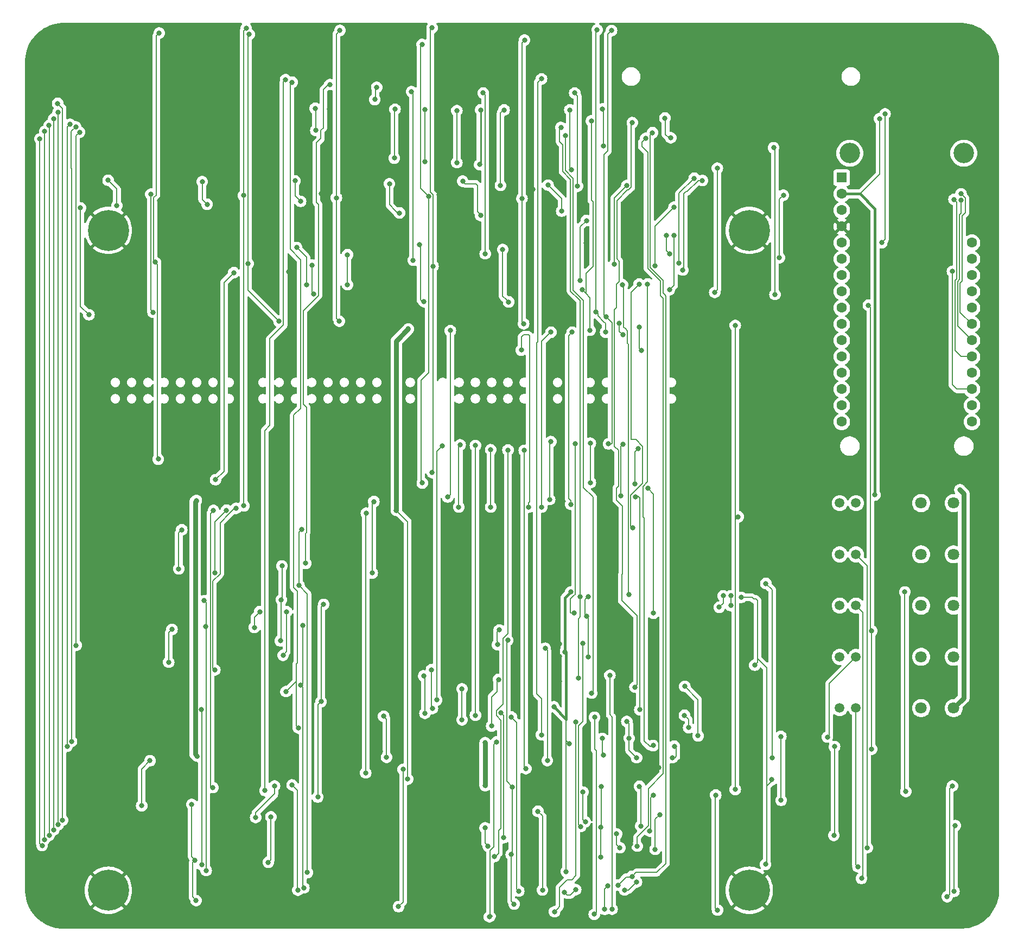
<source format=gbl>
G04 #@! TF.GenerationSoftware,KiCad,Pcbnew,8.0.2*
G04 #@! TF.CreationDate,2024-05-16T19:31:03+09:30*
G04 #@! TF.ProjectId,shutdownPCB,73687574-646f-4776-9e50-43422e6b6963,rev?*
G04 #@! TF.SameCoordinates,Original*
G04 #@! TF.FileFunction,Copper,L2,Bot*
G04 #@! TF.FilePolarity,Positive*
%FSLAX46Y46*%
G04 Gerber Fmt 4.6, Leading zero omitted, Abs format (unit mm)*
G04 Created by KiCad (PCBNEW 8.0.2) date 2024-05-16 19:31:03*
%MOMM*%
%LPD*%
G01*
G04 APERTURE LIST*
G04 #@! TA.AperFunction,ComponentPad*
%ADD10C,1.500000*%
G04 #@! TD*
G04 #@! TA.AperFunction,ComponentPad*
%ADD11C,1.800000*%
G04 #@! TD*
G04 #@! TA.AperFunction,ComponentPad*
%ADD12C,0.800000*%
G04 #@! TD*
G04 #@! TA.AperFunction,ComponentPad*
%ADD13C,6.400000*%
G04 #@! TD*
G04 #@! TA.AperFunction,WasherPad*
%ADD14C,3.200000*%
G04 #@! TD*
G04 #@! TA.AperFunction,ComponentPad*
%ADD15R,1.600000X1.600000*%
G04 #@! TD*
G04 #@! TA.AperFunction,ComponentPad*
%ADD16C,1.600000*%
G04 #@! TD*
G04 #@! TA.AperFunction,ViaPad*
%ADD17C,0.800000*%
G04 #@! TD*
G04 #@! TA.AperFunction,Conductor*
%ADD18C,0.200000*%
G04 #@! TD*
G04 #@! TA.AperFunction,Conductor*
%ADD19C,0.800000*%
G04 #@! TD*
G04 #@! TA.AperFunction,Conductor*
%ADD20C,0.400000*%
G04 #@! TD*
G04 #@! TA.AperFunction,Conductor*
%ADD21C,0.250000*%
G04 #@! TD*
G04 APERTURE END LIST*
D10*
X192684400Y-168806400D03*
X195224400Y-168806400D03*
D11*
X205384400Y-168806400D03*
X210464400Y-168806400D03*
D12*
X76166944Y-213237744D03*
X76869888Y-211540688D03*
X76869888Y-214934800D03*
X78566944Y-210837744D03*
D13*
X78566944Y-213237744D03*
D12*
X78566944Y-215637744D03*
X80264000Y-211540688D03*
X80264000Y-214934800D03*
X80966944Y-213237744D03*
D10*
X192684400Y-184806400D03*
X195224400Y-184806400D03*
D11*
X205384400Y-184806400D03*
X210464400Y-184806400D03*
D12*
X176166944Y-110237744D03*
X176869888Y-108540688D03*
X176869888Y-111934800D03*
X178566944Y-107837744D03*
D13*
X178566944Y-110237744D03*
D12*
X178566944Y-112637744D03*
X180264000Y-108540688D03*
X180264000Y-111934800D03*
X180966944Y-110237744D03*
D14*
X194259200Y-98196400D03*
X212039200Y-98196400D03*
D15*
X192989200Y-102006400D03*
D16*
X192989200Y-104546400D03*
X192989200Y-107086400D03*
X192989200Y-109626400D03*
X192989200Y-112166400D03*
X192989200Y-114706400D03*
X192989200Y-117246400D03*
X192989200Y-119786400D03*
X192989200Y-122326400D03*
X192989200Y-124866400D03*
X192989200Y-127406400D03*
X192989200Y-129946400D03*
X192989200Y-132486400D03*
X192989200Y-135026400D03*
X192989200Y-137566400D03*
X192989200Y-140106400D03*
X213309200Y-140106400D03*
X213309200Y-137566400D03*
X213309200Y-135026400D03*
X213309200Y-132486400D03*
X213309200Y-129946400D03*
X213309200Y-127406400D03*
X213309200Y-124866400D03*
X213309200Y-122326400D03*
X213309200Y-119786400D03*
X213309200Y-117246400D03*
X213309200Y-114706400D03*
X213309200Y-112166400D03*
D10*
X192684400Y-176806400D03*
X195224400Y-176806400D03*
D11*
X205384400Y-176806400D03*
X210464400Y-176806400D03*
D10*
X192684400Y-160806400D03*
X195224400Y-160806400D03*
D11*
X205384400Y-160806400D03*
X210464400Y-160806400D03*
D10*
X192684400Y-152806400D03*
X195224400Y-152806400D03*
D11*
X205384400Y-152806400D03*
X210464400Y-152806400D03*
D12*
X176166944Y-213237744D03*
X176869888Y-211540688D03*
X176869888Y-214934800D03*
X178566944Y-210837744D03*
D13*
X178566944Y-213237744D03*
D12*
X178566944Y-215637744D03*
X180264000Y-211540688D03*
X180264000Y-214934800D03*
X180966944Y-213237744D03*
X76166944Y-110237744D03*
X76869888Y-108540688D03*
X76869888Y-111934800D03*
X78566944Y-107837744D03*
D13*
X78566944Y-110237744D03*
D12*
X78566944Y-112637744D03*
X80264000Y-108540688D03*
X80264000Y-111934800D03*
X80966944Y-110237744D03*
D17*
X155408875Y-203395497D03*
X92303600Y-152400000D03*
X149695900Y-213563200D03*
X145592800Y-200914000D03*
X92428600Y-192278000D03*
X137363200Y-190195200D03*
X183896000Y-104749600D03*
X157530800Y-115519200D03*
X198882000Y-92811600D03*
X164592000Y-201422000D03*
X155448000Y-197013600D03*
X151497622Y-213144778D03*
X163880800Y-206857600D03*
X98145600Y-116840000D03*
X198170800Y-151536400D03*
X95300800Y-149148800D03*
X137363200Y-196900800D03*
X146304000Y-213207600D03*
X155408875Y-208026000D03*
X183274700Y-114503200D03*
X159461200Y-103225600D03*
X93472000Y-164642800D03*
X127050800Y-188061600D03*
X148944034Y-176734564D03*
X106781600Y-168402000D03*
X121818400Y-201980800D03*
X156057600Y-176631600D03*
X117449600Y-207010000D03*
X170738800Y-193802000D03*
X153111200Y-112217200D03*
X113030000Y-91338900D03*
X117195600Y-185674000D03*
X184810400Y-168046400D03*
X121056400Y-165100000D03*
X140160722Y-209698878D03*
X89611200Y-155549600D03*
X113944400Y-169468800D03*
X89712800Y-178206400D03*
X179222400Y-159461200D03*
X106730800Y-116738400D03*
X115824000Y-91287600D03*
X120751600Y-91338900D03*
X124866400Y-91135200D03*
X127406400Y-165201600D03*
X75692000Y-160731200D03*
X120802400Y-116332000D03*
X90017600Y-193700400D03*
X139852400Y-105156500D03*
X144830800Y-103835200D03*
X131419600Y-212140800D03*
X134213600Y-177596800D03*
X131064000Y-187706000D03*
X160121600Y-112420400D03*
X172313600Y-122377200D03*
X76708000Y-105613200D03*
X95554800Y-204520800D03*
X179679600Y-183540400D03*
X164134800Y-187299600D03*
X73406000Y-199847200D03*
X134620000Y-91592400D03*
X121005600Y-191566800D03*
X75590400Y-150672800D03*
X164457200Y-194056000D03*
X113233200Y-203200000D03*
X111760000Y-104546400D03*
X78587600Y-164338000D03*
X85293200Y-174904400D03*
X149047200Y-148488400D03*
X90474800Y-171196000D03*
X160477200Y-201066400D03*
X152818100Y-208127600D03*
X96215200Y-105206800D03*
X169570400Y-122529600D03*
X171653200Y-190550800D03*
X183997600Y-187858400D03*
X132689600Y-188417200D03*
X130200400Y-104698800D03*
X118744222Y-197180978D03*
X89916000Y-202946000D03*
X144373600Y-88798400D03*
X93116400Y-148945600D03*
X197104000Y-93776800D03*
X158343600Y-171602400D03*
X81991200Y-105206800D03*
X144119600Y-202488800D03*
X119583200Y-104851200D03*
X152908000Y-91897200D03*
X108813600Y-91287600D03*
X152857200Y-212787992D03*
X116535200Y-187706000D03*
X100482400Y-188468000D03*
X183489600Y-171500800D03*
X132130800Y-200507600D03*
X135280400Y-200202800D03*
X95859600Y-168503600D03*
X163830000Y-81534000D03*
X130657600Y-91744800D03*
X76758800Y-194360800D03*
X147574000Y-212863700D03*
X138836400Y-91795600D03*
X166573200Y-165912800D03*
X86563200Y-105613200D03*
X102412800Y-90220800D03*
X160020000Y-208838800D03*
X160578800Y-81584800D03*
X166776400Y-81432400D03*
X160020000Y-206044800D03*
X148386800Y-91846400D03*
X189839600Y-156921200D03*
X122123200Y-161239200D03*
X157327600Y-166776400D03*
X147370800Y-199745600D03*
X167944800Y-179578000D03*
X101396800Y-181000400D03*
X137922000Y-182067200D03*
X148945600Y-180644800D03*
X148945600Y-174752000D03*
X138226800Y-157581600D03*
X166319200Y-95786885D03*
X165404800Y-92710000D03*
X210261200Y-116636800D03*
X166127700Y-113905300D03*
X165608000Y-111048800D03*
X210515200Y-105410000D03*
X166822722Y-106624722D03*
X163880800Y-115773200D03*
X167620318Y-115304300D03*
X169976800Y-102108000D03*
X211594740Y-105559473D03*
X168198800Y-116433600D03*
X211606397Y-104522003D03*
X171262852Y-102455574D03*
X173888400Y-169062400D03*
X202996800Y-197815200D03*
X202844400Y-166674800D03*
X174498000Y-167284400D03*
X111252000Y-198678800D03*
X141884400Y-215386992D03*
X141427200Y-207670400D03*
X140890022Y-174222378D03*
X112160483Y-168615662D03*
X141591300Y-197104000D03*
X111760000Y-183794400D03*
X160371444Y-156667200D03*
X181152800Y-165354000D03*
X108762800Y-156921200D03*
X108305600Y-165658800D03*
X161391600Y-118618000D03*
X109626400Y-210464400D03*
X182118000Y-192547100D03*
X108610400Y-181254400D03*
X197154800Y-121920000D03*
X108926900Y-171907200D03*
X197673400Y-191211200D03*
X109067600Y-212852000D03*
X197673400Y-172770800D03*
X177292000Y-167527200D03*
X108139585Y-213223206D03*
X181102000Y-209194400D03*
X182067200Y-195986400D03*
X179425600Y-178104800D03*
X107238800Y-196799200D03*
X159812818Y-167066018D03*
X158800800Y-118719600D03*
X146729927Y-175470429D03*
X147066000Y-192989200D03*
X152603200Y-174677100D03*
X152247600Y-203281200D03*
X155854400Y-192147100D03*
X155651200Y-189534800D03*
X191770000Y-204673200D03*
X191871600Y-190804800D03*
X150723600Y-166674800D03*
X148072122Y-184593035D03*
X168452800Y-185928000D03*
X150520400Y-190347600D03*
X169113200Y-187858400D03*
X133756400Y-186639200D03*
X195529200Y-209550000D03*
X149822578Y-176035378D03*
X133756400Y-181813200D03*
X150012400Y-210312000D03*
X93522800Y-168046400D03*
X90017600Y-156972000D03*
X196973900Y-206603600D03*
X93788000Y-172059600D03*
X93827600Y-210159600D03*
X89560400Y-163068000D03*
X88493600Y-172516800D03*
X175677600Y-167284400D03*
X93116400Y-185064400D03*
X196088000Y-211378800D03*
X93128100Y-209245200D03*
X87985600Y-177647600D03*
X175677600Y-168795000D03*
X92100400Y-208534000D03*
X92252800Y-214833200D03*
X190754000Y-189331600D03*
X91592400Y-199847200D03*
X163576000Y-190652400D03*
X162712400Y-118618000D03*
X183489600Y-189230000D03*
X141427200Y-186182000D03*
X183540400Y-199186800D03*
X142595600Y-213360000D03*
X78536800Y-102412800D03*
X79908400Y-106375200D03*
X93980000Y-106172000D03*
X93206920Y-102646719D03*
X107696000Y-102514400D03*
X108559600Y-105714800D03*
X124002800Y-107514300D03*
X122428000Y-102971600D03*
X133858000Y-102565200D03*
X136663700Y-107914300D03*
X149301200Y-107238800D03*
X147167600Y-103174800D03*
X153162000Y-108700300D03*
X152196800Y-118059200D03*
X107951703Y-112919474D03*
X166116000Y-119512500D03*
X166827200Y-111048800D03*
X109474000Y-118742500D03*
X127101600Y-112471200D03*
X127812800Y-121361200D03*
X140106400Y-113233200D03*
X141020800Y-121412000D03*
X71424800Y-202285600D03*
X124561600Y-194360800D03*
X70662800Y-90424000D03*
X123850400Y-215786992D03*
X156006800Y-216204800D03*
X70725300Y-91795600D03*
X156464000Y-212547200D03*
X70725300Y-202999533D03*
X70041500Y-203809600D03*
X148183600Y-216586992D03*
X70025800Y-92811600D03*
X151536400Y-186944000D03*
X156819600Y-179679600D03*
X69342000Y-204673200D03*
X69326300Y-93878400D03*
X157164000Y-216186992D03*
X68642500Y-94797518D03*
X154427710Y-186242583D03*
X68583121Y-205323668D03*
X154381200Y-216986992D03*
X138023600Y-217386992D03*
X68232774Y-206259757D03*
X67883621Y-95968634D03*
X139108000Y-190093600D03*
X85069286Y-193009914D03*
X72582975Y-93682211D03*
X103936800Y-201777600D03*
X72124300Y-190754000D03*
X103530400Y-208863300D03*
X83769200Y-200050400D03*
X72823800Y-189997641D03*
X73491786Y-94098226D03*
X105835268Y-176548868D03*
X106375200Y-169754500D03*
X73523300Y-175006000D03*
X74082168Y-94904733D03*
X110947200Y-94640400D03*
X110845600Y-91186000D03*
X126136400Y-114909600D03*
X125882400Y-88595200D03*
X120142000Y-89814400D03*
X137058400Y-88798400D03*
X120446800Y-87895700D03*
X137363200Y-113893600D03*
X123291600Y-91338400D03*
X123190000Y-98958400D03*
X127965200Y-91389200D03*
X127965200Y-99535300D03*
X132943600Y-91541600D03*
X132943600Y-99669600D03*
X136499600Y-99974400D03*
X136663700Y-91440000D03*
X140309600Y-91440000D03*
X139750800Y-103225600D03*
X151333200Y-88798400D03*
X151790400Y-103327200D03*
X150571200Y-91440000D03*
X150825200Y-100787200D03*
X173177200Y-119912500D03*
X173583600Y-100533200D03*
X121970800Y-192481200D03*
X121513600Y-186080400D03*
X161645600Y-203200000D03*
X161442400Y-197014100D03*
X123494800Y-153924000D03*
X125272800Y-195884800D03*
X125374400Y-125628400D03*
X129794000Y-183540400D03*
X130657600Y-143865600D03*
X133248400Y-153424900D03*
X133451600Y-143713200D03*
X118719600Y-194919600D03*
X118821200Y-154381200D03*
X131521200Y-151864600D03*
X94894400Y-197205600D03*
X131927600Y-125882400D03*
X94977132Y-153942868D03*
X127762000Y-179781200D03*
X135839200Y-143814800D03*
X127965200Y-185623200D03*
X135839200Y-185928000D03*
X119989600Y-152564100D03*
X119735600Y-163728400D03*
X138226800Y-153424900D03*
X138226800Y-144475200D03*
X138836400Y-207951800D03*
X140919200Y-144526000D03*
X143713200Y-194259200D03*
X143459200Y-144576800D03*
X96989222Y-153911978D03*
X143002000Y-128930400D03*
X95187500Y-163677600D03*
X144158700Y-153424900D03*
X147421600Y-152247600D03*
X98501200Y-153624900D03*
X95187500Y-178853500D03*
X147624800Y-143205200D03*
X163626800Y-169994500D03*
X146202400Y-153424900D03*
X147624800Y-126136400D03*
X162721961Y-150479161D03*
X151231600Y-169994500D03*
X151384000Y-143560800D03*
X161493200Y-185064400D03*
X150724100Y-153009600D03*
X160788118Y-151847318D03*
X150926800Y-126136400D03*
X153771600Y-149606000D03*
X129082800Y-78638400D03*
X153771600Y-143459200D03*
X129094500Y-148031200D03*
X129223500Y-115824000D03*
X115874800Y-118719600D03*
X115874800Y-114046000D03*
X153720800Y-125831600D03*
X152501600Y-119512500D03*
X153924000Y-93167200D03*
X75539600Y-123409700D03*
X156616400Y-143560800D03*
X156210000Y-123748800D03*
X157073600Y-79044800D03*
X74222800Y-106730800D03*
X156159200Y-126136400D03*
X154635200Y-122998500D03*
X85191600Y-104597200D03*
X154838400Y-78932000D03*
X85547200Y-123009700D03*
X114147600Y-105156000D03*
X114706400Y-79033600D03*
X114604800Y-124408700D03*
X158275438Y-124720682D03*
X158836944Y-126542800D03*
X161239200Y-144272000D03*
X128524000Y-104952800D03*
X127558800Y-149665100D03*
X127517699Y-81223754D03*
X160731200Y-149809200D03*
X143103600Y-105257600D03*
X143510000Y-80532000D03*
X161747200Y-128981200D03*
X143357600Y-124808700D03*
X161442400Y-125362700D03*
X85891100Y-115214400D03*
X211429600Y-150723600D03*
X86360000Y-145948400D03*
X86512400Y-79451200D03*
X100369100Y-115417600D03*
X105197407Y-124408700D03*
X100533200Y-79654400D03*
X139801600Y-185521600D03*
X140208022Y-205028778D03*
X128981200Y-178816000D03*
X129133600Y-184861200D03*
X199237600Y-112166400D03*
X199745600Y-92049600D03*
X176377600Y-125069600D03*
X173329600Y-198374000D03*
X173615492Y-216325308D03*
X163017200Y-204001600D03*
X176377600Y-197510400D03*
X176834800Y-154940000D03*
X163576000Y-198424800D03*
X149871200Y-95453200D03*
X153974800Y-182473600D03*
X149171200Y-94183200D03*
X152196800Y-167436800D03*
X151903200Y-180136800D03*
X168507625Y-181410825D03*
X170581185Y-189126130D03*
X160324800Y-93421200D03*
X160740022Y-181517222D03*
X146151600Y-86598400D03*
X146151600Y-188976000D03*
X103022400Y-197662800D03*
X106222800Y-86715600D03*
X108226400Y-187908400D03*
X106273600Y-182219600D03*
X107238800Y-87122000D03*
X113131600Y-87477600D03*
X109372400Y-162204400D03*
X105410000Y-174294800D03*
X105562400Y-167894000D03*
X105664000Y-162610800D03*
X209448400Y-214235300D03*
X210261200Y-196951600D03*
X139293600Y-174904400D03*
X139547600Y-172618400D03*
X155651200Y-91287600D03*
X155803600Y-97028000D03*
X182372000Y-97332800D03*
X182575200Y-120243600D03*
X110388400Y-115671600D03*
X110642400Y-120142000D03*
X157863999Y-204436015D03*
X162407600Y-95870800D03*
X158394400Y-206603600D03*
X152983575Y-202564375D03*
X161086800Y-206349600D03*
X152636399Y-197909651D03*
X158100800Y-212440259D03*
X160274000Y-211074000D03*
X163474400Y-94986885D03*
X160972607Y-211949285D03*
X210718400Y-203149200D03*
X210503500Y-213410800D03*
X159105600Y-213187492D03*
X137343505Y-203492441D03*
X137820400Y-206349600D03*
X101346000Y-172211200D03*
X102190847Y-169754000D03*
X101549200Y-201879200D03*
X104495600Y-196951600D03*
X153478000Y-167395000D03*
X153478000Y-176846914D03*
X153183329Y-170422800D03*
X160985200Y-192547600D03*
X159831478Y-189496518D03*
X166878000Y-190747600D03*
X166573200Y-192547600D03*
X159461200Y-186893200D03*
X139446000Y-180340000D03*
X138379200Y-187604400D03*
X99718082Y-153224900D03*
X158546800Y-151688800D03*
X99669600Y-104800400D03*
X100076000Y-78689200D03*
X158851600Y-143611600D03*
D18*
X163880800Y-206857600D02*
X163880800Y-202133200D01*
X150102300Y-213969600D02*
X149695900Y-213563200D01*
D19*
X92116400Y-191965800D02*
X92428600Y-192278000D01*
D18*
X183274700Y-114503200D02*
X183274700Y-105370900D01*
X146304000Y-201625200D02*
X145592800Y-200914000D01*
D19*
X92303600Y-152400000D02*
X92116400Y-152587200D01*
D20*
X195834000Y-104546400D02*
X192989200Y-104546400D01*
D18*
X198882000Y-101498400D02*
X195834000Y-104546400D01*
D19*
X92116400Y-152587200D02*
X92116400Y-191965800D01*
D18*
X151497622Y-213144778D02*
X150672800Y-213969600D01*
X150672800Y-213969600D02*
X150102300Y-213969600D01*
D20*
X198170800Y-106883200D02*
X195834000Y-104546400D01*
D18*
X96621944Y-118363656D02*
X96621944Y-147827656D01*
X157530800Y-105156000D02*
X159461200Y-103225600D01*
X157530800Y-115519200D02*
X157530800Y-105156000D01*
X96621944Y-147827656D02*
X95300800Y-149148800D01*
X155408875Y-203395497D02*
X155408875Y-208026000D01*
X163880800Y-202133200D02*
X164592000Y-201422000D01*
X198882000Y-92811600D02*
X198882000Y-101498400D01*
X98145600Y-116840000D02*
X97637600Y-117348000D01*
X146304000Y-213207600D02*
X146304000Y-201625200D01*
X155448000Y-203356372D02*
X155448000Y-197052725D01*
X183274700Y-105370900D02*
X183896000Y-104749600D01*
X155408875Y-203395497D02*
X155448000Y-203356372D01*
D20*
X198170800Y-151536400D02*
X198170800Y-106883200D01*
D19*
X137363200Y-190195200D02*
X137363200Y-196900800D01*
D18*
X97637600Y-117348000D02*
X96621944Y-118363656D01*
X164457200Y-187622000D02*
X164457200Y-194056000D01*
X148944034Y-174753566D02*
X148945600Y-174752000D01*
X164134800Y-187299600D02*
X164457200Y-187622000D01*
X148944034Y-176734564D02*
X148944034Y-174753566D01*
X165506400Y-95250000D02*
X165506400Y-92811600D01*
X166043285Y-95786885D02*
X165506400Y-95250000D01*
X165506400Y-92811600D02*
X165404800Y-92710000D01*
X166319200Y-95786885D02*
X166043285Y-95786885D01*
X210972400Y-135026400D02*
X213309200Y-135026400D01*
X210261200Y-134315200D02*
X210972400Y-135026400D01*
X165608000Y-111048800D02*
X165608000Y-113385600D01*
X210261200Y-116636800D02*
X210261200Y-134315200D01*
X165608000Y-113385600D02*
X166127700Y-113905300D01*
X211626400Y-129946400D02*
X210661200Y-128981200D01*
X163880800Y-115773200D02*
X163880800Y-109566644D01*
X210961200Y-105856000D02*
X210515200Y-105410000D01*
X213309200Y-129946400D02*
X211626400Y-129946400D01*
X210661200Y-118059200D02*
X210961200Y-117759200D01*
X210661200Y-128981200D02*
X210661200Y-118059200D01*
X163880800Y-109566644D02*
X166822722Y-106624722D01*
X210961200Y-117759200D02*
X210961200Y-105856000D01*
X169976800Y-102108000D02*
X167620318Y-104464482D01*
X211061200Y-118224886D02*
X211061200Y-125158400D01*
X211594740Y-107581660D02*
X211361200Y-107815200D01*
X211594740Y-105559473D02*
X211594740Y-107581660D01*
X211061200Y-125158400D02*
X213309200Y-127406400D01*
X167620318Y-104464482D02*
X167620318Y-115304300D01*
X211361200Y-117924886D02*
X211061200Y-118224886D01*
X211361200Y-107815200D02*
X211361200Y-117924886D01*
X211461200Y-118465600D02*
X211761200Y-118165600D01*
X168883950Y-104190800D02*
X170619176Y-102455574D01*
X168656000Y-104190800D02*
X168883950Y-104190800D01*
X211461200Y-123018400D02*
X211461200Y-122377200D01*
X211761200Y-107980886D02*
X212294740Y-107447346D01*
X211761200Y-118165600D02*
X211761200Y-115417600D01*
X168320318Y-104526482D02*
X168656000Y-104190800D01*
X212294740Y-105210346D02*
X211606397Y-104522003D01*
X212294740Y-107447346D02*
X212294740Y-105210346D01*
X213309200Y-124866400D02*
X211461200Y-123018400D01*
X211761200Y-115417600D02*
X211761200Y-107980886D01*
X168198800Y-116433600D02*
X168320318Y-116312082D01*
X170619176Y-102455574D02*
X171262852Y-102455574D01*
X211461200Y-122377200D02*
X211461200Y-118465600D01*
X168320318Y-116312082D02*
X168320318Y-104526482D01*
X173888400Y-169062400D02*
X174498000Y-168452800D01*
X202844400Y-197662800D02*
X202996800Y-197815200D01*
X174498000Y-168452800D02*
X174498000Y-167284400D01*
X202844400Y-166674800D02*
X202844400Y-197662800D01*
X111252000Y-198678800D02*
X111252000Y-184302400D01*
X141427200Y-207670400D02*
X141591300Y-207506300D01*
X111760000Y-169016145D02*
X112160483Y-168615662D01*
X141427200Y-207670400D02*
X141427200Y-214929792D01*
X111760000Y-183794400D02*
X111760000Y-169016145D01*
X140727200Y-174385200D02*
X140890022Y-174222378D01*
X140727200Y-196239900D02*
X140727200Y-174385200D01*
X111252000Y-184302400D02*
X111760000Y-183794400D01*
X141591300Y-207506300D02*
X141591300Y-197104000D01*
X141427200Y-214929792D02*
X141884400Y-215386992D01*
X141591300Y-197104000D02*
X140727200Y-196239900D01*
X108305600Y-157378400D02*
X108762800Y-156921200D01*
X108305600Y-165658800D02*
X108305600Y-157378400D01*
X109626400Y-210464400D02*
X109626400Y-166979600D01*
X161391600Y-118618000D02*
X160121600Y-119888000D01*
X161939200Y-149706286D02*
X160088118Y-151557368D01*
X160857550Y-142900400D02*
X161939200Y-143982050D01*
X182118000Y-166319200D02*
X181152800Y-165354000D01*
X182118000Y-192547100D02*
X182118000Y-166319200D01*
X161939200Y-143982050D02*
X161939200Y-149706286D01*
X160121600Y-119888000D02*
X160121600Y-142900400D01*
X160088118Y-156383874D02*
X160371444Y-156667200D01*
X109626400Y-166979600D02*
X108305600Y-165658800D01*
X160121600Y-142900400D02*
X160857550Y-142900400D01*
X160088118Y-151557368D02*
X160088118Y-156383874D01*
X109067600Y-212852000D02*
X108926400Y-212710800D01*
X197673400Y-172770800D02*
X197470800Y-172568200D01*
X108926400Y-181570400D02*
X108610400Y-181254400D01*
X108926900Y-171907200D02*
X108926900Y-180937900D01*
X197470800Y-122236000D02*
X197154800Y-121920000D01*
X108926400Y-212710800D02*
X108926400Y-181570400D01*
X197673400Y-172770800D02*
X197673400Y-191211200D01*
X108926900Y-180937900D02*
X108610400Y-181254400D01*
X197470800Y-172568200D02*
X197470800Y-122236000D01*
X181305200Y-197002400D02*
X181305200Y-197307200D01*
X182067200Y-196240400D02*
X181305200Y-197002400D01*
X158975438Y-118894238D02*
X158975438Y-125345838D01*
X108139585Y-213223206D02*
X108102400Y-213186021D01*
X159536944Y-125907344D02*
X159536944Y-127837744D01*
X159671944Y-127972744D02*
X159671944Y-166925144D01*
X159258000Y-125628400D02*
X159536944Y-125907344D01*
X158975438Y-125345838D02*
X159258000Y-125628400D01*
X179832000Y-177038000D02*
X181305200Y-178511200D01*
X179004900Y-167527200D02*
X179273200Y-167795500D01*
X179631900Y-167795500D02*
X179832000Y-167995600D01*
X158800800Y-118719600D02*
X158975438Y-118894238D01*
X108102400Y-197662800D02*
X107238800Y-196799200D01*
X179273200Y-167795500D02*
X179631900Y-167795500D01*
X182067200Y-195986400D02*
X182067200Y-196240400D01*
X179832000Y-167995600D02*
X179832000Y-177038000D01*
X181305200Y-208991200D02*
X181102000Y-209194400D01*
X108102400Y-213186021D02*
X108102400Y-212293200D01*
X159671944Y-166925144D02*
X159812818Y-167066018D01*
X181305200Y-197307200D02*
X181305200Y-208991200D01*
X159562800Y-127863600D02*
X159671944Y-127972744D01*
X179832000Y-177698400D02*
X179425600Y-178104800D01*
X179832000Y-177038000D02*
X179832000Y-177698400D01*
X108102400Y-212293200D02*
X108102400Y-197662800D01*
X181305200Y-178511200D02*
X181305200Y-197307200D01*
X159536944Y-127837744D02*
X159562800Y-127863600D01*
X177292000Y-167527200D02*
X179004900Y-167527200D01*
X147066000Y-175806502D02*
X146729927Y-175470429D01*
X147066000Y-192989200D02*
X147066000Y-175806502D01*
X151936400Y-187533950D02*
X152603200Y-186867150D01*
X151936400Y-202970000D02*
X151936400Y-187533950D01*
X152247600Y-203281200D02*
X151936400Y-202970000D01*
X152603200Y-186867150D02*
X152603200Y-174677100D01*
X191871600Y-204470000D02*
X191871600Y-204571600D01*
X155651200Y-189534800D02*
X155651200Y-191943900D01*
X191871600Y-190804800D02*
X191871600Y-204470000D01*
X191871600Y-204571600D02*
X191770000Y-204673200D01*
X155651200Y-191943900D02*
X155854400Y-192147100D01*
X150012400Y-189839600D02*
X150012400Y-186533313D01*
X133756400Y-186639200D02*
X133756400Y-181813200D01*
X195224400Y-209245200D02*
X195529200Y-209550000D01*
D20*
X149822578Y-167575822D02*
X149822578Y-176035378D01*
D18*
X150012400Y-210312000D02*
X150012400Y-189839600D01*
X150012400Y-189839600D02*
X150520400Y-190347600D01*
D20*
X150012400Y-186533313D02*
X150012400Y-176225200D01*
D18*
X169113200Y-187858400D02*
X169113200Y-186588400D01*
X169113200Y-186588400D02*
X168452800Y-185928000D01*
X150012400Y-176225200D02*
X149822578Y-176035378D01*
D20*
X150723600Y-166674800D02*
X149822578Y-167575822D01*
X150012400Y-186533313D02*
X148072122Y-184593035D01*
D18*
X195224400Y-184806400D02*
X195224400Y-209245200D01*
X196973900Y-162555900D02*
X195224400Y-160806400D01*
X93827600Y-168351200D02*
X93522800Y-168046400D01*
X93827600Y-210159600D02*
X93827600Y-168351200D01*
X90017600Y-156972000D02*
X89560400Y-157429200D01*
X196973900Y-206603600D02*
X196973900Y-162555900D01*
X89560400Y-157429200D02*
X89560400Y-163068000D01*
X195224400Y-168806400D02*
X196274400Y-169856400D01*
X175677600Y-167284400D02*
X175677600Y-168795000D01*
X196274400Y-169856400D02*
X196274400Y-211192400D01*
X93128100Y-185076100D02*
X93116400Y-185064400D01*
X93128100Y-209245200D02*
X93128100Y-185076100D01*
X88493600Y-172516800D02*
X87985600Y-173024800D01*
X87985600Y-173024800D02*
X87985600Y-177647600D01*
X196274400Y-211192400D02*
X196088000Y-211378800D01*
X91694000Y-214172800D02*
X91694000Y-208940400D01*
X91846400Y-208280000D02*
X91846400Y-208229200D01*
X92252800Y-214833200D02*
X91694000Y-214274400D01*
X91694000Y-208940400D02*
X92100400Y-208534000D01*
X92100400Y-208534000D02*
X91846400Y-208280000D01*
X91694000Y-214274400D02*
X91694000Y-214172800D01*
X191063283Y-180967517D02*
X195224400Y-176806400D01*
X91846400Y-208229200D02*
X91592400Y-207975200D01*
X191063283Y-189022317D02*
X191063283Y-180967517D01*
X190754000Y-189331600D02*
X191063283Y-189022317D01*
X91592400Y-207975200D02*
X91592400Y-199847200D01*
X142290800Y-187045600D02*
X142290800Y-213055200D01*
X141427200Y-186182000D02*
X142290800Y-187045600D01*
X163423600Y-190804800D02*
X163576000Y-190652400D01*
X183540400Y-189280800D02*
X183489600Y-189230000D01*
X162001200Y-154940000D02*
X162193200Y-155132000D01*
X162193200Y-189930000D02*
X163068000Y-190804800D01*
X162193200Y-155132000D02*
X162193200Y-189930000D01*
X162001200Y-150209972D02*
X162001200Y-154940000D01*
X162712400Y-118618000D02*
X162712400Y-149498772D01*
X163068000Y-190804800D02*
X163423600Y-190804800D01*
X183540400Y-199186800D02*
X183540400Y-189280800D01*
X162712400Y-149498772D02*
X162001200Y-150209972D01*
X142290800Y-213055200D02*
X142595600Y-213360000D01*
X79908400Y-103784400D02*
X78536800Y-102412800D01*
X79908400Y-106375200D02*
X79908400Y-103784400D01*
X93980000Y-106172000D02*
X93206920Y-105398920D01*
X93206920Y-105398920D02*
X93206920Y-102646719D01*
X107696000Y-104851200D02*
X107696000Y-102514400D01*
X108559600Y-105714800D02*
X107696000Y-104851200D01*
X123342400Y-107137200D02*
X122428000Y-106222800D01*
X124002800Y-107514300D02*
X123719500Y-107514300D01*
X123719500Y-107514300D02*
X123342400Y-107137200D01*
X122428000Y-106222800D02*
X122428000Y-102971600D01*
X136144000Y-107277900D02*
X136144000Y-103225600D01*
X134264400Y-102971600D02*
X133858000Y-102565200D01*
X136144000Y-103225600D02*
X135890000Y-102971600D01*
X136663700Y-107797600D02*
X136144000Y-107277900D01*
X135331200Y-102971600D02*
X134264400Y-102971600D01*
X136663700Y-107797600D02*
X136663700Y-107914300D01*
X135890000Y-102971600D02*
X135331200Y-102971600D01*
X149301200Y-105308400D02*
X147167600Y-103174800D01*
X149301200Y-107238800D02*
X149301200Y-105308400D01*
X153162000Y-108700300D02*
X152196800Y-109665500D01*
X152196800Y-109665500D02*
X152196800Y-118059200D01*
X109474000Y-114441771D02*
X107951703Y-112919474D01*
X166827200Y-111048800D02*
X166827200Y-118801300D01*
X166827200Y-118801300D02*
X166116000Y-119512500D01*
X109474000Y-118742500D02*
X109474000Y-114441771D01*
X127558800Y-121361200D02*
X127406400Y-121208800D01*
X127254000Y-112623600D02*
X127101600Y-112471200D01*
X127254000Y-121056400D02*
X127254000Y-112623600D01*
X127406400Y-121208800D02*
X127254000Y-121056400D01*
X127812800Y-121361200D02*
X127558800Y-121361200D01*
X140106400Y-120497600D02*
X140106400Y-113233200D01*
X140665200Y-121056400D02*
X140106400Y-120497600D01*
X141020800Y-121412000D02*
X140665200Y-121056400D01*
X124561600Y-214720192D02*
X124561600Y-215075792D01*
X71424800Y-99314000D02*
X71424800Y-91186000D01*
X71424800Y-91186000D02*
X70662800Y-90424000D01*
X124561600Y-215075792D02*
X123850400Y-215786992D01*
X71424800Y-202285600D02*
X71424800Y-99314000D01*
X124561600Y-194360800D02*
X124561600Y-196748400D01*
X124561600Y-196748400D02*
X124561600Y-214720192D01*
X155956000Y-213055200D02*
X155956000Y-216186992D01*
X155956000Y-216186992D02*
X155988992Y-216186992D01*
X156464000Y-212547200D02*
X155956000Y-213055200D01*
X70725300Y-202999533D02*
X70725300Y-99428997D01*
X70725300Y-99428997D02*
X70725300Y-91795600D01*
X155988992Y-216186992D02*
X156006800Y-216204800D01*
X148996400Y-215611692D02*
X148996400Y-215798400D01*
X148667392Y-216103200D02*
X148183600Y-216586992D01*
X70025800Y-203825300D02*
X70041500Y-203809600D01*
X70025800Y-96242600D02*
X70025800Y-92811600D01*
X148996400Y-212801200D02*
X148996400Y-215611692D01*
X70025800Y-204063600D02*
X70025800Y-203825300D01*
X148996400Y-212776450D02*
X148996400Y-212801200D01*
X150876000Y-211632800D02*
X150140050Y-211632800D01*
X150140050Y-211632800D02*
X148996400Y-212776450D01*
X148691600Y-216103200D02*
X148667392Y-216103200D01*
X151536400Y-186944000D02*
X151536400Y-210972400D01*
X70025800Y-204063600D02*
X70025800Y-96242600D01*
X148996400Y-215798400D02*
X148691600Y-216103200D01*
X151536400Y-210972400D02*
X150876000Y-211632800D01*
X156819600Y-185826400D02*
X157164000Y-186170800D01*
X69342000Y-93894100D02*
X69326300Y-93878400D01*
X69342000Y-95878756D02*
X69342000Y-93894100D01*
X157164000Y-215900000D02*
X157164000Y-216186992D01*
X156819600Y-179679600D02*
X156819600Y-185826400D01*
X69342000Y-204673200D02*
X69342000Y-95878756D01*
X157164000Y-186170800D02*
X157164000Y-215900000D01*
X154708875Y-210238325D02*
X154708875Y-216659317D01*
X68583121Y-94856897D02*
X68642500Y-94797518D01*
X154427710Y-186242583D02*
X154427710Y-191206910D01*
X154708875Y-216659317D02*
X154381200Y-216986992D01*
X68583121Y-95653279D02*
X68583121Y-94856897D01*
X154708875Y-191488075D02*
X154708875Y-210238325D01*
X154427710Y-191206910D02*
X154708875Y-191488075D01*
X68583121Y-205323668D02*
X68583121Y-95653279D01*
X67883621Y-96875600D02*
X67883621Y-205910604D01*
X67883621Y-96875600D02*
X67883621Y-95968634D01*
X138136400Y-216978000D02*
X138430000Y-217271600D01*
X138734800Y-206425150D02*
X138136400Y-207023550D01*
X139108000Y-190093600D02*
X138734800Y-190466800D01*
X138430000Y-217271600D02*
X138314608Y-217386992D01*
X67883621Y-205910604D02*
X68232774Y-206259757D01*
X138734800Y-190466800D02*
X138734800Y-206425150D01*
X138136400Y-207023550D02*
X138136400Y-216978000D01*
X138314608Y-217386992D02*
X138023600Y-217386992D01*
X83769200Y-200050400D02*
X83769200Y-194310000D01*
X83769200Y-194310000D02*
X85069286Y-193009914D01*
X72124300Y-190754000D02*
X72124300Y-99658400D01*
X72124300Y-99658400D02*
X72136000Y-99646700D01*
X72136000Y-99646700D02*
X72136000Y-98806000D01*
X72136000Y-98806000D02*
X72136000Y-94129186D01*
X103936800Y-201777600D02*
X103936800Y-208456900D01*
X103936800Y-208456900D02*
X103530400Y-208863300D01*
X72136000Y-94129186D02*
X72582975Y-93682211D01*
X72796400Y-100560129D02*
X72796400Y-99364800D01*
X72796400Y-99364800D02*
X72796400Y-94793612D01*
X72823800Y-189997641D02*
X72823800Y-100587529D01*
X72823800Y-100587529D02*
X72796400Y-100560129D01*
X72796400Y-94793612D02*
X73491786Y-94098226D01*
X73523300Y-175006000D02*
X73523300Y-101076300D01*
X73507600Y-101060600D02*
X73507600Y-97637600D01*
X106375200Y-176008936D02*
X105835268Y-176548868D01*
X73523300Y-101076300D02*
X73507600Y-101060600D01*
X106375200Y-169754500D02*
X106375200Y-176008936D01*
X73507600Y-95479301D02*
X74082168Y-94904733D01*
X73507600Y-97637600D02*
X73507600Y-95479301D01*
X110947200Y-94640400D02*
X110947200Y-91287600D01*
X110947200Y-91287600D02*
X110845600Y-91186000D01*
X126136400Y-114909600D02*
X126136400Y-112166400D01*
X126136400Y-112166400D02*
X126136400Y-97180400D01*
X126136400Y-97180400D02*
X126136400Y-88849200D01*
X126136400Y-88849200D02*
X125882400Y-88595200D01*
X120243600Y-89357200D02*
X120243600Y-89712800D01*
X137363200Y-113893600D02*
X137363200Y-106476800D01*
X120446800Y-87895700D02*
X120243600Y-88098900D01*
X120243600Y-88098900D02*
X120243600Y-89357200D01*
X137363200Y-89103200D02*
X137058400Y-88798400D01*
X120243600Y-89712800D02*
X120142000Y-89814400D01*
X137363200Y-97078800D02*
X137363200Y-89103200D01*
X137363200Y-106476800D02*
X137363200Y-97078800D01*
X123190000Y-98958400D02*
X123190000Y-91440000D01*
X123190000Y-91440000D02*
X123291600Y-91338400D01*
X127965200Y-99535300D02*
X127965200Y-91389200D01*
X132943600Y-99669600D02*
X132943600Y-91541600D01*
D21*
X136663700Y-99810300D02*
X136499600Y-99974400D01*
X136663700Y-91440000D02*
X136663700Y-99810300D01*
D18*
X140208000Y-91440000D02*
X140309600Y-91440000D01*
X139750800Y-103225600D02*
X139750800Y-91897200D01*
X139852400Y-91795600D02*
X140208000Y-91440000D01*
X139750800Y-91897200D02*
X139852400Y-91795600D01*
X151790400Y-89255600D02*
X151333200Y-88798400D01*
X151790400Y-103327200D02*
X151790400Y-89255600D01*
X150571200Y-91440000D02*
X150571200Y-100533200D01*
X150571200Y-100533200D02*
X150825200Y-100787200D01*
X173583600Y-119506100D02*
X173177200Y-119912500D01*
X173583600Y-100533200D02*
X173583600Y-119506100D01*
X161645600Y-203200000D02*
X161645600Y-197217300D01*
X161645600Y-197217300D02*
X161442400Y-197014100D01*
X121970800Y-192481200D02*
X121970800Y-186537600D01*
X121970800Y-186537600D02*
X121513600Y-186080400D01*
X125272800Y-155702000D02*
X123494800Y-153924000D01*
X125272800Y-195884800D02*
X125272800Y-155702000D01*
D19*
X123494800Y-127508000D02*
X125374400Y-125628400D01*
X123494800Y-153924000D02*
X123494800Y-127508000D01*
D18*
X129794000Y-183540400D02*
X129794000Y-144729200D01*
X129794000Y-144729200D02*
X130657600Y-143865600D01*
X133248400Y-153424900D02*
X133248400Y-143916400D01*
X118719600Y-194919600D02*
X118719600Y-154482800D01*
X118719600Y-154482800D02*
X118821200Y-154381200D01*
X133248400Y-143916400D02*
X133451600Y-143713200D01*
X131927600Y-151458200D02*
X131927600Y-125882400D01*
X94589600Y-197205600D02*
X94488000Y-197104000D01*
X94488000Y-154432000D02*
X94977132Y-153942868D01*
X131521200Y-151864600D02*
X131927600Y-151458200D01*
X94488000Y-193700400D02*
X94488000Y-154432000D01*
X94488000Y-197104000D02*
X94488000Y-193700400D01*
X94894400Y-197205600D02*
X94589600Y-197205600D01*
X127965200Y-185623200D02*
X127965200Y-179984400D01*
X127965200Y-179984400D02*
X127762000Y-179781200D01*
X135839200Y-143814800D02*
X135839200Y-185928000D01*
X119735600Y-152818100D02*
X119989600Y-152564100D01*
X138226800Y-153424900D02*
X138226800Y-144475200D01*
X119735600Y-163728400D02*
X119735600Y-152818100D01*
X139808000Y-203606400D02*
X139508022Y-203906378D01*
X139808000Y-186690000D02*
X139808000Y-203606400D01*
X140919200Y-144526000D02*
X140919200Y-172770800D01*
X139101600Y-185231650D02*
X139101600Y-185983600D01*
X140190022Y-184143228D02*
X139101600Y-185231650D01*
X139446000Y-207467200D02*
X138961400Y-207951800D01*
X139101600Y-185983600D02*
X139808000Y-186690000D01*
X140190022Y-174091600D02*
X140190022Y-184143228D01*
X139508022Y-203906378D02*
X139508022Y-207405178D01*
X140919200Y-172770800D02*
X140919200Y-173203250D01*
X138961400Y-207951800D02*
X138836400Y-207951800D01*
X140190022Y-173932428D02*
X140190022Y-174091600D01*
X139508022Y-207405178D02*
X139446000Y-207467200D01*
X140919200Y-173203250D02*
X140190022Y-173932428D01*
X143459200Y-144576800D02*
X143459200Y-194005200D01*
X143459200Y-194005200D02*
X143713200Y-194259200D01*
X143357600Y-126542800D02*
X143002000Y-126898400D01*
X144291944Y-126715144D02*
X144119600Y-126542800D01*
X95187500Y-155713700D02*
X96989222Y-153911978D01*
X143002000Y-126898400D02*
X143002000Y-128930400D01*
X144291944Y-152634056D02*
X144291944Y-126715144D01*
X144018000Y-126542800D02*
X143357600Y-126542800D01*
X144170400Y-153413200D02*
X144170400Y-152755600D01*
X144158700Y-153424900D02*
X144170400Y-153413200D01*
X95187500Y-163677600D02*
X95187500Y-155713700D01*
X144170400Y-152755600D02*
X144291944Y-152634056D01*
X144119600Y-126542800D02*
X144018000Y-126542800D01*
X95187500Y-178853500D02*
X94888000Y-178554000D01*
X94888000Y-176987200D02*
X94888000Y-164967050D01*
X98266250Y-153624900D02*
X98501200Y-153624900D01*
X96012000Y-155879150D02*
X97472175Y-154418975D01*
X96012000Y-163843050D02*
X96012000Y-163830000D01*
X96012000Y-160934400D02*
X96012000Y-155879150D01*
X94888000Y-178554000D02*
X94888000Y-176987200D01*
X147421600Y-152247600D02*
X147421600Y-143408400D01*
X97472175Y-154418975D02*
X98266250Y-153624900D01*
X147421600Y-143408400D02*
X147624800Y-143205200D01*
X96012000Y-161747200D02*
X96012000Y-160934400D01*
X94888000Y-164967050D02*
X96012000Y-163843050D01*
X96012000Y-163830000D02*
X96012000Y-161747200D01*
X146202400Y-127558800D02*
X147624800Y-126136400D01*
X163626800Y-168452800D02*
X163626800Y-151384000D01*
X163626800Y-151384000D02*
X162721961Y-150479161D01*
X146202400Y-153424900D02*
X146202400Y-127558800D01*
X163626800Y-169994500D02*
X163626800Y-168452800D01*
X150672800Y-169722800D02*
X150672800Y-167792400D01*
X151423600Y-167041600D02*
X151423600Y-143600400D01*
X150774400Y-169976800D02*
X150672800Y-169875200D01*
X151231600Y-169994500D02*
X150792100Y-169994500D01*
X151282400Y-167182800D02*
X151423600Y-167041600D01*
X150792100Y-169994500D02*
X150774400Y-169976800D01*
X151423600Y-143600400D02*
X151384000Y-143560800D01*
X150672800Y-169875200D02*
X150672800Y-169722800D01*
X150672800Y-167792400D02*
X151282400Y-167182800D01*
X161239200Y-151739600D02*
X160895836Y-151739600D01*
X161493200Y-151993600D02*
X161239200Y-151739600D01*
X161493200Y-185064400D02*
X161493200Y-184404000D01*
X150381944Y-126681256D02*
X150926800Y-126136400D01*
X160895836Y-151739600D02*
X160788118Y-151847318D01*
X150724100Y-153009600D02*
X150724100Y-152400500D01*
X161493200Y-184404000D02*
X161493200Y-151993600D01*
X150381944Y-152058344D02*
X150381944Y-126681256D01*
X150723600Y-152400000D02*
X150381944Y-152058344D01*
X150724100Y-152400500D02*
X150723600Y-152400000D01*
X129223500Y-115824000D02*
X129223500Y-119622300D01*
X128778000Y-104216850D02*
X128778000Y-94996000D01*
X129235200Y-119634000D02*
X129235200Y-147890500D01*
X128778000Y-78943200D02*
X129082800Y-78638400D01*
X129235200Y-111760000D02*
X129235200Y-104674050D01*
X128778000Y-86004400D02*
X128778000Y-78943200D01*
X129235200Y-115812300D02*
X129235200Y-111760000D01*
X128778000Y-93573600D02*
X128778000Y-86004400D01*
X129235200Y-147890500D02*
X129094500Y-148031200D01*
X153771600Y-149606000D02*
X153771600Y-143459200D01*
X129223500Y-119622300D02*
X129235200Y-119634000D01*
X129235200Y-104674050D02*
X128778000Y-104216850D01*
X129223500Y-115824000D02*
X129235200Y-115812300D01*
X128778000Y-94996000D02*
X128778000Y-93573600D01*
X153095750Y-120106650D02*
X152501600Y-119512500D01*
X153924000Y-105505200D02*
X153924000Y-93167200D01*
X153111200Y-116941600D02*
X154235200Y-115817600D01*
X153720800Y-125831600D02*
X153720800Y-120731700D01*
X153111200Y-120091200D02*
X153111200Y-116941600D01*
X154235200Y-105816400D02*
X153924000Y-105505200D01*
X115874800Y-118719600D02*
X115874800Y-114046000D01*
X153720800Y-120731700D02*
X153095750Y-120106650D01*
X153095750Y-120106650D02*
X153111200Y-120091200D01*
X154235200Y-115817600D02*
X154235200Y-105816400D01*
X155905200Y-123444000D02*
X155905200Y-98399600D01*
X155905200Y-98399600D02*
X156514800Y-97790000D01*
X156514800Y-79603600D02*
X157073600Y-79044800D01*
X156921200Y-143662400D02*
X156718000Y-143662400D01*
X156718000Y-143662400D02*
X156616400Y-143560800D01*
X157131944Y-124670744D02*
X157131944Y-143451656D01*
X74222800Y-106730800D02*
X74222800Y-122092900D01*
X74222800Y-122092900D02*
X75539600Y-123409700D01*
X156514800Y-94019100D02*
X156514800Y-79603600D01*
X156514800Y-97790000D02*
X156514800Y-94019100D01*
X157131944Y-143451656D02*
X156921200Y-143662400D01*
X156210000Y-123748800D02*
X157131944Y-124670744D01*
X156210000Y-123748800D02*
X155905200Y-123444000D01*
X154635200Y-122998500D02*
X154635200Y-115011200D01*
X85191600Y-104597200D02*
X85191600Y-122654100D01*
X154635200Y-122998500D02*
X154748500Y-122998500D01*
X154635200Y-79135200D02*
X154838400Y-78932000D01*
X154635200Y-93714300D02*
X154635200Y-79135200D01*
X154990800Y-123240800D02*
X154990800Y-123596400D01*
X154635200Y-115011200D02*
X154635200Y-93714300D01*
X154748500Y-122998500D02*
X154990800Y-123240800D01*
X156159200Y-124764800D02*
X156159200Y-126136400D01*
X155854400Y-124460000D02*
X156159200Y-124764800D01*
X85191600Y-122654100D02*
X85547200Y-123009700D01*
X154990800Y-123596400D02*
X155854400Y-124460000D01*
X114147600Y-79592400D02*
X114706400Y-79033600D01*
X158275438Y-125981294D02*
X158836944Y-126542800D01*
X114147600Y-105156000D02*
X114147600Y-123951500D01*
X114147600Y-88551612D02*
X114147600Y-87630000D01*
X114147600Y-123951500D02*
X114604800Y-124408700D01*
X158275438Y-124720682D02*
X158275438Y-125981294D01*
X114147600Y-105156000D02*
X114147600Y-88551612D01*
X114147600Y-87630000D02*
X114147600Y-79592400D01*
X127381944Y-133621876D02*
X127381944Y-149488244D01*
X127265200Y-81476253D02*
X127517699Y-81223754D01*
X128524000Y-132479820D02*
X127381944Y-133621876D01*
X128524000Y-108153200D02*
X128524000Y-132479820D01*
X128524000Y-104952800D02*
X127265200Y-103694000D01*
X127265200Y-103694000D02*
X127265200Y-87643300D01*
X128524000Y-104952800D02*
X128524000Y-108153200D01*
X160731200Y-144780000D02*
X161239200Y-144272000D01*
X160731200Y-149809200D02*
X160731200Y-144780000D01*
X127265200Y-87643300D02*
X127265200Y-81476253D01*
X127381944Y-149488244D02*
X127558800Y-149665100D01*
X161442400Y-125362700D02*
X161442400Y-128676400D01*
X143103600Y-86892500D02*
X143103600Y-80938400D01*
X143103600Y-105257600D02*
X143103600Y-124554700D01*
X143103600Y-105257600D02*
X143103600Y-86892500D01*
X143103600Y-124554700D02*
X143357600Y-124808700D01*
X161442400Y-128676400D02*
X161747200Y-128981200D01*
X143103600Y-80938400D02*
X143510000Y-80532000D01*
X85891100Y-115214400D02*
X86247200Y-115570500D01*
X85648800Y-105129950D02*
X86055200Y-104723550D01*
X86055200Y-104698800D02*
X86055200Y-94196700D01*
D19*
X212039200Y-151333200D02*
X211429600Y-150723600D01*
D18*
X85648800Y-114972100D02*
X85648800Y-107391200D01*
X86247200Y-115570500D02*
X86247200Y-145835600D01*
D19*
X210464400Y-184806400D02*
X212039200Y-183231600D01*
D18*
X86055200Y-94196700D02*
X86055200Y-79908400D01*
X85891100Y-115214400D02*
X85648800Y-114972100D01*
X86247200Y-145835600D02*
X86360000Y-145948400D01*
X86055200Y-79908400D02*
X86512400Y-79451200D01*
X85648800Y-107391200D02*
X85648800Y-105129950D01*
D19*
X212039200Y-177800000D02*
X212039200Y-151333200D01*
X212039200Y-183231600D02*
X212039200Y-177800000D01*
D18*
X86055200Y-104723550D02*
X86055200Y-104698800D01*
X100369100Y-115417600D02*
X100369100Y-119580393D01*
X100369100Y-115417600D02*
X100369100Y-79818500D01*
X100369100Y-119580393D02*
X105197407Y-124408700D01*
X100369100Y-79818500D02*
X100533200Y-79654400D01*
X140208022Y-203758822D02*
X140208000Y-203758800D01*
X140208000Y-185928000D02*
X139801600Y-185521600D01*
X128981200Y-184708800D02*
X128981200Y-178816000D01*
X140208000Y-203758800D02*
X140208000Y-185928000D01*
X140208022Y-205028778D02*
X140208022Y-203758822D01*
X129133600Y-184861200D02*
X128981200Y-184708800D01*
X199745600Y-92049600D02*
X199745600Y-111658400D01*
X199745600Y-111658400D02*
X199237600Y-112166400D01*
X173228000Y-198475600D02*
X173329600Y-198374000D01*
X163220400Y-198780400D02*
X163576000Y-198424800D01*
X176377600Y-155397200D02*
X176377600Y-125069600D01*
X176377600Y-155397200D02*
X176834800Y-154940000D01*
X173615492Y-216325308D02*
X173500908Y-216325308D01*
X163220400Y-203798400D02*
X163220400Y-198780400D01*
X163017200Y-204001600D02*
X163220400Y-203798400D01*
X173500908Y-216325308D02*
X173228000Y-216052400D01*
X173228000Y-216052400D02*
X173228000Y-198475600D01*
X176377600Y-197510400D02*
X176377600Y-155397200D01*
X149871200Y-100900000D02*
X149871200Y-96727514D01*
X152704800Y-121158000D02*
X151090400Y-119543600D01*
X153974800Y-182473600D02*
X154178000Y-182270400D01*
X154178000Y-182270400D02*
X154178000Y-151841200D01*
X151090400Y-102119200D02*
X149871200Y-100900000D01*
X154178000Y-151841200D02*
X152704800Y-150368000D01*
X151090400Y-119543600D02*
X151090400Y-102119200D01*
X149871200Y-96727514D02*
X149871200Y-95453200D01*
X152704800Y-150368000D02*
X152704800Y-121158000D01*
X152040957Y-121059843D02*
X152196800Y-121215686D01*
X149171200Y-94183200D02*
X148996400Y-94358000D01*
X152196800Y-170586400D02*
X152196800Y-167436800D01*
X149471200Y-96893200D02*
X149471200Y-101065685D01*
X148996400Y-94358000D02*
X148996400Y-96418400D01*
X150690400Y-102284886D02*
X150690400Y-119709285D01*
X152196800Y-121215686D02*
X152196800Y-167436800D01*
X149471200Y-101065685D02*
X150690400Y-102284886D01*
X150690400Y-119709285D02*
X152040957Y-121059843D01*
X152196800Y-170586400D02*
X151903200Y-170880000D01*
X148996400Y-96418400D02*
X149471200Y-96893200D01*
X151903200Y-170880000D02*
X151903200Y-180136800D01*
X159574000Y-103925600D02*
X157930800Y-105568800D01*
X158292800Y-118237650D02*
X157886400Y-118644050D01*
X158699200Y-167995600D02*
X161093200Y-170389600D01*
X157846800Y-150464800D02*
X157846800Y-152309600D01*
X157531944Y-143961944D02*
X158146800Y-144576800D01*
X157930800Y-105568800D02*
X157930800Y-114700000D01*
X161093200Y-170389600D02*
X161093200Y-181164044D01*
X157531944Y-122643106D02*
X157531944Y-143961944D01*
X170581185Y-183484385D02*
X170581185Y-189126130D01*
X157930800Y-114700000D02*
X158292800Y-115062000D01*
X160161200Y-103515550D02*
X159751150Y-103925600D01*
X158800800Y-163880800D02*
X158699200Y-163982400D01*
X160161200Y-94838800D02*
X160161200Y-103515550D01*
X159751150Y-103925600D02*
X159574000Y-103925600D01*
X168507625Y-181410825D02*
X170581185Y-183484385D01*
X161093200Y-181164044D02*
X160740022Y-181517222D01*
X157846800Y-152309600D02*
X158800800Y-153263600D01*
X160161200Y-93584800D02*
X160324800Y-93421200D01*
X160161200Y-94838800D02*
X160161200Y-93584800D01*
X158699200Y-163982400D02*
X158699200Y-167995600D01*
X158800800Y-153263600D02*
X158800800Y-163880800D01*
X158146800Y-144576800D02*
X158146800Y-150164800D01*
X158146800Y-150164800D02*
X157846800Y-150464800D01*
X158292800Y-115062000D02*
X158292800Y-118237650D01*
X157886400Y-122288650D02*
X157531944Y-122643106D01*
X157886400Y-118644050D02*
X157886400Y-122288650D01*
X146151600Y-183319100D02*
X145440400Y-182607900D01*
X145440400Y-127755114D02*
X145542000Y-127653514D01*
X146151600Y-188976000D02*
X146151600Y-183319100D01*
X145542000Y-87122000D02*
X146065600Y-86598400D01*
X145440400Y-182607900D02*
X145440400Y-127755114D01*
X146065600Y-86598400D02*
X146151600Y-86598400D01*
X145542000Y-127653514D02*
X145542000Y-87122000D01*
X102971600Y-141478000D02*
X102971600Y-197104000D01*
X103784400Y-140665200D02*
X102971600Y-141478000D01*
X103784400Y-127152400D02*
X103784400Y-140665200D01*
X106222800Y-86715600D02*
X105897407Y-87040993D01*
X105897407Y-125039393D02*
X103784400Y-127152400D01*
X102971600Y-197104000D02*
X103022400Y-197154800D01*
X105897407Y-87040993D02*
X105897407Y-125039393D01*
X103022400Y-197154800D02*
X103022400Y-197662800D01*
X106934000Y-88631650D02*
X106934000Y-87426800D01*
X107910400Y-180340000D02*
X107910400Y-177890400D01*
X108559600Y-137769600D02*
X108591944Y-137737256D01*
X106273600Y-182219600D02*
X107910400Y-180582800D01*
X108591944Y-137737256D02*
X108591944Y-114840344D01*
X108051600Y-177749200D02*
X108051600Y-166573200D01*
X107492800Y-139090400D02*
X108559600Y-138023600D01*
X107492800Y-166014400D02*
X107492800Y-139090400D01*
X108559600Y-138023600D02*
X108559600Y-137769600D01*
X107910400Y-177890400D02*
X108051600Y-177749200D01*
X108051600Y-166573200D02*
X107492800Y-166014400D01*
X106934000Y-87426800D02*
X107238800Y-87122000D01*
X106934000Y-113182400D02*
X106934000Y-88631650D01*
X108591944Y-114840344D02*
X106934000Y-113182400D01*
X107910400Y-187592400D02*
X108226400Y-187908400D01*
X107910400Y-180340000D02*
X107910400Y-187592400D01*
X107910400Y-180582800D02*
X107910400Y-180340000D01*
X109462800Y-137834056D02*
X108991944Y-137363200D01*
X105562400Y-174142400D02*
X105562400Y-167894000D01*
X111060000Y-96559600D02*
X111150400Y-96469200D01*
X105410000Y-174294800D02*
X105562400Y-174142400D01*
X111150400Y-96469200D02*
X111709200Y-95910400D01*
X111342400Y-120431950D02*
X111342400Y-106160800D01*
X109462800Y-157440400D02*
X109462800Y-137834056D01*
X111150400Y-105968800D02*
X111060000Y-105878400D01*
X108991944Y-122782406D02*
X111342400Y-120431950D01*
X105664000Y-162610800D02*
X105664000Y-167792400D01*
X112115600Y-94234000D02*
X112115600Y-88290400D01*
X105664000Y-167792400D02*
X105562400Y-167894000D01*
X111709200Y-95910400D02*
X111709200Y-94640400D01*
X109372400Y-157530800D02*
X109462800Y-157440400D01*
X112115600Y-88290400D02*
X112928400Y-87477600D01*
X108991944Y-137363200D02*
X108991944Y-122782406D01*
X111060000Y-105878400D02*
X111060000Y-96559600D01*
X109372400Y-162204400D02*
X109372400Y-157530800D01*
X111342400Y-106160800D02*
X111150400Y-105968800D01*
X112928400Y-87477600D02*
X113131600Y-87477600D01*
X111709200Y-94640400D02*
X112115600Y-94234000D01*
X209804000Y-197408800D02*
X210261200Y-196951600D01*
X209804000Y-208432400D02*
X209804000Y-197408800D01*
X209804000Y-213879700D02*
X209448400Y-214235300D01*
X209804000Y-208432400D02*
X209804000Y-213879700D01*
X139293600Y-174904400D02*
X139293600Y-174396400D01*
X139242800Y-172923200D02*
X139547600Y-172618400D01*
X139293600Y-174396400D02*
X139242800Y-174345600D01*
X139242800Y-174345600D02*
X139242800Y-172923200D01*
X155803600Y-91440000D02*
X155651200Y-91287600D01*
X110388400Y-115671600D02*
X110388400Y-119888000D01*
X110388400Y-119888000D02*
X110642400Y-120142000D01*
X182422800Y-97332800D02*
X182372000Y-97332800D01*
X182575200Y-120243600D02*
X182575200Y-97485200D01*
X182575200Y-97485200D02*
X182422800Y-97332800D01*
X155803600Y-97028000D02*
X155803600Y-91440000D01*
X161086800Y-204876400D02*
X161137600Y-204825600D01*
X162718800Y-116166836D02*
X162718800Y-98050400D01*
X161798000Y-97129600D02*
X161798000Y-96480400D01*
X162718800Y-98050400D02*
X161798000Y-97129600D01*
X164423782Y-117871818D02*
X162718800Y-116166836D01*
X152636399Y-202217199D02*
X152983575Y-202564375D01*
X161798000Y-96480400D02*
X162407600Y-95870800D01*
X164700000Y-118148036D02*
X164423782Y-117871818D01*
X152636399Y-197909651D02*
X152636399Y-202217199D01*
X164700000Y-119874714D02*
X164700000Y-118148036D01*
X162820400Y-203142800D02*
X162820400Y-202793600D01*
X165157200Y-122377200D02*
X165157200Y-120853200D01*
X161086800Y-206349600D02*
X161086800Y-204876400D01*
X165157200Y-120853200D02*
X164700000Y-120396000D01*
X157863999Y-206073199D02*
X158394400Y-206603600D01*
X162820400Y-197358000D02*
X165157200Y-195021200D01*
X157863999Y-204436015D02*
X157863999Y-206073199D01*
X164700000Y-120396000D02*
X164700000Y-119874714D01*
X161137600Y-204825600D02*
X162820400Y-203142800D01*
X162820400Y-202793600D02*
X162820400Y-197358000D01*
X165157200Y-195021200D02*
X165157200Y-122377200D01*
X165557200Y-120497600D02*
X165354000Y-120294400D01*
X165557200Y-199491600D02*
X165557200Y-120497600D01*
X165354000Y-120294400D02*
X165100000Y-120040400D01*
X165075250Y-117957600D02*
X163118800Y-116001150D01*
X165557200Y-209042000D02*
X165557200Y-199491600D01*
X165100000Y-117957600D02*
X165075250Y-117957600D01*
X160274000Y-211074000D02*
X160883600Y-210464400D01*
X164134800Y-210464400D02*
X165557200Y-209042000D01*
X160883600Y-210464400D02*
X164134800Y-210464400D01*
X163118800Y-95342485D02*
X163474400Y-94986885D01*
X165100000Y-120040400D02*
X165100000Y-117957600D01*
X163118800Y-116001150D02*
X163118800Y-115620800D01*
X160172400Y-211175600D02*
X159365459Y-211175600D01*
X159365459Y-211175600D02*
X158100800Y-212440259D01*
X163118800Y-115620800D02*
X163118800Y-95342485D01*
X160274000Y-211074000D02*
X160172400Y-211175600D01*
X210503500Y-213410800D02*
X210503500Y-203364100D01*
X137820400Y-206349600D02*
X137343505Y-205872705D01*
X210503500Y-203364100D02*
X210718400Y-203149200D01*
X159734400Y-213187492D02*
X159105600Y-213187492D01*
X137343505Y-205872705D02*
X137343505Y-203492441D01*
X160972607Y-211949285D02*
X159734400Y-213187492D01*
X101346000Y-172211200D02*
X101346000Y-170598847D01*
X101346000Y-170598847D02*
X102190847Y-169754000D01*
X101549200Y-201117200D02*
X103682800Y-198983600D01*
X104495600Y-198170800D02*
X104495600Y-196951600D01*
X103682800Y-198983600D02*
X104495600Y-198170800D01*
X101549200Y-201879200D02*
X101549200Y-201117200D01*
X153478000Y-176846914D02*
X153478000Y-170717471D01*
X153407000Y-167395000D02*
X152958800Y-167843200D01*
X153478000Y-167395000D02*
X153407000Y-167395000D01*
X152958800Y-170198271D02*
X153183329Y-170422800D01*
X152958800Y-167843200D02*
X152958800Y-170198271D01*
X153478000Y-170717471D02*
X153183329Y-170422800D01*
X159831478Y-187263478D02*
X159461200Y-186893200D01*
X159831478Y-189496518D02*
X159831478Y-187263478D01*
X159831478Y-189496518D02*
X159831478Y-191393878D01*
X167182800Y-192328800D02*
X167182800Y-191052400D01*
X166573200Y-192547600D02*
X166964000Y-192547600D01*
X167182800Y-191052400D02*
X166878000Y-190747600D01*
X166964000Y-192547600D02*
X167182800Y-192328800D01*
X159831478Y-191393878D02*
X160985200Y-192547600D01*
X139242800Y-182193550D02*
X139242800Y-180594000D01*
X139242800Y-180594000D02*
X139242800Y-180543200D01*
X138379200Y-183057150D02*
X139242800Y-182193550D01*
X139242800Y-180543200D02*
X139446000Y-180340000D01*
X138379200Y-187604400D02*
X138379200Y-183057150D01*
X99669600Y-89001600D02*
X99669600Y-79095600D01*
X99669600Y-104800400D02*
X99669600Y-153176418D01*
X99669600Y-104800400D02*
X99669600Y-89001600D01*
X99669600Y-153176418D02*
X99718082Y-153224900D01*
X158546800Y-143916400D02*
X158851600Y-143611600D01*
X158546800Y-151688800D02*
X158546800Y-143916400D01*
X99669600Y-79095600D02*
X100076000Y-78689200D01*
G04 #@! TA.AperFunction,Conductor*
G36*
X80405612Y-214722859D02*
G01*
X80313728Y-214684800D01*
X80214272Y-214684800D01*
X80122386Y-214722860D01*
X80052060Y-214793186D01*
X80014000Y-214885072D01*
X80014000Y-214984528D01*
X80052059Y-215076412D01*
X79507642Y-214531995D01*
X79609274Y-214458156D01*
X79787356Y-214280074D01*
X79861195Y-214178442D01*
X80405612Y-214722859D01*
G37*
G04 #@! TD.AperFunction*
G04 #@! TA.AperFunction,Conductor*
G36*
X77346532Y-214280074D02*
G01*
X77524614Y-214458156D01*
X77626244Y-214531995D01*
X77081829Y-215076410D01*
X77119888Y-214984528D01*
X77119888Y-214885072D01*
X77081828Y-214793186D01*
X77011502Y-214722860D01*
X76919616Y-214684800D01*
X76820160Y-214684800D01*
X76728274Y-214722860D01*
X77272692Y-214178442D01*
X77346532Y-214280074D01*
G37*
G04 #@! TD.AperFunction*
G04 #@! TA.AperFunction,Conductor*
G36*
X77626245Y-211943492D02*
G01*
X77524614Y-212017332D01*
X77346532Y-212195414D01*
X77272692Y-212297044D01*
X76728277Y-211752629D01*
X76820160Y-211790688D01*
X76919616Y-211790688D01*
X77011502Y-211752628D01*
X77081828Y-211682302D01*
X77119888Y-211590416D01*
X77119888Y-211490960D01*
X77081829Y-211399076D01*
X77626245Y-211943492D01*
G37*
G04 #@! TD.AperFunction*
G04 #@! TA.AperFunction,Conductor*
G36*
X80014000Y-211490960D02*
G01*
X80014000Y-211590416D01*
X80052060Y-211682302D01*
X80122386Y-211752628D01*
X80214272Y-211790688D01*
X80313728Y-211790688D01*
X80405609Y-211752629D01*
X79861195Y-212297044D01*
X79787356Y-212195414D01*
X79609274Y-212017332D01*
X79507642Y-211943492D01*
X80052059Y-211399075D01*
X80014000Y-211490960D01*
G37*
G04 #@! TD.AperFunction*
G04 #@! TA.AperFunction,Conductor*
G36*
X180405612Y-214722859D02*
G01*
X180313728Y-214684800D01*
X180214272Y-214684800D01*
X180122386Y-214722860D01*
X180052060Y-214793186D01*
X180014000Y-214885072D01*
X180014000Y-214984528D01*
X180052059Y-215076412D01*
X179507642Y-214531995D01*
X179609274Y-214458156D01*
X179787356Y-214280074D01*
X179861195Y-214178442D01*
X180405612Y-214722859D01*
G37*
G04 #@! TD.AperFunction*
G04 #@! TA.AperFunction,Conductor*
G36*
X177346532Y-214280074D02*
G01*
X177524614Y-214458156D01*
X177626244Y-214531995D01*
X177081829Y-215076410D01*
X177119888Y-214984528D01*
X177119888Y-214885072D01*
X177081828Y-214793186D01*
X177011502Y-214722860D01*
X176919616Y-214684800D01*
X176820160Y-214684800D01*
X176728274Y-214722860D01*
X177272692Y-214178442D01*
X177346532Y-214280074D01*
G37*
G04 #@! TD.AperFunction*
G04 #@! TA.AperFunction,Conductor*
G36*
X177626245Y-211943492D02*
G01*
X177524614Y-212017332D01*
X177346532Y-212195414D01*
X177272692Y-212297044D01*
X176728277Y-211752629D01*
X176820160Y-211790688D01*
X176919616Y-211790688D01*
X177011502Y-211752628D01*
X177081828Y-211682302D01*
X177119888Y-211590416D01*
X177119888Y-211490960D01*
X177081829Y-211399076D01*
X177626245Y-211943492D01*
G37*
G04 #@! TD.AperFunction*
G04 #@! TA.AperFunction,Conductor*
G36*
X180014000Y-211490960D02*
G01*
X180014000Y-211590416D01*
X180052060Y-211682302D01*
X180122386Y-211752628D01*
X180214272Y-211790688D01*
X180313728Y-211790688D01*
X180405609Y-211752629D01*
X179861195Y-212297044D01*
X179787356Y-212195414D01*
X179609274Y-212017332D01*
X179507642Y-211943492D01*
X180052059Y-211399075D01*
X180014000Y-211490960D01*
G37*
G04 #@! TD.AperFunction*
G04 #@! TA.AperFunction,Conductor*
G36*
X80405612Y-111722859D02*
G01*
X80313728Y-111684800D01*
X80214272Y-111684800D01*
X80122386Y-111722860D01*
X80052060Y-111793186D01*
X80014000Y-111885072D01*
X80014000Y-111984528D01*
X80052059Y-112076412D01*
X79507642Y-111531995D01*
X79609274Y-111458156D01*
X79787356Y-111280074D01*
X79861195Y-111178442D01*
X80405612Y-111722859D01*
G37*
G04 #@! TD.AperFunction*
G04 #@! TA.AperFunction,Conductor*
G36*
X77346532Y-111280074D02*
G01*
X77524614Y-111458156D01*
X77626244Y-111531995D01*
X77081829Y-112076410D01*
X77119888Y-111984528D01*
X77119888Y-111885072D01*
X77081828Y-111793186D01*
X77011502Y-111722860D01*
X76919616Y-111684800D01*
X76820160Y-111684800D01*
X76728274Y-111722860D01*
X77272692Y-111178442D01*
X77346532Y-111280074D01*
G37*
G04 #@! TD.AperFunction*
G04 #@! TA.AperFunction,Conductor*
G36*
X77626245Y-108943492D02*
G01*
X77524614Y-109017332D01*
X77346532Y-109195414D01*
X77272692Y-109297044D01*
X76728277Y-108752629D01*
X76820160Y-108790688D01*
X76919616Y-108790688D01*
X77011502Y-108752628D01*
X77081828Y-108682302D01*
X77119888Y-108590416D01*
X77119888Y-108490960D01*
X77081829Y-108399076D01*
X77626245Y-108943492D01*
G37*
G04 #@! TD.AperFunction*
G04 #@! TA.AperFunction,Conductor*
G36*
X80014000Y-108490960D02*
G01*
X80014000Y-108590416D01*
X80052060Y-108682302D01*
X80122386Y-108752628D01*
X80214272Y-108790688D01*
X80313728Y-108790688D01*
X80405609Y-108752629D01*
X79861195Y-109297044D01*
X79787356Y-109195414D01*
X79609274Y-109017332D01*
X79507642Y-108943492D01*
X80052059Y-108399075D01*
X80014000Y-108490960D01*
G37*
G04 #@! TD.AperFunction*
G04 #@! TA.AperFunction,Conductor*
G36*
X180405612Y-111722859D02*
G01*
X180313728Y-111684800D01*
X180214272Y-111684800D01*
X180122386Y-111722860D01*
X180052060Y-111793186D01*
X180014000Y-111885072D01*
X180014000Y-111984528D01*
X180052059Y-112076412D01*
X179507642Y-111531995D01*
X179609274Y-111458156D01*
X179787356Y-111280074D01*
X179861195Y-111178442D01*
X180405612Y-111722859D01*
G37*
G04 #@! TD.AperFunction*
G04 #@! TA.AperFunction,Conductor*
G36*
X177346532Y-111280074D02*
G01*
X177524614Y-111458156D01*
X177626244Y-111531995D01*
X177081829Y-112076410D01*
X177119888Y-111984528D01*
X177119888Y-111885072D01*
X177081828Y-111793186D01*
X177011502Y-111722860D01*
X176919616Y-111684800D01*
X176820160Y-111684800D01*
X176728274Y-111722860D01*
X177272692Y-111178442D01*
X177346532Y-111280074D01*
G37*
G04 #@! TD.AperFunction*
G04 #@! TA.AperFunction,Conductor*
G36*
X177626245Y-108943492D02*
G01*
X177524614Y-109017332D01*
X177346532Y-109195414D01*
X177272692Y-109297044D01*
X176728277Y-108752629D01*
X176820160Y-108790688D01*
X176919616Y-108790688D01*
X177011502Y-108752628D01*
X177081828Y-108682302D01*
X177119888Y-108590416D01*
X177119888Y-108490960D01*
X177081829Y-108399076D01*
X177626245Y-108943492D01*
G37*
G04 #@! TD.AperFunction*
G04 #@! TA.AperFunction,Conductor*
G36*
X180014000Y-108490960D02*
G01*
X180014000Y-108590416D01*
X180052060Y-108682302D01*
X180122386Y-108752628D01*
X180214272Y-108790688D01*
X180313728Y-108790688D01*
X180405609Y-108752629D01*
X179861195Y-109297044D01*
X179787356Y-109195414D01*
X179609274Y-109017332D01*
X179507642Y-108943492D01*
X180052059Y-108399075D01*
X180014000Y-108490960D01*
G37*
G04 #@! TD.AperFunction*
G04 #@! TA.AperFunction,Conductor*
G36*
X99317415Y-77876608D02*
G01*
X99384450Y-77896292D01*
X99430204Y-77949096D01*
X99440148Y-78018254D01*
X99411123Y-78081810D01*
X99409561Y-78083578D01*
X99343466Y-78156985D01*
X99248821Y-78320915D01*
X99248818Y-78320922D01*
X99206833Y-78450140D01*
X99190326Y-78500944D01*
X99170540Y-78689199D01*
X99170540Y-78689202D01*
X99170540Y-78689203D01*
X99172534Y-78708183D01*
X99159962Y-78776912D01*
X99156604Y-78783132D01*
X99146307Y-78800970D01*
X99145819Y-78801815D01*
X99110023Y-78863815D01*
X99069099Y-79016543D01*
X99069099Y-79016545D01*
X99069099Y-79184646D01*
X99069100Y-79184659D01*
X99069100Y-104073947D01*
X99049415Y-104140986D01*
X99037250Y-104156919D01*
X98937066Y-104268185D01*
X98842421Y-104432115D01*
X98842418Y-104432122D01*
X98788461Y-104598186D01*
X98783926Y-104612144D01*
X98764140Y-104800400D01*
X98783926Y-104988656D01*
X98783927Y-104988659D01*
X98842418Y-105168677D01*
X98842421Y-105168684D01*
X98937067Y-105332616D01*
X99024794Y-105430046D01*
X99037250Y-105443880D01*
X99067480Y-105506871D01*
X99069100Y-105526852D01*
X99069100Y-116196843D01*
X99049415Y-116263882D01*
X98996611Y-116309637D01*
X98927453Y-116319581D01*
X98863897Y-116290556D01*
X98852950Y-116279816D01*
X98842781Y-116268522D01*
X98751471Y-116167112D01*
X98716197Y-116141484D01*
X98598334Y-116055851D01*
X98598329Y-116055848D01*
X98425407Y-115978857D01*
X98425402Y-115978855D01*
X98268234Y-115945449D01*
X98240246Y-115939500D01*
X98050954Y-115939500D01*
X98022966Y-115945449D01*
X97865797Y-115978855D01*
X97865792Y-115978857D01*
X97692870Y-116055848D01*
X97692865Y-116055851D01*
X97539729Y-116167111D01*
X97413066Y-116307785D01*
X97318421Y-116471715D01*
X97318418Y-116471722D01*
X97261351Y-116647357D01*
X97259926Y-116651744D01*
X97240140Y-116840000D01*
X97240140Y-116840002D01*
X97240140Y-116844862D01*
X97220455Y-116911901D01*
X97203821Y-116932543D01*
X96141425Y-117994938D01*
X96141424Y-117994940D01*
X96103755Y-118060186D01*
X96091305Y-118081750D01*
X96091303Y-118081752D01*
X96062369Y-118131865D01*
X96062368Y-118131866D01*
X96053884Y-118163528D01*
X96021443Y-118284599D01*
X96021443Y-118284601D01*
X96021443Y-118452702D01*
X96021444Y-118452715D01*
X96021444Y-147527558D01*
X96001759Y-147594597D01*
X95985125Y-147615239D01*
X95388384Y-148211981D01*
X95327061Y-148245466D01*
X95300703Y-148248300D01*
X95206154Y-148248300D01*
X95173697Y-148255198D01*
X95020997Y-148287655D01*
X95020992Y-148287657D01*
X94848070Y-148364648D01*
X94848065Y-148364651D01*
X94694929Y-148475911D01*
X94568266Y-148616585D01*
X94473621Y-148780515D01*
X94473618Y-148780522D01*
X94424498Y-148931700D01*
X94415126Y-148960544D01*
X94395340Y-149148800D01*
X94415126Y-149337056D01*
X94415127Y-149337059D01*
X94473618Y-149517077D01*
X94473621Y-149517084D01*
X94568267Y-149681016D01*
X94635161Y-149755309D01*
X94694929Y-149821688D01*
X94848065Y-149932948D01*
X94848070Y-149932951D01*
X95020992Y-150009942D01*
X95020997Y-150009944D01*
X95206154Y-150049300D01*
X95206155Y-150049300D01*
X95395444Y-150049300D01*
X95395446Y-150049300D01*
X95580603Y-150009944D01*
X95753530Y-149932951D01*
X95906671Y-149821688D01*
X96033333Y-149681016D01*
X96127979Y-149517084D01*
X96186474Y-149337056D01*
X96206260Y-149148800D01*
X96206260Y-149148797D01*
X96206260Y-149143936D01*
X96225945Y-149076897D01*
X96242579Y-149056255D01*
X96419287Y-148879547D01*
X97102464Y-148196372D01*
X97181521Y-148059440D01*
X97222445Y-147906713D01*
X97222445Y-147748598D01*
X97222445Y-147741003D01*
X97222444Y-147740985D01*
X97222444Y-137362102D01*
X97242129Y-137295063D01*
X97294933Y-137249308D01*
X97364091Y-137239364D01*
X97370629Y-137240484D01*
X97384502Y-137243243D01*
X97384503Y-137243244D01*
X97384504Y-137243244D01*
X97529385Y-137243244D01*
X97529386Y-137243243D01*
X97671482Y-137214979D01*
X97805334Y-137159536D01*
X97925798Y-137079044D01*
X98028244Y-136976598D01*
X98108736Y-136856134D01*
X98164179Y-136722282D01*
X98192444Y-136580184D01*
X98192444Y-136435304D01*
X98164179Y-136293206D01*
X98139323Y-136233197D01*
X98108739Y-136159360D01*
X98108732Y-136159347D01*
X98028244Y-136038890D01*
X98028241Y-136038886D01*
X97925801Y-135936446D01*
X97925797Y-135936443D01*
X97805340Y-135855955D01*
X97805327Y-135855948D01*
X97671486Y-135800510D01*
X97671474Y-135800507D01*
X97529388Y-135772244D01*
X97529384Y-135772244D01*
X97384504Y-135772244D01*
X97370634Y-135775003D01*
X97301042Y-135768774D01*
X97245866Y-135725911D01*
X97222622Y-135660021D01*
X97222444Y-135653385D01*
X97222444Y-134822102D01*
X97242129Y-134755063D01*
X97294933Y-134709308D01*
X97364091Y-134699364D01*
X97370629Y-134700484D01*
X97384502Y-134703243D01*
X97384503Y-134703244D01*
X97384504Y-134703244D01*
X97529385Y-134703244D01*
X97529386Y-134703243D01*
X97671482Y-134674979D01*
X97805334Y-134619536D01*
X97925798Y-134539044D01*
X98028244Y-134436598D01*
X98108736Y-134316134D01*
X98164179Y-134182282D01*
X98192444Y-134040184D01*
X98192444Y-133895304D01*
X98164179Y-133753206D01*
X98146670Y-133710935D01*
X98108739Y-133619360D01*
X98108732Y-133619347D01*
X98028244Y-133498890D01*
X98028241Y-133498886D01*
X97925801Y-133396446D01*
X97925797Y-133396443D01*
X97805340Y-133315955D01*
X97805327Y-133315948D01*
X97671486Y-133260510D01*
X97671474Y-133260507D01*
X97529388Y-133232244D01*
X97529384Y-133232244D01*
X97384504Y-133232244D01*
X97370634Y-133235003D01*
X97301042Y-133228774D01*
X97245866Y-133185911D01*
X97222622Y-133120021D01*
X97222444Y-133113385D01*
X97222444Y-118663753D01*
X97242129Y-118596714D01*
X97258763Y-118576072D01*
X98058016Y-117776819D01*
X98119339Y-117743334D01*
X98145697Y-117740500D01*
X98240244Y-117740500D01*
X98240246Y-117740500D01*
X98425403Y-117701144D01*
X98598330Y-117624151D01*
X98751471Y-117512888D01*
X98852950Y-117400183D01*
X98912437Y-117363535D01*
X98982294Y-117364866D01*
X99040342Y-117403752D01*
X99068152Y-117467849D01*
X99069100Y-117483156D01*
X99069100Y-152552292D01*
X99049415Y-152619331D01*
X99037250Y-152635264D01*
X98985549Y-152692683D01*
X98966902Y-152724980D01*
X98916333Y-152773194D01*
X98847726Y-152786415D01*
X98809081Y-152776257D01*
X98781002Y-152763755D01*
X98635201Y-152732765D01*
X98595846Y-152724400D01*
X98406554Y-152724400D01*
X98374097Y-152731298D01*
X98221397Y-152763755D01*
X98221392Y-152763757D01*
X98048470Y-152840748D01*
X98048465Y-152840751D01*
X97895329Y-152952011D01*
X97768665Y-153092685D01*
X97726683Y-153165402D01*
X97676116Y-153213618D01*
X97607509Y-153226841D01*
X97546411Y-153203720D01*
X97441956Y-153127829D01*
X97441951Y-153127826D01*
X97269029Y-153050835D01*
X97269024Y-153050833D01*
X97123223Y-153019843D01*
X97083868Y-153011478D01*
X96894576Y-153011478D01*
X96862119Y-153018376D01*
X96709419Y-153050833D01*
X96709414Y-153050835D01*
X96536492Y-153127826D01*
X96536487Y-153127829D01*
X96383351Y-153239089D01*
X96256688Y-153379763D01*
X96162043Y-153543693D01*
X96162040Y-153543700D01*
X96103548Y-153723720D01*
X96103232Y-153726729D01*
X96102564Y-153728351D01*
X96102198Y-153730075D01*
X96101882Y-153730007D01*
X96076642Y-153791341D01*
X96019341Y-153831321D01*
X95949522Y-153833975D01*
X95889351Y-153798461D01*
X95861982Y-153752077D01*
X95824948Y-153638097D01*
X95804313Y-153574589D01*
X95804310Y-153574583D01*
X95786480Y-153543700D01*
X95709665Y-153410652D01*
X95583003Y-153269980D01*
X95564609Y-153256616D01*
X95429866Y-153158719D01*
X95429861Y-153158716D01*
X95256939Y-153081725D01*
X95256934Y-153081723D01*
X95111133Y-153050733D01*
X95071778Y-153042368D01*
X94882486Y-153042368D01*
X94850029Y-153049266D01*
X94697329Y-153081723D01*
X94697324Y-153081725D01*
X94524402Y-153158716D01*
X94524397Y-153158719D01*
X94371261Y-153269979D01*
X94244598Y-153410653D01*
X94149953Y-153574583D01*
X94149950Y-153574590D01*
X94092282Y-153752075D01*
X94091458Y-153754612D01*
X94075116Y-153910100D01*
X94071672Y-153942870D01*
X94071672Y-153947728D01*
X94051987Y-154014767D01*
X94035355Y-154035408D01*
X94007479Y-154063284D01*
X93957753Y-154149414D01*
X93957752Y-154149413D01*
X93928424Y-154200211D01*
X93928423Y-154200215D01*
X93887499Y-154352943D01*
X93887499Y-154352945D01*
X93887499Y-154521046D01*
X93887500Y-154521059D01*
X93887500Y-167050174D01*
X93867815Y-167117213D01*
X93815011Y-167162968D01*
X93745853Y-167172912D01*
X93737725Y-167171465D01*
X93617446Y-167145900D01*
X93428154Y-167145900D01*
X93395697Y-167152798D01*
X93242997Y-167185255D01*
X93242996Y-167185255D01*
X93191335Y-167208257D01*
X93122085Y-167217541D01*
X93058808Y-167187912D01*
X93021596Y-167128777D01*
X93016900Y-167094977D01*
X93016900Y-152998755D01*
X93033510Y-152936759D01*
X93036133Y-152932216D01*
X93066712Y-152879249D01*
X93070954Y-152872428D01*
X93101613Y-152826546D01*
X93109856Y-152806644D01*
X93117029Y-152792097D01*
X93130779Y-152768284D01*
X93147591Y-152716538D01*
X93150950Y-152707436D01*
X93169495Y-152662666D01*
X93175011Y-152634928D01*
X93178695Y-152620810D01*
X93189274Y-152588256D01*
X93194257Y-152540829D01*
X93195959Y-152529616D01*
X93202147Y-152498509D01*
X93204100Y-152488695D01*
X93204100Y-152453692D01*
X93204779Y-152440731D01*
X93206884Y-152420702D01*
X93209060Y-152400000D01*
X93204779Y-152359266D01*
X93204100Y-152346306D01*
X93204100Y-152311307D01*
X93195961Y-152270393D01*
X93194257Y-152259159D01*
X93193042Y-152247600D01*
X93189274Y-152211744D01*
X93178697Y-152179193D01*
X93175010Y-152165065D01*
X93174134Y-152160659D01*
X93169495Y-152137334D01*
X93159392Y-152112944D01*
X93150955Y-152092574D01*
X93147585Y-152083440D01*
X93130779Y-152031716D01*
X93117030Y-152007902D01*
X93109860Y-151993365D01*
X93101613Y-151973453D01*
X93101611Y-151973450D01*
X93101609Y-151973446D01*
X93070968Y-151927589D01*
X93066683Y-151920698D01*
X93049659Y-151891212D01*
X93036133Y-151867784D01*
X93036130Y-151867780D01*
X93036129Y-151867779D01*
X93022240Y-151852354D01*
X93011294Y-151838281D01*
X93003064Y-151825964D01*
X92959315Y-151782215D01*
X92954845Y-151777505D01*
X92909475Y-151727115D01*
X92909471Y-151727112D01*
X92898131Y-151718873D01*
X92883338Y-151706238D01*
X92877636Y-151700536D01*
X92877627Y-151700530D01*
X92820613Y-151662434D01*
X92816621Y-151659651D01*
X92756332Y-151615850D01*
X92749687Y-151612891D01*
X92731252Y-151602725D01*
X92730148Y-151601987D01*
X92730140Y-151601983D01*
X92660569Y-151573165D01*
X92657589Y-151571885D01*
X92583404Y-151538856D01*
X92583218Y-151538816D01*
X92582894Y-151538747D01*
X92572232Y-151535437D01*
X92572100Y-151535874D01*
X92566267Y-151534105D01*
X92485822Y-151518103D01*
X92484233Y-151517776D01*
X92398250Y-151499500D01*
X92398246Y-151499500D01*
X92208954Y-151499500D01*
X92122906Y-151517789D01*
X92121317Y-151518115D01*
X92040933Y-151534104D01*
X92035108Y-151535871D01*
X92034978Y-151535443D01*
X92024326Y-151538743D01*
X92023802Y-151538854D01*
X92023790Y-151538858D01*
X91949599Y-151571889D01*
X91946622Y-151573169D01*
X91877052Y-151601987D01*
X91877052Y-151601988D01*
X91875949Y-151602725D01*
X91857519Y-151612888D01*
X91850869Y-151615849D01*
X91790572Y-151659656D01*
X91786581Y-151662437D01*
X91729572Y-151700530D01*
X91729558Y-151700542D01*
X91723853Y-151706246D01*
X91709072Y-151718870D01*
X91697730Y-151727110D01*
X91652346Y-151777514D01*
X91647878Y-151782221D01*
X91416940Y-152013158D01*
X91416937Y-152013161D01*
X91400417Y-152037887D01*
X91318390Y-152160647D01*
X91318383Y-152160659D01*
X91293384Y-152221015D01*
X91293384Y-152221016D01*
X91250505Y-152324533D01*
X91250503Y-152324541D01*
X91215900Y-152498503D01*
X91215900Y-192054496D01*
X91250503Y-192228458D01*
X91250505Y-192228466D01*
X91271023Y-192278000D01*
X91318385Y-192392344D01*
X91318386Y-192392346D01*
X91318387Y-192392347D01*
X91361577Y-192456985D01*
X91367771Y-192466254D01*
X91367771Y-192466255D01*
X91416937Y-192539838D01*
X91416940Y-192539841D01*
X91772877Y-192895777D01*
X91777345Y-192900485D01*
X91822728Y-192950887D01*
X91822731Y-192950890D01*
X91834067Y-192959126D01*
X91848863Y-192971763D01*
X91854560Y-192977460D01*
X91854564Y-192977463D01*
X91911567Y-193015552D01*
X91915560Y-193018335D01*
X91975869Y-193062151D01*
X91982506Y-193065106D01*
X92000957Y-193075280D01*
X92002048Y-193076009D01*
X92002049Y-193076009D01*
X92002053Y-193076012D01*
X92071640Y-193104835D01*
X92074552Y-193106087D01*
X92148797Y-193139144D01*
X92149296Y-193139250D01*
X92159967Y-193142561D01*
X92160100Y-193142124D01*
X92165930Y-193143892D01*
X92165934Y-193143894D01*
X92246390Y-193159896D01*
X92247855Y-193160198D01*
X92333954Y-193178500D01*
X92333955Y-193178500D01*
X92403600Y-193178500D01*
X92470639Y-193198185D01*
X92516394Y-193250989D01*
X92527600Y-193302500D01*
X92527600Y-199217037D01*
X92507915Y-199284076D01*
X92455111Y-199329831D01*
X92385953Y-199339775D01*
X92322397Y-199310750D01*
X92311450Y-199300010D01*
X92283722Y-199269215D01*
X92198271Y-199174312D01*
X92188273Y-199167048D01*
X92045134Y-199063051D01*
X92045129Y-199063048D01*
X91872207Y-198986057D01*
X91872202Y-198986055D01*
X91726401Y-198955065D01*
X91687046Y-198946700D01*
X91497754Y-198946700D01*
X91465297Y-198953598D01*
X91312597Y-198986055D01*
X91312592Y-198986057D01*
X91139670Y-199063048D01*
X91139665Y-199063051D01*
X90986529Y-199174311D01*
X90859866Y-199314985D01*
X90765221Y-199478915D01*
X90765218Y-199478922D01*
X90706727Y-199658940D01*
X90706726Y-199658944D01*
X90686940Y-199847200D01*
X90706726Y-200035456D01*
X90706727Y-200035459D01*
X90765218Y-200215477D01*
X90765221Y-200215484D01*
X90859867Y-200379416D01*
X90934276Y-200462055D01*
X90960050Y-200490680D01*
X90990280Y-200553671D01*
X90991900Y-200573652D01*
X90991900Y-207888530D01*
X90991899Y-207888548D01*
X90991899Y-208054254D01*
X90991898Y-208054254D01*
X90991899Y-208054257D01*
X91032823Y-208206985D01*
X91032824Y-208206986D01*
X91037019Y-208214254D01*
X91037021Y-208214256D01*
X91111877Y-208343912D01*
X91111881Y-208343917D01*
X91163296Y-208395332D01*
X91196781Y-208456655D01*
X91198936Y-208495972D01*
X91194940Y-208533999D01*
X91194940Y-208534003D01*
X91196934Y-208552983D01*
X91184362Y-208621712D01*
X91181021Y-208627903D01*
X91179263Y-208630949D01*
X91178937Y-208631515D01*
X91134423Y-208708615D01*
X91093499Y-208861343D01*
X91093499Y-208861345D01*
X91093499Y-209029446D01*
X91093500Y-209029459D01*
X91093500Y-214187730D01*
X91093499Y-214187748D01*
X91093499Y-214353454D01*
X91093498Y-214353454D01*
X91093499Y-214353457D01*
X91134423Y-214506185D01*
X91140212Y-214516212D01*
X91140213Y-214516215D01*
X91140214Y-214516215D01*
X91213477Y-214643112D01*
X91213481Y-214643117D01*
X91311021Y-214740657D01*
X91344506Y-214801980D01*
X91347340Y-214828338D01*
X91347340Y-214833197D01*
X91347340Y-214833200D01*
X91367126Y-215021456D01*
X91367127Y-215021459D01*
X91425618Y-215201477D01*
X91425621Y-215201484D01*
X91520267Y-215365416D01*
X91611893Y-215467177D01*
X91646929Y-215506088D01*
X91800065Y-215617348D01*
X91800070Y-215617351D01*
X91972992Y-215694342D01*
X91972997Y-215694344D01*
X92158154Y-215733700D01*
X92158155Y-215733700D01*
X92347444Y-215733700D01*
X92347446Y-215733700D01*
X92532603Y-215694344D01*
X92705530Y-215617351D01*
X92858671Y-215506088D01*
X92985333Y-215365416D01*
X93079979Y-215201484D01*
X93138474Y-215021456D01*
X93158260Y-214833200D01*
X93138474Y-214644944D01*
X93079979Y-214464916D01*
X92985333Y-214300984D01*
X92858671Y-214160312D01*
X92858670Y-214160311D01*
X92705534Y-214049051D01*
X92705529Y-214049048D01*
X92532607Y-213972057D01*
X92532602Y-213972055D01*
X92392719Y-213942323D01*
X92331237Y-213909131D01*
X92297461Y-213847968D01*
X92294500Y-213821033D01*
X92294500Y-209988200D01*
X92314185Y-209921161D01*
X92366989Y-209875406D01*
X92436147Y-209865462D01*
X92499703Y-209894487D01*
X92510650Y-209905228D01*
X92522229Y-209918088D01*
X92675365Y-210029348D01*
X92675370Y-210029351D01*
X92854234Y-210108988D01*
X92853007Y-210111742D01*
X92899897Y-210143674D01*
X92927217Y-210207982D01*
X92927367Y-210209334D01*
X92941926Y-210347856D01*
X92941927Y-210347859D01*
X93000418Y-210527877D01*
X93000421Y-210527884D01*
X93095067Y-210691816D01*
X93194631Y-210802393D01*
X93221729Y-210832488D01*
X93374865Y-210943748D01*
X93374870Y-210943751D01*
X93547792Y-211020742D01*
X93547797Y-211020744D01*
X93732954Y-211060100D01*
X93732955Y-211060100D01*
X93922244Y-211060100D01*
X93922246Y-211060100D01*
X94107403Y-211020744D01*
X94280330Y-210943751D01*
X94433471Y-210832488D01*
X94560133Y-210691816D01*
X94654779Y-210527884D01*
X94713274Y-210347856D01*
X94733060Y-210159600D01*
X94713274Y-209971344D01*
X94654779Y-209791316D01*
X94560133Y-209627384D01*
X94474901Y-209532724D01*
X94459950Y-209516119D01*
X94429720Y-209453127D01*
X94428100Y-209433147D01*
X94428100Y-208863300D01*
X102624940Y-208863300D01*
X102644726Y-209051556D01*
X102644727Y-209051559D01*
X102703218Y-209231577D01*
X102703221Y-209231584D01*
X102797867Y-209395516D01*
X102906459Y-209516119D01*
X102924529Y-209536188D01*
X103077665Y-209647448D01*
X103077670Y-209647451D01*
X103250592Y-209724442D01*
X103250597Y-209724444D01*
X103435754Y-209763800D01*
X103435755Y-209763800D01*
X103625044Y-209763800D01*
X103625046Y-209763800D01*
X103810203Y-209724444D01*
X103983130Y-209647451D01*
X104136271Y-209536188D01*
X104262933Y-209395516D01*
X104357579Y-209231584D01*
X104416074Y-209051556D01*
X104435860Y-208863300D01*
X104433865Y-208844319D01*
X104446435Y-208775590D01*
X104449799Y-208769359D01*
X104469089Y-208735948D01*
X104496377Y-208688684D01*
X104532921Y-208552300D01*
X104537300Y-208535958D01*
X104537300Y-208377843D01*
X104537300Y-202504052D01*
X104556985Y-202437013D01*
X104569150Y-202421080D01*
X104571721Y-202418225D01*
X104669333Y-202309816D01*
X104763979Y-202145884D01*
X104822474Y-201965856D01*
X104842260Y-201777600D01*
X104822474Y-201589344D01*
X104763979Y-201409316D01*
X104669333Y-201245384D01*
X104542671Y-201104712D01*
X104539291Y-201102256D01*
X104389534Y-200993451D01*
X104389529Y-200993448D01*
X104216607Y-200916457D01*
X104216602Y-200916455D01*
X104070556Y-200885413D01*
X104031446Y-200877100D01*
X103842154Y-200877100D01*
X103809697Y-200883998D01*
X103656997Y-200916455D01*
X103656992Y-200916457D01*
X103484070Y-200993448D01*
X103484065Y-200993451D01*
X103330929Y-201104711D01*
X103204266Y-201245385D01*
X103109621Y-201409315D01*
X103109618Y-201409322D01*
X103051924Y-201586888D01*
X103051126Y-201589344D01*
X103031340Y-201777600D01*
X103051126Y-201965856D01*
X103051127Y-201965859D01*
X103109618Y-202145877D01*
X103109621Y-202145884D01*
X103204267Y-202309816D01*
X103301879Y-202418225D01*
X103304450Y-202421080D01*
X103334680Y-202484071D01*
X103336300Y-202504052D01*
X103336300Y-207884218D01*
X103316615Y-207951257D01*
X103263811Y-207997012D01*
X103250615Y-208002150D01*
X103250593Y-208002157D01*
X103077670Y-208079148D01*
X103077665Y-208079151D01*
X102924529Y-208190411D01*
X102797866Y-208331085D01*
X102703221Y-208495015D01*
X102703218Y-208495022D01*
X102658869Y-208631516D01*
X102644726Y-208675044D01*
X102624940Y-208863300D01*
X94428100Y-208863300D01*
X94428100Y-198174653D01*
X94447785Y-198107614D01*
X94500589Y-198061859D01*
X94569747Y-198051915D01*
X94602536Y-198061374D01*
X94614597Y-198066744D01*
X94799754Y-198106100D01*
X94799755Y-198106100D01*
X94989044Y-198106100D01*
X94989046Y-198106100D01*
X95174203Y-198066744D01*
X95347130Y-197989751D01*
X95500271Y-197878488D01*
X95626933Y-197737816D01*
X95721579Y-197573884D01*
X95780074Y-197393856D01*
X95799860Y-197205600D01*
X95780074Y-197017344D01*
X95721579Y-196837316D01*
X95626933Y-196673384D01*
X95500271Y-196532712D01*
X95500270Y-196532711D01*
X95347134Y-196421451D01*
X95347129Y-196421448D01*
X95174206Y-196344457D01*
X95174185Y-196344450D01*
X95174173Y-196344442D01*
X95168266Y-196341812D01*
X95168746Y-196340731D01*
X95116508Y-196305014D01*
X95089309Y-196240656D01*
X95088500Y-196226518D01*
X95088500Y-179878000D01*
X95108185Y-179810961D01*
X95160989Y-179765206D01*
X95212500Y-179754000D01*
X95282144Y-179754000D01*
X95282146Y-179754000D01*
X95467303Y-179714644D01*
X95640230Y-179637651D01*
X95793371Y-179526388D01*
X95920033Y-179385716D01*
X96014679Y-179221784D01*
X96073174Y-179041756D01*
X96092960Y-178853500D01*
X96073174Y-178665244D01*
X96014679Y-178485216D01*
X95920033Y-178321284D01*
X95793371Y-178180612D01*
X95793370Y-178180611D01*
X95640230Y-178069348D01*
X95562064Y-178034546D01*
X95508827Y-177989296D01*
X95488506Y-177922446D01*
X95488500Y-177921267D01*
X95488500Y-165267146D01*
X95508185Y-165200107D01*
X95524815Y-165179469D01*
X96370506Y-164333777D01*
X96370511Y-164333774D01*
X96380714Y-164323570D01*
X96380716Y-164323570D01*
X96492520Y-164211766D01*
X96496081Y-164205597D01*
X96558961Y-164096687D01*
X96558962Y-164096685D01*
X96564080Y-164087818D01*
X96571577Y-164074835D01*
X96612501Y-163922107D01*
X96612501Y-163763993D01*
X96612501Y-163756398D01*
X96612500Y-163756380D01*
X96612500Y-156179247D01*
X96632185Y-156112208D01*
X96648819Y-156091566D01*
X98011253Y-154729132D01*
X98011266Y-154729117D01*
X98200960Y-154539423D01*
X98262281Y-154505940D01*
X98314420Y-154505816D01*
X98339077Y-154511057D01*
X98406554Y-154525400D01*
X98595844Y-154525400D01*
X98595846Y-154525400D01*
X98781003Y-154486044D01*
X98953930Y-154409051D01*
X99107071Y-154297788D01*
X99233733Y-154157116D01*
X99252377Y-154124822D01*
X99302941Y-154076608D01*
X99371548Y-154063383D01*
X99410199Y-154073541D01*
X99438279Y-154086044D01*
X99623436Y-154125400D01*
X99623437Y-154125400D01*
X99812726Y-154125400D01*
X99812728Y-154125400D01*
X99997885Y-154086044D01*
X100170812Y-154009051D01*
X100323953Y-153897788D01*
X100450615Y-153757116D01*
X100545261Y-153593184D01*
X100603756Y-153413156D01*
X100623542Y-153224900D01*
X100603756Y-153036644D01*
X100545261Y-152856616D01*
X100450615Y-152692684D01*
X100385891Y-152620801D01*
X100323958Y-152552016D01*
X100323953Y-152552012D01*
X100321210Y-152550019D01*
X100320008Y-152548461D01*
X100319129Y-152547669D01*
X100319273Y-152547508D01*
X100278547Y-152494687D01*
X100270100Y-152449704D01*
X100270100Y-120629990D01*
X100289785Y-120562951D01*
X100342589Y-120517196D01*
X100411747Y-120507252D01*
X100475303Y-120536277D01*
X100481781Y-120542309D01*
X104255628Y-124316156D01*
X104289113Y-124377479D01*
X104291947Y-124403837D01*
X104291947Y-124408697D01*
X104291947Y-124408700D01*
X104311733Y-124596956D01*
X104311734Y-124596959D01*
X104370225Y-124776977D01*
X104370228Y-124776984D01*
X104464874Y-124940916D01*
X104591536Y-125081588D01*
X104714119Y-125170649D01*
X104756785Y-125225978D01*
X104762764Y-125295592D01*
X104730159Y-125357387D01*
X104728915Y-125358648D01*
X103415686Y-126671878D01*
X103303881Y-126783682D01*
X103303880Y-126783684D01*
X103273156Y-126836900D01*
X103224823Y-126920615D01*
X103183899Y-127073343D01*
X103183899Y-127073345D01*
X103183899Y-127241446D01*
X103183900Y-127241459D01*
X103183900Y-133196052D01*
X103164215Y-133263091D01*
X103111411Y-133308846D01*
X103042253Y-133318790D01*
X103012448Y-133310614D01*
X102972767Y-133294178D01*
X102891482Y-133260509D01*
X102891477Y-133260508D01*
X102891474Y-133260507D01*
X102749388Y-133232244D01*
X102749384Y-133232244D01*
X102604504Y-133232244D01*
X102604499Y-133232244D01*
X102462413Y-133260507D01*
X102462401Y-133260510D01*
X102328560Y-133315948D01*
X102328547Y-133315955D01*
X102208090Y-133396443D01*
X102208086Y-133396446D01*
X102105646Y-133498886D01*
X102105643Y-133498890D01*
X102025155Y-133619347D01*
X102025148Y-133619360D01*
X101969710Y-133753201D01*
X101969707Y-133753213D01*
X101941444Y-133895299D01*
X101941444Y-134040188D01*
X101969707Y-134182274D01*
X101969710Y-134182286D01*
X102025148Y-134316127D01*
X102025155Y-134316140D01*
X102105643Y-134436597D01*
X102105646Y-134436601D01*
X102208086Y-134539041D01*
X102208090Y-134539044D01*
X102328547Y-134619532D01*
X102328560Y-134619539D01*
X102458879Y-134673518D01*
X102462406Y-134674979D01*
X102570248Y-134696430D01*
X102604499Y-134703243D01*
X102604503Y-134703244D01*
X102604504Y-134703244D01*
X102749385Y-134703244D01*
X102749386Y-134703243D01*
X102891482Y-134674979D01*
X102950471Y-134650545D01*
X103012448Y-134624874D01*
X103081917Y-134617405D01*
X103144396Y-134648680D01*
X103180048Y-134708769D01*
X103183900Y-134739435D01*
X103183900Y-135736052D01*
X103164215Y-135803091D01*
X103111411Y-135848846D01*
X103042253Y-135858790D01*
X103012448Y-135850614D01*
X102972767Y-135834178D01*
X102891482Y-135800509D01*
X102891477Y-135800508D01*
X102891474Y-135800507D01*
X102749388Y-135772244D01*
X102749384Y-135772244D01*
X102604504Y-135772244D01*
X102604499Y-135772244D01*
X102462413Y-135800507D01*
X102462401Y-135800510D01*
X102328560Y-135855948D01*
X102328547Y-135855955D01*
X102208090Y-135936443D01*
X102208086Y-135936446D01*
X102105646Y-136038886D01*
X102105643Y-136038890D01*
X102025155Y-136159347D01*
X102025148Y-136159360D01*
X101969710Y-136293201D01*
X101969707Y-136293213D01*
X101941444Y-136435299D01*
X101941444Y-136580188D01*
X101969707Y-136722274D01*
X101969710Y-136722286D01*
X102025148Y-136856127D01*
X102025155Y-136856140D01*
X102105643Y-136976597D01*
X102105646Y-136976601D01*
X102208086Y-137079041D01*
X102208090Y-137079044D01*
X102328547Y-137159532D01*
X102328560Y-137159539D01*
X102458879Y-137213518D01*
X102462406Y-137214979D01*
X102570248Y-137236430D01*
X102604499Y-137243243D01*
X102604503Y-137243244D01*
X102604504Y-137243244D01*
X102749385Y-137243244D01*
X102749386Y-137243243D01*
X102891482Y-137214979D01*
X102950471Y-137190545D01*
X103012448Y-137164874D01*
X103081917Y-137157405D01*
X103144396Y-137188680D01*
X103180048Y-137248769D01*
X103183900Y-137279435D01*
X103183900Y-140365102D01*
X103164215Y-140432141D01*
X103147581Y-140452783D01*
X102491081Y-141109282D01*
X102491079Y-141109284D01*
X102476294Y-141134894D01*
X102470044Y-141145720D01*
X102412023Y-141246215D01*
X102371099Y-141398943D01*
X102371099Y-141398945D01*
X102371099Y-141567046D01*
X102371100Y-141567059D01*
X102371100Y-168729500D01*
X102351415Y-168796539D01*
X102298611Y-168842294D01*
X102247100Y-168853500D01*
X102096201Y-168853500D01*
X102063744Y-168860398D01*
X101911044Y-168892855D01*
X101911039Y-168892857D01*
X101738117Y-168969848D01*
X101738112Y-168969851D01*
X101584976Y-169081111D01*
X101458313Y-169221785D01*
X101363668Y-169385715D01*
X101363665Y-169385722D01*
X101305174Y-169565740D01*
X101305173Y-169565744D01*
X101289467Y-169715185D01*
X101285387Y-169754002D01*
X101285387Y-169758862D01*
X101265702Y-169825901D01*
X101249068Y-169846543D01*
X100865481Y-170230129D01*
X100865480Y-170230131D01*
X100836977Y-170279500D01*
X100786423Y-170367062D01*
X100745499Y-170519790D01*
X100745499Y-170519792D01*
X100745499Y-170687893D01*
X100745500Y-170687906D01*
X100745500Y-171484747D01*
X100725815Y-171551786D01*
X100713650Y-171567719D01*
X100613466Y-171678985D01*
X100518821Y-171842915D01*
X100518818Y-171842922D01*
X100472119Y-171986649D01*
X100460326Y-172022944D01*
X100440540Y-172211200D01*
X100460326Y-172399456D01*
X100460327Y-172399459D01*
X100518818Y-172579477D01*
X100518821Y-172579484D01*
X100613467Y-172743416D01*
X100704162Y-172844143D01*
X100740129Y-172884088D01*
X100893265Y-172995348D01*
X100893270Y-172995351D01*
X101066192Y-173072342D01*
X101066197Y-173072344D01*
X101251354Y-173111700D01*
X101251355Y-173111700D01*
X101440644Y-173111700D01*
X101440646Y-173111700D01*
X101625803Y-173072344D01*
X101798730Y-172995351D01*
X101951871Y-172884088D01*
X102078533Y-172743416D01*
X102139714Y-172637446D01*
X102190279Y-172589233D01*
X102258886Y-172576009D01*
X102323751Y-172601977D01*
X102364280Y-172658891D01*
X102371100Y-172699448D01*
X102371100Y-196992765D01*
X102351415Y-197059804D01*
X102339250Y-197075737D01*
X102289870Y-197130578D01*
X102289865Y-197130585D01*
X102195221Y-197294515D01*
X102195218Y-197294522D01*
X102137524Y-197472088D01*
X102136726Y-197474544D01*
X102116940Y-197662800D01*
X102136726Y-197851056D01*
X102136727Y-197851059D01*
X102195218Y-198031077D01*
X102195221Y-198031084D01*
X102289867Y-198195016D01*
X102396992Y-198313990D01*
X102416529Y-198335688D01*
X102569665Y-198446948D01*
X102569670Y-198446951D01*
X102742592Y-198523942D01*
X102742597Y-198523944D01*
X102927754Y-198563300D01*
X102927755Y-198563300D01*
X102954502Y-198563300D01*
X103021541Y-198582985D01*
X103067296Y-198635789D01*
X103077240Y-198704947D01*
X103048215Y-198768503D01*
X103042183Y-198774981D01*
X101068681Y-200748482D01*
X101068680Y-200748484D01*
X101026525Y-200821499D01*
X100989623Y-200885415D01*
X100948699Y-201038143D01*
X100948699Y-201038145D01*
X100948699Y-201152748D01*
X100929014Y-201219787D01*
X100916849Y-201235720D01*
X100816666Y-201346985D01*
X100722021Y-201510915D01*
X100722018Y-201510922D01*
X100688945Y-201612712D01*
X100663526Y-201690944D01*
X100643740Y-201879200D01*
X100663526Y-202067456D01*
X100663527Y-202067459D01*
X100722018Y-202247477D01*
X100722021Y-202247484D01*
X100816667Y-202411416D01*
X100932973Y-202540586D01*
X100943329Y-202552088D01*
X101096465Y-202663348D01*
X101096470Y-202663351D01*
X101269392Y-202740342D01*
X101269397Y-202740344D01*
X101454554Y-202779700D01*
X101454555Y-202779700D01*
X101643844Y-202779700D01*
X101643846Y-202779700D01*
X101829003Y-202740344D01*
X102001930Y-202663351D01*
X102155071Y-202552088D01*
X102281733Y-202411416D01*
X102376379Y-202247484D01*
X102434874Y-202067456D01*
X102454660Y-201879200D01*
X102434874Y-201690944D01*
X102376379Y-201510916D01*
X102287915Y-201357691D01*
X102271443Y-201289791D01*
X102294296Y-201223764D01*
X102307616Y-201208017D01*
X104163319Y-199352316D01*
X104221878Y-199293757D01*
X104221889Y-199293744D01*
X104976120Y-198539516D01*
X105055177Y-198402585D01*
X105096101Y-198249857D01*
X105096101Y-198091742D01*
X105096101Y-198084147D01*
X105096100Y-198084129D01*
X105096100Y-197678052D01*
X105115785Y-197611013D01*
X105127950Y-197595080D01*
X105138511Y-197583351D01*
X105228133Y-197483816D01*
X105322779Y-197319884D01*
X105381274Y-197139856D01*
X105401060Y-196951600D01*
X105381274Y-196763344D01*
X105322779Y-196583316D01*
X105228133Y-196419384D01*
X105101471Y-196278712D01*
X105101467Y-196278709D01*
X104948334Y-196167451D01*
X104948329Y-196167448D01*
X104775407Y-196090457D01*
X104775402Y-196090455D01*
X104629601Y-196059465D01*
X104590246Y-196051100D01*
X104400954Y-196051100D01*
X104368497Y-196057998D01*
X104215797Y-196090455D01*
X104215792Y-196090457D01*
X104042870Y-196167448D01*
X104042865Y-196167451D01*
X103889732Y-196278709D01*
X103889729Y-196278711D01*
X103889729Y-196278712D01*
X103807266Y-196370297D01*
X103788250Y-196391416D01*
X103728763Y-196428064D01*
X103658906Y-196426733D01*
X103600858Y-196387846D01*
X103573048Y-196323750D01*
X103572100Y-196308443D01*
X103572100Y-141778097D01*
X103591785Y-141711058D01*
X103608419Y-141690416D01*
X103906802Y-141392033D01*
X104264920Y-141033916D01*
X104343977Y-140896985D01*
X104384901Y-140744257D01*
X104384901Y-140586142D01*
X104384901Y-140578547D01*
X104384900Y-140578529D01*
X104384900Y-136995141D01*
X104404585Y-136928102D01*
X104457389Y-136882347D01*
X104526547Y-136872403D01*
X104590103Y-136901428D01*
X104612002Y-136926250D01*
X104645643Y-136976597D01*
X104645646Y-136976601D01*
X104748086Y-137079041D01*
X104748090Y-137079044D01*
X104868547Y-137159532D01*
X104868560Y-137159539D01*
X104998879Y-137213518D01*
X105002406Y-137214979D01*
X105110248Y-137236430D01*
X105144499Y-137243243D01*
X105144503Y-137243244D01*
X105144504Y-137243244D01*
X105289385Y-137243244D01*
X105289386Y-137243243D01*
X105431482Y-137214979D01*
X105565334Y-137159536D01*
X105685798Y-137079044D01*
X105788244Y-136976598D01*
X105868736Y-136856134D01*
X105924179Y-136722282D01*
X105952444Y-136580184D01*
X105952444Y-136435304D01*
X105924179Y-136293206D01*
X105899323Y-136233197D01*
X105868739Y-136159360D01*
X105868732Y-136159347D01*
X105788244Y-136038890D01*
X105788241Y-136038886D01*
X105685801Y-135936446D01*
X105685797Y-135936443D01*
X105565340Y-135855955D01*
X105565327Y-135855948D01*
X105431486Y-135800510D01*
X105431474Y-135800507D01*
X105289388Y-135772244D01*
X105289384Y-135772244D01*
X105144504Y-135772244D01*
X105144499Y-135772244D01*
X105002413Y-135800507D01*
X105002401Y-135800510D01*
X104868560Y-135855948D01*
X104868547Y-135855955D01*
X104748090Y-135936443D01*
X104748086Y-135936446D01*
X104645646Y-136038886D01*
X104645641Y-136038892D01*
X104612001Y-136089238D01*
X104558389Y-136134042D01*
X104489064Y-136142749D01*
X104426037Y-136112594D01*
X104389318Y-136053150D01*
X104384900Y-136020346D01*
X104384900Y-134455141D01*
X104404585Y-134388102D01*
X104457389Y-134342347D01*
X104526547Y-134332403D01*
X104590103Y-134361428D01*
X104612002Y-134386250D01*
X104645643Y-134436597D01*
X104645646Y-134436601D01*
X104748086Y-134539041D01*
X104748090Y-134539044D01*
X104868547Y-134619532D01*
X104868560Y-134619539D01*
X104998879Y-134673518D01*
X105002406Y-134674979D01*
X105110248Y-134696430D01*
X105144499Y-134703243D01*
X105144503Y-134703244D01*
X105144504Y-134703244D01*
X105289385Y-134703244D01*
X105289386Y-134703243D01*
X105431482Y-134674979D01*
X105565334Y-134619536D01*
X105685798Y-134539044D01*
X105788244Y-134436598D01*
X105868736Y-134316134D01*
X105924179Y-134182282D01*
X105952444Y-134040184D01*
X105952444Y-133895304D01*
X105924179Y-133753206D01*
X105906670Y-133710935D01*
X105868739Y-133619360D01*
X105868732Y-133619347D01*
X105788244Y-133498890D01*
X105788241Y-133498886D01*
X105685801Y-133396446D01*
X105685797Y-133396443D01*
X105565340Y-133315955D01*
X105565327Y-133315948D01*
X105431486Y-133260510D01*
X105431474Y-133260507D01*
X105289388Y-133232244D01*
X105289384Y-133232244D01*
X105144504Y-133232244D01*
X105144499Y-133232244D01*
X105002413Y-133260507D01*
X105002401Y-133260510D01*
X104868560Y-133315948D01*
X104868547Y-133315955D01*
X104748090Y-133396443D01*
X104748086Y-133396446D01*
X104645646Y-133498886D01*
X104645641Y-133498892D01*
X104612001Y-133549238D01*
X104558389Y-133594042D01*
X104489064Y-133602749D01*
X104426037Y-133572594D01*
X104389318Y-133513150D01*
X104384900Y-133480346D01*
X104384900Y-127452496D01*
X104404585Y-127385457D01*
X104421214Y-127364820D01*
X106255913Y-125530120D01*
X106255918Y-125530117D01*
X106266121Y-125519913D01*
X106266123Y-125519913D01*
X106377927Y-125408109D01*
X106436392Y-125306844D01*
X106456984Y-125271178D01*
X106497907Y-125118450D01*
X106497907Y-124960336D01*
X106497907Y-113894904D01*
X106517592Y-113827865D01*
X106570396Y-113782110D01*
X106639554Y-113772166D01*
X106703110Y-113801191D01*
X106709588Y-113807223D01*
X107955125Y-115052760D01*
X107988610Y-115114083D01*
X107991444Y-115140441D01*
X107991444Y-133113385D01*
X107971759Y-133180424D01*
X107918955Y-133226179D01*
X107849797Y-133236123D01*
X107843254Y-133235003D01*
X107829384Y-133232244D01*
X107684504Y-133232244D01*
X107684499Y-133232244D01*
X107542413Y-133260507D01*
X107542401Y-133260510D01*
X107408560Y-133315948D01*
X107408547Y-133315955D01*
X107288090Y-133396443D01*
X107288086Y-133396446D01*
X107185646Y-133498886D01*
X107185643Y-133498890D01*
X107105155Y-133619347D01*
X107105148Y-133619360D01*
X107049710Y-133753201D01*
X107049707Y-133753213D01*
X107021444Y-133895299D01*
X107021444Y-134040188D01*
X107049707Y-134182274D01*
X107049710Y-134182286D01*
X107105148Y-134316127D01*
X107105155Y-134316140D01*
X107185643Y-134436597D01*
X107185646Y-134436601D01*
X107288086Y-134539041D01*
X107288090Y-134539044D01*
X107408547Y-134619532D01*
X107408560Y-134619539D01*
X107538879Y-134673518D01*
X107542406Y-134674979D01*
X107650248Y-134696430D01*
X107684499Y-134703243D01*
X107684503Y-134703244D01*
X107684504Y-134703244D01*
X107829385Y-134703244D01*
X107829385Y-134703243D01*
X107843248Y-134700486D01*
X107912840Y-134706710D01*
X107968019Y-134749571D01*
X107991266Y-134815460D01*
X107991444Y-134822102D01*
X107991444Y-135653385D01*
X107971759Y-135720424D01*
X107918955Y-135766179D01*
X107849797Y-135776123D01*
X107843254Y-135775003D01*
X107829384Y-135772244D01*
X107684504Y-135772244D01*
X107684499Y-135772244D01*
X107542413Y-135800507D01*
X107542401Y-135800510D01*
X107408560Y-135855948D01*
X107408547Y-135855955D01*
X107288090Y-135936443D01*
X107288086Y-135936446D01*
X107185646Y-136038886D01*
X107185643Y-136038890D01*
X107105155Y-136159347D01*
X107105148Y-136159360D01*
X107049710Y-136293201D01*
X107049707Y-136293213D01*
X107021444Y-136435299D01*
X107021444Y-136580188D01*
X107049707Y-136722274D01*
X107049710Y-136722286D01*
X107105148Y-136856127D01*
X107105155Y-136856140D01*
X107185643Y-136976597D01*
X107185646Y-136976601D01*
X107288086Y-137079041D01*
X107288090Y-137079044D01*
X107408547Y-137159532D01*
X107408560Y-137159539D01*
X107538879Y-137213518D01*
X107542406Y-137214979D01*
X107650248Y-137236430D01*
X107684499Y-137243243D01*
X107684503Y-137243244D01*
X107684504Y-137243244D01*
X107829385Y-137243244D01*
X107829385Y-137243243D01*
X107843248Y-137240486D01*
X107912840Y-137246710D01*
X107968019Y-137289571D01*
X107991266Y-137355460D01*
X107991444Y-137362102D01*
X107991444Y-137553505D01*
X107987219Y-137585598D01*
X107959099Y-137690543D01*
X107959099Y-137723503D01*
X107939414Y-137790542D01*
X107922780Y-137811184D01*
X107012281Y-138721682D01*
X107012277Y-138721687D01*
X106971026Y-138793138D01*
X106933224Y-138858611D01*
X106933223Y-138858612D01*
X106921434Y-138902610D01*
X106892299Y-139011343D01*
X106892299Y-139011345D01*
X106892299Y-139179446D01*
X106892300Y-139179459D01*
X106892300Y-165927730D01*
X106892299Y-165927748D01*
X106892299Y-166093454D01*
X106892298Y-166093454D01*
X106892299Y-166093457D01*
X106933223Y-166246185D01*
X106938019Y-166254492D01*
X106938022Y-166254502D01*
X106938024Y-166254501D01*
X107012275Y-166383109D01*
X107012279Y-166383114D01*
X107012280Y-166383116D01*
X107124084Y-166494920D01*
X107124085Y-166494921D01*
X107286076Y-166656912D01*
X107414781Y-166785616D01*
X107448266Y-166846939D01*
X107451100Y-166873297D01*
X107451100Y-169368794D01*
X107431415Y-169435833D01*
X107378611Y-169481588D01*
X107309453Y-169491532D01*
X107245897Y-169462507D01*
X107209169Y-169407113D01*
X107202380Y-169386219D01*
X107202379Y-169386218D01*
X107202379Y-169386216D01*
X107107733Y-169222284D01*
X106981071Y-169081612D01*
X106980383Y-169081112D01*
X106827934Y-168970351D01*
X106827929Y-168970348D01*
X106655007Y-168893357D01*
X106655002Y-168893355D01*
X106509201Y-168862365D01*
X106469846Y-168854000D01*
X106286900Y-168854000D01*
X106219861Y-168834315D01*
X106174106Y-168781511D01*
X106162900Y-168730000D01*
X106162900Y-168620452D01*
X106182585Y-168553413D01*
X106194750Y-168537480D01*
X106197683Y-168534223D01*
X106294933Y-168426216D01*
X106389579Y-168262284D01*
X106448074Y-168082256D01*
X106467860Y-167894000D01*
X106448074Y-167705744D01*
X106389579Y-167525716D01*
X106317661Y-167401150D01*
X106294935Y-167361787D01*
X106291114Y-167356528D01*
X106292563Y-167355474D01*
X106266118Y-167300353D01*
X106264500Y-167280385D01*
X106264500Y-163337252D01*
X106284185Y-163270213D01*
X106296350Y-163254280D01*
X106396533Y-163143016D01*
X106491179Y-162979084D01*
X106549674Y-162799056D01*
X106569460Y-162610800D01*
X106549674Y-162422544D01*
X106491179Y-162242516D01*
X106396533Y-162078584D01*
X106269871Y-161937912D01*
X106208746Y-161893502D01*
X106116734Y-161826651D01*
X106116729Y-161826648D01*
X105943807Y-161749657D01*
X105943802Y-161749655D01*
X105798001Y-161718665D01*
X105758646Y-161710300D01*
X105569354Y-161710300D01*
X105536897Y-161717198D01*
X105384197Y-161749655D01*
X105384192Y-161749657D01*
X105211270Y-161826648D01*
X105211265Y-161826651D01*
X105058129Y-161937911D01*
X104931466Y-162078585D01*
X104836821Y-162242515D01*
X104836818Y-162242522D01*
X104788507Y-162391209D01*
X104778326Y-162422544D01*
X104758540Y-162610800D01*
X104778326Y-162799056D01*
X104778327Y-162799059D01*
X104836818Y-162979077D01*
X104836821Y-162979084D01*
X104931467Y-163143016D01*
X104958873Y-163173453D01*
X105031650Y-163254280D01*
X105061880Y-163317271D01*
X105063500Y-163337252D01*
X105063500Y-167080212D01*
X105043815Y-167147251D01*
X105012385Y-167180530D01*
X104956529Y-167221111D01*
X104829866Y-167361785D01*
X104735221Y-167525715D01*
X104735218Y-167525722D01*
X104676727Y-167705740D01*
X104676726Y-167705744D01*
X104656940Y-167894000D01*
X104676726Y-168082256D01*
X104676727Y-168082259D01*
X104735218Y-168262277D01*
X104735221Y-168262284D01*
X104829867Y-168426216D01*
X104927117Y-168534223D01*
X104930050Y-168537480D01*
X104960280Y-168600471D01*
X104961900Y-168620452D01*
X104961900Y-173444104D01*
X104942215Y-173511143D01*
X104910785Y-173544422D01*
X104804129Y-173621911D01*
X104677466Y-173762585D01*
X104582821Y-173926515D01*
X104582818Y-173926522D01*
X104547857Y-174034122D01*
X104524326Y-174106544D01*
X104504540Y-174294800D01*
X104524326Y-174483056D01*
X104524327Y-174483059D01*
X104582818Y-174663077D01*
X104582821Y-174663084D01*
X104677467Y-174827016D01*
X104804129Y-174967688D01*
X104957265Y-175078948D01*
X104957270Y-175078951D01*
X105130192Y-175155942D01*
X105130197Y-175155944D01*
X105315354Y-175195300D01*
X105315355Y-175195300D01*
X105504644Y-175195300D01*
X105504646Y-175195300D01*
X105624920Y-175169735D01*
X105694586Y-175175051D01*
X105750320Y-175217188D01*
X105774425Y-175282768D01*
X105774700Y-175291025D01*
X105774700Y-175540711D01*
X105755015Y-175607750D01*
X105702211Y-175653505D01*
X105676481Y-175662001D01*
X105555465Y-175687723D01*
X105555460Y-175687725D01*
X105382538Y-175764716D01*
X105382533Y-175764719D01*
X105229397Y-175875979D01*
X105102734Y-176016653D01*
X105008089Y-176180583D01*
X105008086Y-176180590D01*
X104952744Y-176350916D01*
X104949594Y-176360612D01*
X104929808Y-176548868D01*
X104949594Y-176737124D01*
X104949595Y-176737127D01*
X105008086Y-176917145D01*
X105008089Y-176917152D01*
X105102735Y-177081084D01*
X105142924Y-177125718D01*
X105229397Y-177221756D01*
X105382533Y-177333016D01*
X105382538Y-177333019D01*
X105555460Y-177410010D01*
X105555465Y-177410012D01*
X105740622Y-177449368D01*
X105740623Y-177449368D01*
X105929912Y-177449368D01*
X105929914Y-177449368D01*
X106115071Y-177410012D01*
X106287998Y-177333019D01*
X106441139Y-177221756D01*
X106567801Y-177081084D01*
X106662447Y-176917152D01*
X106720942Y-176737124D01*
X106740728Y-176548868D01*
X106740728Y-176548865D01*
X106740728Y-176544006D01*
X106760413Y-176476967D01*
X106777047Y-176456325D01*
X106815607Y-176417765D01*
X106855720Y-176377652D01*
X106908045Y-176287021D01*
X106934777Y-176240721D01*
X106975700Y-176087993D01*
X106975700Y-175929879D01*
X106975700Y-170480952D01*
X106995385Y-170413913D01*
X107007550Y-170397980D01*
X107107733Y-170286716D01*
X107202379Y-170122784D01*
X107205872Y-170112034D01*
X107209169Y-170101888D01*
X107248606Y-170044212D01*
X107312964Y-170017013D01*
X107381811Y-170028927D01*
X107433287Y-170076171D01*
X107451100Y-170140205D01*
X107451100Y-177451937D01*
X107432868Y-177514024D01*
X107433944Y-177514645D01*
X107429880Y-177521683D01*
X107429880Y-177521684D01*
X107391766Y-177587700D01*
X107350823Y-177658615D01*
X107309899Y-177811343D01*
X107309899Y-177811345D01*
X107309899Y-177979446D01*
X107309900Y-177979459D01*
X107309900Y-180282702D01*
X107290215Y-180349741D01*
X107273581Y-180370383D01*
X106361184Y-181282781D01*
X106299861Y-181316266D01*
X106273503Y-181319100D01*
X106178954Y-181319100D01*
X106146497Y-181325998D01*
X105993797Y-181358455D01*
X105993792Y-181358457D01*
X105820870Y-181435448D01*
X105820865Y-181435451D01*
X105667729Y-181546711D01*
X105541066Y-181687385D01*
X105446421Y-181851315D01*
X105446418Y-181851322D01*
X105397637Y-182001456D01*
X105387926Y-182031344D01*
X105368140Y-182219600D01*
X105387926Y-182407856D01*
X105387927Y-182407859D01*
X105446418Y-182587877D01*
X105446421Y-182587884D01*
X105541067Y-182751816D01*
X105651332Y-182874277D01*
X105667729Y-182892488D01*
X105820865Y-183003748D01*
X105820870Y-183003751D01*
X105993792Y-183080742D01*
X105993797Y-183080744D01*
X106178954Y-183120100D01*
X106178955Y-183120100D01*
X106368244Y-183120100D01*
X106368246Y-183120100D01*
X106553403Y-183080744D01*
X106726330Y-183003751D01*
X106879471Y-182892488D01*
X107006133Y-182751816D01*
X107078514Y-182626447D01*
X107129079Y-182578234D01*
X107197686Y-182565010D01*
X107262551Y-182590978D01*
X107303080Y-182647892D01*
X107309900Y-182688449D01*
X107309900Y-187505730D01*
X107309899Y-187505748D01*
X107309899Y-187671458D01*
X107329767Y-187745610D01*
X107333313Y-187790662D01*
X107320940Y-187908399D01*
X107320940Y-187908400D01*
X107340726Y-188096656D01*
X107340727Y-188096659D01*
X107399218Y-188276677D01*
X107399221Y-188276684D01*
X107493867Y-188440616D01*
X107584943Y-188541766D01*
X107620529Y-188581288D01*
X107773665Y-188692548D01*
X107773670Y-188692551D01*
X107946592Y-188769542D01*
X107946597Y-188769544D01*
X108131754Y-188808900D01*
X108131755Y-188808900D01*
X108201900Y-188808900D01*
X108268939Y-188828585D01*
X108314694Y-188881389D01*
X108325900Y-188932900D01*
X108325900Y-196447964D01*
X108306215Y-196515003D01*
X108253411Y-196560758D01*
X108184253Y-196570702D01*
X108120697Y-196541677D01*
X108083969Y-196486282D01*
X108065981Y-196430922D01*
X108065980Y-196430921D01*
X108065979Y-196430916D01*
X107971333Y-196266984D01*
X107844671Y-196126312D01*
X107844670Y-196126311D01*
X107691534Y-196015051D01*
X107691529Y-196015048D01*
X107518607Y-195938057D01*
X107518602Y-195938055D01*
X107372801Y-195907065D01*
X107333446Y-195898700D01*
X107144154Y-195898700D01*
X107111697Y-195905598D01*
X106958997Y-195938055D01*
X106958992Y-195938057D01*
X106786070Y-196015048D01*
X106786065Y-196015051D01*
X106632929Y-196126311D01*
X106506266Y-196266985D01*
X106411621Y-196430915D01*
X106411618Y-196430922D01*
X106367614Y-196566354D01*
X106353126Y-196610944D01*
X106333340Y-196799200D01*
X106353126Y-196987456D01*
X106353127Y-196987459D01*
X106411618Y-197167477D01*
X106411621Y-197167484D01*
X106506267Y-197331416D01*
X106611327Y-197448097D01*
X106632929Y-197472088D01*
X106786065Y-197583348D01*
X106786070Y-197583351D01*
X106958992Y-197660342D01*
X106958997Y-197660344D01*
X107144154Y-197699700D01*
X107238703Y-197699700D01*
X107305742Y-197719385D01*
X107326384Y-197736019D01*
X107465581Y-197875216D01*
X107499066Y-197936539D01*
X107501900Y-197962897D01*
X107501900Y-212538050D01*
X107482215Y-212605089D01*
X107470050Y-212621022D01*
X107407055Y-212690984D01*
X107407050Y-212690991D01*
X107312406Y-212854921D01*
X107312403Y-212854928D01*
X107253912Y-213034946D01*
X107253911Y-213034950D01*
X107234125Y-213223206D01*
X107253911Y-213411462D01*
X107253912Y-213411465D01*
X107312403Y-213591483D01*
X107312406Y-213591490D01*
X107407052Y-213755422D01*
X107519662Y-213880488D01*
X107533714Y-213896094D01*
X107686850Y-214007354D01*
X107686855Y-214007357D01*
X107859777Y-214084348D01*
X107859782Y-214084350D01*
X108044939Y-214123706D01*
X108044940Y-214123706D01*
X108234229Y-214123706D01*
X108234231Y-214123706D01*
X108419388Y-214084350D01*
X108592315Y-214007357D01*
X108745456Y-213896094D01*
X108842623Y-213788178D01*
X108902106Y-213751533D01*
X108960553Y-213749864D01*
X108972954Y-213752500D01*
X109162244Y-213752500D01*
X109162246Y-213752500D01*
X109347403Y-213713144D01*
X109520330Y-213636151D01*
X109673471Y-213524888D01*
X109800133Y-213384216D01*
X109894779Y-213220284D01*
X109953274Y-213040256D01*
X109973060Y-212852000D01*
X109953274Y-212663744D01*
X109894779Y-212483716D01*
X109800133Y-212319784D01*
X109673471Y-212179112D01*
X109673209Y-212178922D01*
X109578015Y-212109759D01*
X109535349Y-212054429D01*
X109526900Y-212009441D01*
X109526900Y-211488900D01*
X109546585Y-211421861D01*
X109599389Y-211376106D01*
X109650900Y-211364900D01*
X109721044Y-211364900D01*
X109721046Y-211364900D01*
X109906203Y-211325544D01*
X110079130Y-211248551D01*
X110232271Y-211137288D01*
X110358933Y-210996616D01*
X110453579Y-210832684D01*
X110512074Y-210652656D01*
X110531860Y-210464400D01*
X110512074Y-210276144D01*
X110453579Y-210096116D01*
X110358933Y-209932184D01*
X110287626Y-209852990D01*
X110258750Y-209820919D01*
X110228520Y-209757927D01*
X110226900Y-209737947D01*
X110226900Y-199167048D01*
X110246585Y-199100009D01*
X110299389Y-199054254D01*
X110368547Y-199044310D01*
X110432103Y-199073335D01*
X110458284Y-199105045D01*
X110498276Y-199174312D01*
X110519467Y-199211016D01*
X110646129Y-199351688D01*
X110799265Y-199462948D01*
X110799270Y-199462951D01*
X110972192Y-199539942D01*
X110972197Y-199539944D01*
X111157354Y-199579300D01*
X111157355Y-199579300D01*
X111346644Y-199579300D01*
X111346646Y-199579300D01*
X111531803Y-199539944D01*
X111704730Y-199462951D01*
X111857871Y-199351688D01*
X111984533Y-199211016D01*
X112079179Y-199047084D01*
X112137674Y-198867056D01*
X112157460Y-198678800D01*
X112137674Y-198490544D01*
X112079179Y-198310516D01*
X111984533Y-198146584D01*
X111908246Y-198061859D01*
X111884350Y-198035319D01*
X111854120Y-197972327D01*
X111852500Y-197952347D01*
X111852500Y-194919600D01*
X117814140Y-194919600D01*
X117833926Y-195107856D01*
X117833927Y-195107859D01*
X117892418Y-195287877D01*
X117892421Y-195287884D01*
X117987067Y-195451816D01*
X118045329Y-195516522D01*
X118113729Y-195592488D01*
X118266865Y-195703748D01*
X118266870Y-195703751D01*
X118439792Y-195780742D01*
X118439797Y-195780744D01*
X118624954Y-195820100D01*
X118624955Y-195820100D01*
X118814244Y-195820100D01*
X118814246Y-195820100D01*
X118999403Y-195780744D01*
X119172330Y-195703751D01*
X119325471Y-195592488D01*
X119452133Y-195451816D01*
X119546779Y-195287884D01*
X119605274Y-195107856D01*
X119625060Y-194919600D01*
X119605274Y-194731344D01*
X119546779Y-194551316D01*
X119452133Y-194387384D01*
X119397228Y-194326406D01*
X119351950Y-194276119D01*
X119321720Y-194213127D01*
X119320100Y-194193147D01*
X119320100Y-186080400D01*
X120608140Y-186080400D01*
X120627926Y-186268656D01*
X120627927Y-186268659D01*
X120686418Y-186448677D01*
X120686421Y-186448684D01*
X120781067Y-186612616D01*
X120870689Y-186712151D01*
X120907729Y-186753288D01*
X121060865Y-186864548D01*
X121060870Y-186864551D01*
X121111627Y-186887150D01*
X121233797Y-186941544D01*
X121272083Y-186949681D01*
X121333562Y-186982872D01*
X121367339Y-187044035D01*
X121370300Y-187070971D01*
X121370300Y-191754747D01*
X121350615Y-191821786D01*
X121338450Y-191837719D01*
X121238266Y-191948985D01*
X121143621Y-192112915D01*
X121143618Y-192112922D01*
X121085127Y-192292940D01*
X121085126Y-192292944D01*
X121065340Y-192481200D01*
X121085126Y-192669456D01*
X121085127Y-192669459D01*
X121143618Y-192849477D01*
X121143621Y-192849484D01*
X121238267Y-193013416D01*
X121351473Y-193139144D01*
X121364929Y-193154088D01*
X121518065Y-193265348D01*
X121518070Y-193265351D01*
X121690992Y-193342342D01*
X121690997Y-193342344D01*
X121876154Y-193381700D01*
X121876155Y-193381700D01*
X122065444Y-193381700D01*
X122065446Y-193381700D01*
X122250603Y-193342344D01*
X122423530Y-193265351D01*
X122576671Y-193154088D01*
X122703333Y-193013416D01*
X122797979Y-192849484D01*
X122856474Y-192669456D01*
X122876260Y-192481200D01*
X122856474Y-192292944D01*
X122797979Y-192112916D01*
X122703333Y-191948984D01*
X122642537Y-191881463D01*
X122603150Y-191837719D01*
X122572920Y-191774727D01*
X122571300Y-191754747D01*
X122571300Y-186458543D01*
X122571299Y-186458536D01*
X122571213Y-186458217D01*
X122571177Y-186458085D01*
X122551856Y-186385978D01*
X122545159Y-186360984D01*
X122530377Y-186305816D01*
X122512322Y-186274544D01*
X122451324Y-186168890D01*
X122451321Y-186168887D01*
X122451320Y-186168884D01*
X122451317Y-186168881D01*
X122446374Y-186162439D01*
X122448677Y-186160671D01*
X122421894Y-186111620D01*
X122419060Y-186085262D01*
X122419060Y-186080402D01*
X122416725Y-186058185D01*
X122399274Y-185892144D01*
X122340779Y-185712116D01*
X122246133Y-185548184D01*
X122119471Y-185407512D01*
X122106170Y-185397848D01*
X121966334Y-185296251D01*
X121966329Y-185296248D01*
X121793407Y-185219257D01*
X121793402Y-185219255D01*
X121647601Y-185188265D01*
X121608246Y-185179900D01*
X121418954Y-185179900D01*
X121386497Y-185186798D01*
X121233797Y-185219255D01*
X121233792Y-185219257D01*
X121060870Y-185296248D01*
X121060865Y-185296251D01*
X120907729Y-185407511D01*
X120781066Y-185548185D01*
X120686421Y-185712115D01*
X120686418Y-185712122D01*
X120633724Y-185874299D01*
X120627926Y-185892144D01*
X120608140Y-186080400D01*
X119320100Y-186080400D01*
X119320100Y-164713827D01*
X119339785Y-164646788D01*
X119392589Y-164601033D01*
X119461747Y-164591089D01*
X119469863Y-164592533D01*
X119640954Y-164628900D01*
X119640955Y-164628900D01*
X119830244Y-164628900D01*
X119830246Y-164628900D01*
X120015403Y-164589544D01*
X120188330Y-164512551D01*
X120341471Y-164401288D01*
X120468133Y-164260616D01*
X120562779Y-164096684D01*
X120621274Y-163916656D01*
X120641060Y-163728400D01*
X120621274Y-163540144D01*
X120562779Y-163360116D01*
X120468133Y-163196184D01*
X120413228Y-163135206D01*
X120367950Y-163084919D01*
X120337720Y-163021927D01*
X120336100Y-163001947D01*
X120336100Y-153923999D01*
X122589340Y-153923999D01*
X122593621Y-153964731D01*
X122594300Y-153977692D01*
X122594300Y-154012695D01*
X122602437Y-154053602D01*
X122604141Y-154064831D01*
X122609125Y-154112253D01*
X122609125Y-154112254D01*
X122609126Y-154112256D01*
X122619430Y-154143970D01*
X122619704Y-154144811D01*
X122623390Y-154158938D01*
X122628904Y-154186662D01*
X122628905Y-154186664D01*
X122647444Y-154231423D01*
X122650812Y-154240554D01*
X122667619Y-154292279D01*
X122667622Y-154292286D01*
X122681369Y-154316097D01*
X122688542Y-154330643D01*
X122696784Y-154350542D01*
X122696786Y-154350545D01*
X122696787Y-154350547D01*
X122715954Y-154379233D01*
X122727434Y-154396413D01*
X122731719Y-154403304D01*
X122762268Y-154456218D01*
X122762269Y-154456219D01*
X122776157Y-154471643D01*
X122787107Y-154485721D01*
X122795334Y-154498033D01*
X122839074Y-154541773D01*
X122843544Y-154546483D01*
X122888929Y-154596888D01*
X122888931Y-154596890D01*
X122900267Y-154605126D01*
X122915063Y-154617763D01*
X122920761Y-154623461D01*
X122920765Y-154623464D01*
X122977794Y-154661570D01*
X122981767Y-154664339D01*
X123042070Y-154708151D01*
X123048702Y-154711104D01*
X123067161Y-154721283D01*
X123068253Y-154722013D01*
X123137842Y-154750836D01*
X123140787Y-154752102D01*
X123214997Y-154785144D01*
X123215496Y-154785250D01*
X123226170Y-154788562D01*
X123226303Y-154788125D01*
X123232130Y-154789892D01*
X123232134Y-154789894D01*
X123312616Y-154805902D01*
X123314082Y-154806204D01*
X123400154Y-154824500D01*
X123406109Y-154824500D01*
X123494703Y-154824500D01*
X123561742Y-154844185D01*
X123582384Y-154860819D01*
X124635981Y-155914416D01*
X124669466Y-155975739D01*
X124672300Y-156002097D01*
X124672300Y-193336300D01*
X124652615Y-193403339D01*
X124599811Y-193449094D01*
X124548300Y-193460300D01*
X124466954Y-193460300D01*
X124450902Y-193463712D01*
X124281797Y-193499655D01*
X124281792Y-193499657D01*
X124108870Y-193576648D01*
X124108865Y-193576651D01*
X123955729Y-193687911D01*
X123829066Y-193828585D01*
X123734421Y-193992515D01*
X123734418Y-193992522D01*
X123675927Y-194172540D01*
X123675926Y-194172544D01*
X123656140Y-194360800D01*
X123675926Y-194549056D01*
X123675927Y-194549059D01*
X123734418Y-194729077D01*
X123734421Y-194729084D01*
X123829067Y-194893016D01*
X123864094Y-194931917D01*
X123929250Y-195004280D01*
X123959480Y-195067271D01*
X123961100Y-195087252D01*
X123961100Y-214762492D01*
X123941415Y-214829531D01*
X123888611Y-214875286D01*
X123837100Y-214886492D01*
X123755754Y-214886492D01*
X123723297Y-214893390D01*
X123570597Y-214925847D01*
X123570592Y-214925849D01*
X123397670Y-215002840D01*
X123397665Y-215002843D01*
X123244529Y-215114103D01*
X123117866Y-215254777D01*
X123023221Y-215418707D01*
X123023218Y-215418714D01*
X122970045Y-215582365D01*
X122964726Y-215598736D01*
X122944940Y-215786992D01*
X122964726Y-215975248D01*
X122964727Y-215975251D01*
X123023218Y-216155269D01*
X123023221Y-216155276D01*
X123117867Y-216319208D01*
X123189471Y-216398732D01*
X123244529Y-216459880D01*
X123397665Y-216571140D01*
X123397670Y-216571143D01*
X123570592Y-216648134D01*
X123570597Y-216648136D01*
X123755754Y-216687492D01*
X123755755Y-216687492D01*
X123945044Y-216687492D01*
X123945046Y-216687492D01*
X124130203Y-216648136D01*
X124303130Y-216571143D01*
X124456271Y-216459880D01*
X124582933Y-216319208D01*
X124677579Y-216155276D01*
X124736074Y-215975248D01*
X124755860Y-215786992D01*
X124755860Y-215786989D01*
X124755860Y-215782129D01*
X124775545Y-215715090D01*
X124792179Y-215694448D01*
X124953992Y-215532635D01*
X125042120Y-215444508D01*
X125121177Y-215307576D01*
X125162101Y-215154849D01*
X125162101Y-214996734D01*
X125162101Y-214989139D01*
X125162100Y-214989121D01*
X125162100Y-196909300D01*
X125181785Y-196842261D01*
X125234589Y-196796506D01*
X125286100Y-196785300D01*
X125367444Y-196785300D01*
X125367446Y-196785300D01*
X125552603Y-196745944D01*
X125725530Y-196668951D01*
X125878671Y-196557688D01*
X126005333Y-196417016D01*
X126099979Y-196253084D01*
X126158474Y-196073056D01*
X126178260Y-195884800D01*
X126158474Y-195696544D01*
X126099979Y-195516516D01*
X126005333Y-195352584D01*
X125946122Y-195286824D01*
X125905150Y-195241319D01*
X125874920Y-195178327D01*
X125873300Y-195158347D01*
X125873300Y-155791060D01*
X125873301Y-155791047D01*
X125873301Y-155622944D01*
X125873301Y-155622943D01*
X125832377Y-155470216D01*
X125832373Y-155470209D01*
X125753324Y-155333290D01*
X125753318Y-155333282D01*
X124436579Y-154016543D01*
X124403094Y-153955220D01*
X124400260Y-153928862D01*
X124400260Y-153924001D01*
X124395979Y-153883266D01*
X124395300Y-153870306D01*
X124395300Y-136435299D01*
X124941444Y-136435299D01*
X124941444Y-136580188D01*
X124969707Y-136722274D01*
X124969710Y-136722286D01*
X125025148Y-136856127D01*
X125025155Y-136856140D01*
X125105643Y-136976597D01*
X125105646Y-136976601D01*
X125208086Y-137079041D01*
X125208090Y-137079044D01*
X125328547Y-137159532D01*
X125328560Y-137159539D01*
X125458879Y-137213518D01*
X125462406Y-137214979D01*
X125570248Y-137236430D01*
X125604499Y-137243243D01*
X125604503Y-137243244D01*
X125604504Y-137243244D01*
X125749385Y-137243244D01*
X125749386Y-137243243D01*
X125891482Y-137214979D01*
X126025334Y-137159536D01*
X126145798Y-137079044D01*
X126248244Y-136976598D01*
X126328736Y-136856134D01*
X126384179Y-136722282D01*
X126412444Y-136580184D01*
X126412444Y-136435304D01*
X126384179Y-136293206D01*
X126359323Y-136233197D01*
X126328739Y-136159360D01*
X126328732Y-136159347D01*
X126248244Y-136038890D01*
X126248241Y-136038886D01*
X126145801Y-135936446D01*
X126145797Y-135936443D01*
X126025340Y-135855955D01*
X126025327Y-135855948D01*
X125891486Y-135800510D01*
X125891474Y-135800507D01*
X125749388Y-135772244D01*
X125749384Y-135772244D01*
X125604504Y-135772244D01*
X125604499Y-135772244D01*
X125462413Y-135800507D01*
X125462401Y-135800510D01*
X125328560Y-135855948D01*
X125328547Y-135855955D01*
X125208090Y-135936443D01*
X125208086Y-135936446D01*
X125105646Y-136038886D01*
X125105643Y-136038890D01*
X125025155Y-136159347D01*
X125025148Y-136159360D01*
X124969710Y-136293201D01*
X124969707Y-136293213D01*
X124941444Y-136435299D01*
X124395300Y-136435299D01*
X124395300Y-133895299D01*
X124941444Y-133895299D01*
X124941444Y-134040188D01*
X124969707Y-134182274D01*
X124969710Y-134182286D01*
X125025148Y-134316127D01*
X125025155Y-134316140D01*
X125105643Y-134436597D01*
X125105646Y-134436601D01*
X125208086Y-134539041D01*
X125208090Y-134539044D01*
X125328547Y-134619532D01*
X125328560Y-134619539D01*
X125458879Y-134673518D01*
X125462406Y-134674979D01*
X125570248Y-134696430D01*
X125604499Y-134703243D01*
X125604503Y-134703244D01*
X125604504Y-134703244D01*
X125749385Y-134703244D01*
X125749386Y-134703243D01*
X125891482Y-134674979D01*
X126025334Y-134619536D01*
X126145798Y-134539044D01*
X126248244Y-134436598D01*
X126328736Y-134316134D01*
X126384179Y-134182282D01*
X126412444Y-134040184D01*
X126412444Y-133895304D01*
X126384179Y-133753206D01*
X126366670Y-133710935D01*
X126328739Y-133619360D01*
X126328732Y-133619347D01*
X126248244Y-133498890D01*
X126248241Y-133498886D01*
X126145801Y-133396446D01*
X126145797Y-133396443D01*
X126025340Y-133315955D01*
X126025327Y-133315948D01*
X125891486Y-133260510D01*
X125891474Y-133260507D01*
X125749388Y-133232244D01*
X125749384Y-133232244D01*
X125604504Y-133232244D01*
X125604499Y-133232244D01*
X125462413Y-133260507D01*
X125462401Y-133260510D01*
X125328560Y-133315948D01*
X125328547Y-133315955D01*
X125208090Y-133396443D01*
X125208086Y-133396446D01*
X125105646Y-133498886D01*
X125105643Y-133498890D01*
X125025155Y-133619347D01*
X125025148Y-133619360D01*
X124969710Y-133753201D01*
X124969707Y-133753213D01*
X124941444Y-133895299D01*
X124395300Y-133895299D01*
X124395300Y-127932361D01*
X124414985Y-127865322D01*
X124431614Y-127844685D01*
X125954142Y-126322156D01*
X125968925Y-126309530D01*
X125980271Y-126301288D01*
X126025665Y-126250871D01*
X126030079Y-126246219D01*
X126073864Y-126202436D01*
X126082091Y-126190122D01*
X126093041Y-126176043D01*
X126106933Y-126160616D01*
X126137512Y-126107650D01*
X126141750Y-126100834D01*
X126172413Y-126054946D01*
X126180657Y-126035042D01*
X126187834Y-126020489D01*
X126188198Y-126019859D01*
X126201579Y-125996684D01*
X126218391Y-125944938D01*
X126221750Y-125935836D01*
X126240295Y-125891066D01*
X126245811Y-125863328D01*
X126249495Y-125849210D01*
X126260074Y-125816656D01*
X126265057Y-125769229D01*
X126266759Y-125758016D01*
X126272529Y-125729013D01*
X126274900Y-125717095D01*
X126274900Y-125682092D01*
X126275579Y-125669131D01*
X126278289Y-125643344D01*
X126279860Y-125628400D01*
X126275579Y-125587666D01*
X126274900Y-125574706D01*
X126274900Y-125539707D01*
X126266761Y-125498793D01*
X126265057Y-125487559D01*
X126262509Y-125463315D01*
X126260074Y-125440144D01*
X126249497Y-125407593D01*
X126245810Y-125393465D01*
X126242967Y-125379171D01*
X126240295Y-125365734D01*
X126221755Y-125320974D01*
X126218385Y-125311840D01*
X126201579Y-125260116D01*
X126187830Y-125236302D01*
X126180660Y-125221765D01*
X126172413Y-125201853D01*
X126172411Y-125201850D01*
X126172409Y-125201846D01*
X126141768Y-125155989D01*
X126137483Y-125149098D01*
X126119788Y-125118450D01*
X126106933Y-125096184D01*
X126106930Y-125096180D01*
X126106929Y-125096179D01*
X126093040Y-125080754D01*
X126082094Y-125066681D01*
X126073864Y-125054364D01*
X126030113Y-125010613D01*
X126025645Y-125005905D01*
X125980275Y-124955515D01*
X125980271Y-124955512D01*
X125968931Y-124947273D01*
X125954138Y-124934638D01*
X125948436Y-124928936D01*
X125891413Y-124890834D01*
X125887421Y-124888051D01*
X125827132Y-124844250D01*
X125827125Y-124844247D01*
X125820487Y-124841291D01*
X125802052Y-124831125D01*
X125800948Y-124830387D01*
X125800940Y-124830383D01*
X125731369Y-124801565D01*
X125728389Y-124800285D01*
X125654204Y-124767256D01*
X125654018Y-124767216D01*
X125653694Y-124767147D01*
X125643032Y-124763837D01*
X125642900Y-124764274D01*
X125637067Y-124762505D01*
X125556622Y-124746503D01*
X125555033Y-124746176D01*
X125469050Y-124727900D01*
X125469046Y-124727900D01*
X125279754Y-124727900D01*
X125193706Y-124746189D01*
X125192117Y-124746515D01*
X125111733Y-124762504D01*
X125105908Y-124764271D01*
X125105778Y-124763843D01*
X125095126Y-124767143D01*
X125094602Y-124767254D01*
X125094594Y-124767256D01*
X125020401Y-124800289D01*
X125017422Y-124801569D01*
X124947854Y-124830385D01*
X124947851Y-124830387D01*
X124946751Y-124831123D01*
X124928322Y-124841286D01*
X124921674Y-124844246D01*
X124921673Y-124844247D01*
X124861396Y-124888039D01*
X124857407Y-124890819D01*
X124800367Y-124928933D01*
X124800355Y-124928943D01*
X124794651Y-124934647D01*
X124779868Y-124947272D01*
X124768536Y-124955505D01*
X124768526Y-124955514D01*
X124723152Y-125005906D01*
X124718685Y-125010613D01*
X122795335Y-126933964D01*
X122795333Y-126933966D01*
X122778006Y-126959901D01*
X122778004Y-126959904D01*
X122696788Y-127081449D01*
X122670990Y-127143733D01*
X122628905Y-127245333D01*
X122628903Y-127245341D01*
X122600845Y-127386395D01*
X122600846Y-127386396D01*
X122594300Y-127419308D01*
X122594300Y-153870306D01*
X122593621Y-153883266D01*
X122589340Y-153923999D01*
X120336100Y-153923999D01*
X120336100Y-153476073D01*
X120355785Y-153409034D01*
X120408589Y-153363279D01*
X120409490Y-153362872D01*
X120442330Y-153348251D01*
X120595471Y-153236988D01*
X120722133Y-153096316D01*
X120816779Y-152932384D01*
X120875274Y-152752356D01*
X120895060Y-152564100D01*
X120875274Y-152375844D01*
X120816779Y-152195816D01*
X120722133Y-152031884D01*
X120595471Y-151891212D01*
X120579106Y-151879322D01*
X120442334Y-151779951D01*
X120442329Y-151779948D01*
X120269407Y-151702957D01*
X120269402Y-151702955D01*
X120123601Y-151671965D01*
X120084246Y-151663600D01*
X119894954Y-151663600D01*
X119862497Y-151670498D01*
X119709797Y-151702955D01*
X119709792Y-151702957D01*
X119536870Y-151779948D01*
X119536865Y-151779951D01*
X119383729Y-151891211D01*
X119257066Y-152031885D01*
X119162421Y-152195815D01*
X119162418Y-152195822D01*
X119103927Y-152375840D01*
X119103926Y-152375844D01*
X119085410Y-152552016D01*
X119084140Y-152564100D01*
X119103340Y-152746786D01*
X119103926Y-152752356D01*
X119129030Y-152829619D01*
X119135099Y-152867935D01*
X119135099Y-152907146D01*
X119135100Y-152907159D01*
X119135100Y-153374176D01*
X119115415Y-153441215D01*
X119062611Y-153486970D01*
X118993453Y-153496914D01*
X118985321Y-153495467D01*
X118966246Y-153491412D01*
X118915846Y-153480700D01*
X118726554Y-153480700D01*
X118697056Y-153486970D01*
X118541397Y-153520055D01*
X118541392Y-153520057D01*
X118368470Y-153597048D01*
X118368465Y-153597051D01*
X118215329Y-153708311D01*
X118088666Y-153848985D01*
X117994021Y-154012915D01*
X117994018Y-154012922D01*
X117937566Y-154186666D01*
X117935526Y-154192944D01*
X117915740Y-154381200D01*
X117935526Y-154569456D01*
X117935527Y-154569459D01*
X117994018Y-154749477D01*
X117994021Y-154749484D01*
X118088666Y-154913415D01*
X118092485Y-154918671D01*
X118091032Y-154919726D01*
X118117479Y-154974830D01*
X118119100Y-154994814D01*
X118119100Y-194193147D01*
X118099415Y-194260186D01*
X118087250Y-194276119D01*
X117987066Y-194387385D01*
X117892421Y-194551315D01*
X117892418Y-194551322D01*
X117834660Y-194729084D01*
X117833926Y-194731344D01*
X117814140Y-194919600D01*
X111852500Y-194919600D01*
X111852500Y-184795769D01*
X111872185Y-184728730D01*
X111924989Y-184682975D01*
X111950720Y-184674479D01*
X112039803Y-184655544D01*
X112212730Y-184578551D01*
X112365871Y-184467288D01*
X112492533Y-184326616D01*
X112587179Y-184162684D01*
X112645674Y-183982656D01*
X112665460Y-183794400D01*
X112645674Y-183606144D01*
X112587179Y-183426116D01*
X112492533Y-183262184D01*
X112411441Y-183172122D01*
X112392350Y-183150919D01*
X112362120Y-183087927D01*
X112360500Y-183067947D01*
X112360500Y-169592821D01*
X112380185Y-169525782D01*
X112432989Y-169480027D01*
X112434367Y-169479491D01*
X112434349Y-169479450D01*
X112555542Y-169425490D01*
X112613213Y-169399813D01*
X112766354Y-169288550D01*
X112893016Y-169147878D01*
X112987662Y-168983946D01*
X113046157Y-168803918D01*
X113065943Y-168615662D01*
X113046157Y-168427406D01*
X112987662Y-168247378D01*
X112893016Y-168083446D01*
X112766354Y-167942774D01*
X112766353Y-167942773D01*
X112613217Y-167831513D01*
X112613212Y-167831510D01*
X112440290Y-167754519D01*
X112440285Y-167754517D01*
X112294484Y-167723527D01*
X112255129Y-167715162D01*
X112065837Y-167715162D01*
X112046369Y-167719300D01*
X111880680Y-167754517D01*
X111880675Y-167754519D01*
X111707753Y-167831510D01*
X111707748Y-167831513D01*
X111554612Y-167942773D01*
X111427949Y-168083447D01*
X111333304Y-168247377D01*
X111333301Y-168247384D01*
X111274810Y-168427402D01*
X111274809Y-168427406D01*
X111260149Y-168566888D01*
X111255023Y-168615662D01*
X111257403Y-168638305D01*
X111244833Y-168707035D01*
X111241469Y-168713266D01*
X111200424Y-168784356D01*
X111200423Y-168784360D01*
X111159499Y-168937088D01*
X111159499Y-168937090D01*
X111159499Y-169105191D01*
X111159500Y-169105204D01*
X111159500Y-183067947D01*
X111139815Y-183134986D01*
X111127650Y-183150919D01*
X111027466Y-183262185D01*
X110932821Y-183426115D01*
X110932818Y-183426122D01*
X110874533Y-183605507D01*
X110874326Y-183606144D01*
X110855222Y-183787909D01*
X110854540Y-183794402D01*
X110854540Y-183799260D01*
X110834855Y-183866299D01*
X110818222Y-183886940D01*
X110771481Y-183933681D01*
X110744159Y-183981004D01*
X110728384Y-184008329D01*
X110692423Y-184070615D01*
X110651499Y-184223343D01*
X110651499Y-184223345D01*
X110651499Y-184391446D01*
X110651500Y-184391459D01*
X110651500Y-197952347D01*
X110631815Y-198019386D01*
X110619650Y-198035319D01*
X110519466Y-198146585D01*
X110458287Y-198252551D01*
X110407720Y-198300766D01*
X110339113Y-198313990D01*
X110274249Y-198288022D01*
X110233720Y-198231108D01*
X110226900Y-198190551D01*
X110226900Y-166900544D01*
X110226899Y-166900540D01*
X110220796Y-166877762D01*
X110220652Y-166877223D01*
X110185977Y-166747815D01*
X110155195Y-166694500D01*
X110155195Y-166694499D01*
X110106922Y-166610887D01*
X110106921Y-166610886D01*
X110106920Y-166610884D01*
X109995116Y-166499080D01*
X109995115Y-166499079D01*
X109990785Y-166494749D01*
X109990774Y-166494739D01*
X109247379Y-165751344D01*
X109213894Y-165690021D01*
X109211060Y-165663663D01*
X109211060Y-165658802D01*
X109211060Y-165658800D01*
X109191274Y-165470544D01*
X109132779Y-165290516D01*
X109038133Y-165126584D01*
X108983228Y-165065606D01*
X108937950Y-165015319D01*
X108907720Y-164952327D01*
X108906100Y-164932347D01*
X108906100Y-163173453D01*
X108925785Y-163106414D01*
X108978589Y-163060659D01*
X109047747Y-163050715D01*
X109080536Y-163060174D01*
X109092597Y-163065544D01*
X109277754Y-163104900D01*
X109277755Y-163104900D01*
X109467044Y-163104900D01*
X109467046Y-163104900D01*
X109652203Y-163065544D01*
X109825130Y-162988551D01*
X109978271Y-162877288D01*
X110104933Y-162736616D01*
X110199579Y-162572684D01*
X110258074Y-162392656D01*
X110277860Y-162204400D01*
X110258074Y-162016144D01*
X110199579Y-161836116D01*
X110104933Y-161672184D01*
X110042697Y-161603064D01*
X110004750Y-161560919D01*
X109974520Y-161497927D01*
X109972900Y-161477947D01*
X109972900Y-157791106D01*
X109989512Y-157729107D01*
X110022195Y-157672500D01*
X110022195Y-157672499D01*
X110022198Y-157672501D01*
X110022216Y-157672463D01*
X110022377Y-157672185D01*
X110063301Y-157519457D01*
X110063301Y-157361343D01*
X110063301Y-157353748D01*
X110063300Y-157353730D01*
X110063300Y-137923115D01*
X110063301Y-137923102D01*
X110063301Y-137755001D01*
X110063301Y-137754999D01*
X110022377Y-137602271D01*
X110007933Y-137577254D01*
X109988203Y-137543080D01*
X109988203Y-137543079D01*
X109943324Y-137465346D01*
X109943318Y-137465338D01*
X109858382Y-137380402D01*
X109824897Y-137319079D01*
X109829881Y-137249387D01*
X109871753Y-137193454D01*
X109937217Y-137169037D01*
X109993515Y-137178160D01*
X110078879Y-137213518D01*
X110082406Y-137214979D01*
X110190248Y-137236430D01*
X110224499Y-137243243D01*
X110224503Y-137243244D01*
X110224504Y-137243244D01*
X110369385Y-137243244D01*
X110369386Y-137243243D01*
X110511482Y-137214979D01*
X110645334Y-137159536D01*
X110765798Y-137079044D01*
X110868244Y-136976598D01*
X110948736Y-136856134D01*
X111004179Y-136722282D01*
X111032444Y-136580184D01*
X111032444Y-136435304D01*
X111032443Y-136435299D01*
X112101444Y-136435299D01*
X112101444Y-136580188D01*
X112129707Y-136722274D01*
X112129710Y-136722286D01*
X112185148Y-136856127D01*
X112185155Y-136856140D01*
X112265643Y-136976597D01*
X112265646Y-136976601D01*
X112368086Y-137079041D01*
X112368090Y-137079044D01*
X112488547Y-137159532D01*
X112488560Y-137159539D01*
X112618879Y-137213518D01*
X112622406Y-137214979D01*
X112730248Y-137236430D01*
X112764499Y-137243243D01*
X112764503Y-137243244D01*
X112764504Y-137243244D01*
X112909385Y-137243244D01*
X112909386Y-137243243D01*
X113051482Y-137214979D01*
X113185334Y-137159536D01*
X113305798Y-137079044D01*
X113408244Y-136976598D01*
X113488736Y-136856134D01*
X113544179Y-136722282D01*
X113572444Y-136580184D01*
X113572444Y-136435304D01*
X113572443Y-136435299D01*
X114641444Y-136435299D01*
X114641444Y-136580188D01*
X114669707Y-136722274D01*
X114669710Y-136722286D01*
X114725148Y-136856127D01*
X114725155Y-136856140D01*
X114805643Y-136976597D01*
X114805646Y-136976601D01*
X114908086Y-137079041D01*
X114908090Y-137079044D01*
X115028547Y-137159532D01*
X115028560Y-137159539D01*
X115158879Y-137213518D01*
X115162406Y-137214979D01*
X115270248Y-137236430D01*
X115304499Y-137243243D01*
X115304503Y-137243244D01*
X115304504Y-137243244D01*
X115449385Y-137243244D01*
X115449386Y-137243243D01*
X115591482Y-137214979D01*
X115725334Y-137159536D01*
X115845798Y-137079044D01*
X115948244Y-136976598D01*
X116028736Y-136856134D01*
X116084179Y-136722282D01*
X116112444Y-136580184D01*
X116112444Y-136435304D01*
X116112443Y-136435299D01*
X117181444Y-136435299D01*
X117181444Y-136580188D01*
X117209707Y-136722274D01*
X117209710Y-136722286D01*
X117265148Y-136856127D01*
X117265155Y-136856140D01*
X117345643Y-136976597D01*
X117345646Y-136976601D01*
X117448086Y-137079041D01*
X117448090Y-137079044D01*
X117568547Y-137159532D01*
X117568560Y-137159539D01*
X117698879Y-137213518D01*
X117702406Y-137214979D01*
X117810248Y-137236430D01*
X117844499Y-137243243D01*
X117844503Y-137243244D01*
X117844504Y-137243244D01*
X117989385Y-137243244D01*
X117989386Y-137243243D01*
X118131482Y-137214979D01*
X118265334Y-137159536D01*
X118385798Y-137079044D01*
X118488244Y-136976598D01*
X118568736Y-136856134D01*
X118624179Y-136722282D01*
X118652444Y-136580184D01*
X118652444Y-136435304D01*
X118652443Y-136435299D01*
X119721444Y-136435299D01*
X119721444Y-136580188D01*
X119749707Y-136722274D01*
X119749710Y-136722286D01*
X119805148Y-136856127D01*
X119805155Y-136856140D01*
X119885643Y-136976597D01*
X119885646Y-136976601D01*
X119988086Y-137079041D01*
X119988090Y-137079044D01*
X120108547Y-137159532D01*
X120108560Y-137159539D01*
X120238879Y-137213518D01*
X120242406Y-137214979D01*
X120350248Y-137236430D01*
X120384499Y-137243243D01*
X120384503Y-137243244D01*
X120384504Y-137243244D01*
X120529385Y-137243244D01*
X120529386Y-137243243D01*
X120671482Y-137214979D01*
X120805334Y-137159536D01*
X120925798Y-137079044D01*
X121028244Y-136976598D01*
X121108736Y-136856134D01*
X121164179Y-136722282D01*
X121192444Y-136580184D01*
X121192444Y-136435304D01*
X121164179Y-136293206D01*
X121139323Y-136233197D01*
X121108739Y-136159360D01*
X121108732Y-136159347D01*
X121028244Y-136038890D01*
X121028241Y-136038886D01*
X120925801Y-135936446D01*
X120925797Y-135936443D01*
X120805340Y-135855955D01*
X120805327Y-135855948D01*
X120671486Y-135800510D01*
X120671474Y-135800507D01*
X120529388Y-135772244D01*
X120529384Y-135772244D01*
X120384504Y-135772244D01*
X120384499Y-135772244D01*
X120242413Y-135800507D01*
X120242401Y-135800510D01*
X120108560Y-135855948D01*
X120108547Y-135855955D01*
X119988090Y-135936443D01*
X119988086Y-135936446D01*
X119885646Y-136038886D01*
X119885643Y-136038890D01*
X119805155Y-136159347D01*
X119805148Y-136159360D01*
X119749710Y-136293201D01*
X119749707Y-136293213D01*
X119721444Y-136435299D01*
X118652443Y-136435299D01*
X118624179Y-136293206D01*
X118599323Y-136233197D01*
X118568739Y-136159360D01*
X118568732Y-136159347D01*
X118488244Y-136038890D01*
X118488241Y-136038886D01*
X118385801Y-135936446D01*
X118385797Y-135936443D01*
X118265340Y-135855955D01*
X118265327Y-135855948D01*
X118131486Y-135800510D01*
X118131474Y-135800507D01*
X117989388Y-135772244D01*
X117989384Y-135772244D01*
X117844504Y-135772244D01*
X117844499Y-135772244D01*
X117702413Y-135800507D01*
X117702401Y-135800510D01*
X117568560Y-135855948D01*
X117568547Y-135855955D01*
X117448090Y-135936443D01*
X117448086Y-135936446D01*
X117345646Y-136038886D01*
X117345643Y-136038890D01*
X117265155Y-136159347D01*
X117265148Y-136159360D01*
X117209710Y-136293201D01*
X117209707Y-136293213D01*
X117181444Y-136435299D01*
X116112443Y-136435299D01*
X116084179Y-136293206D01*
X116059323Y-136233197D01*
X116028739Y-136159360D01*
X116028732Y-136159347D01*
X115948244Y-136038890D01*
X115948241Y-136038886D01*
X115845801Y-135936446D01*
X115845797Y-135936443D01*
X115725340Y-135855955D01*
X115725327Y-135855948D01*
X115591486Y-135800510D01*
X115591474Y-135800507D01*
X115449388Y-135772244D01*
X115449384Y-135772244D01*
X115304504Y-135772244D01*
X115304499Y-135772244D01*
X115162413Y-135800507D01*
X115162401Y-135800510D01*
X115028560Y-135855948D01*
X115028547Y-135855955D01*
X114908090Y-135936443D01*
X114908086Y-135936446D01*
X114805646Y-136038886D01*
X114805643Y-136038890D01*
X114725155Y-136159347D01*
X114725148Y-136159360D01*
X114669710Y-136293201D01*
X114669707Y-136293213D01*
X114641444Y-136435299D01*
X113572443Y-136435299D01*
X113544179Y-136293206D01*
X113519323Y-136233197D01*
X113488739Y-136159360D01*
X113488732Y-136159347D01*
X113408244Y-136038890D01*
X113408241Y-136038886D01*
X113305801Y-135936446D01*
X113305797Y-135936443D01*
X113185340Y-135855955D01*
X113185327Y-135855948D01*
X113051486Y-135800510D01*
X113051474Y-135800507D01*
X112909388Y-135772244D01*
X112909384Y-135772244D01*
X112764504Y-135772244D01*
X112764499Y-135772244D01*
X112622413Y-135800507D01*
X112622401Y-135800510D01*
X112488560Y-135855948D01*
X112488547Y-135855955D01*
X112368090Y-135936443D01*
X112368086Y-135936446D01*
X112265646Y-136038886D01*
X112265643Y-136038890D01*
X112185155Y-136159347D01*
X112185148Y-136159360D01*
X112129710Y-136293201D01*
X112129707Y-136293213D01*
X112101444Y-136435299D01*
X111032443Y-136435299D01*
X111004179Y-136293206D01*
X110979323Y-136233197D01*
X110948739Y-136159360D01*
X110948732Y-136159347D01*
X110868244Y-136038890D01*
X110868241Y-136038886D01*
X110765801Y-135936446D01*
X110765797Y-135936443D01*
X110645340Y-135855955D01*
X110645327Y-135855948D01*
X110511486Y-135800510D01*
X110511474Y-135800507D01*
X110369388Y-135772244D01*
X110369384Y-135772244D01*
X110224504Y-135772244D01*
X110224499Y-135772244D01*
X110082413Y-135800507D01*
X110082401Y-135800510D01*
X109948560Y-135855948D01*
X109948547Y-135855955D01*
X109828090Y-135936443D01*
X109828086Y-135936446D01*
X109804125Y-135960408D01*
X109742802Y-135993893D01*
X109673110Y-135988909D01*
X109617177Y-135947037D01*
X109592760Y-135881573D01*
X109592444Y-135872727D01*
X109592444Y-134602761D01*
X109612129Y-134535722D01*
X109664933Y-134489967D01*
X109734091Y-134480023D01*
X109797647Y-134509048D01*
X109804125Y-134515080D01*
X109828086Y-134539041D01*
X109828090Y-134539044D01*
X109948547Y-134619532D01*
X109948560Y-134619539D01*
X110078879Y-134673518D01*
X110082406Y-134674979D01*
X110190248Y-134696430D01*
X110224499Y-134703243D01*
X110224503Y-134703244D01*
X110224504Y-134703244D01*
X110369385Y-134703244D01*
X110369386Y-134703243D01*
X110511482Y-134674979D01*
X110645334Y-134619536D01*
X110765798Y-134539044D01*
X110868244Y-134436598D01*
X110948736Y-134316134D01*
X111004179Y-134182282D01*
X111032444Y-134040184D01*
X111032444Y-133895304D01*
X111032443Y-133895299D01*
X112101444Y-133895299D01*
X112101444Y-134040188D01*
X112129707Y-134182274D01*
X112129710Y-134182286D01*
X112185148Y-134316127D01*
X112185155Y-134316140D01*
X112265643Y-134436597D01*
X112265646Y-134436601D01*
X112368086Y-134539041D01*
X112368090Y-134539044D01*
X112488547Y-134619532D01*
X112488560Y-134619539D01*
X112618879Y-134673518D01*
X112622406Y-134674979D01*
X112730248Y-134696430D01*
X112764499Y-134703243D01*
X112764503Y-134703244D01*
X112764504Y-134703244D01*
X112909385Y-134703244D01*
X112909386Y-134703243D01*
X113051482Y-134674979D01*
X113185334Y-134619536D01*
X113305798Y-134539044D01*
X113408244Y-134436598D01*
X113488736Y-134316134D01*
X113544179Y-134182282D01*
X113572444Y-134040184D01*
X113572444Y-133895304D01*
X113572443Y-133895299D01*
X114641444Y-133895299D01*
X114641444Y-134040188D01*
X114669707Y-134182274D01*
X114669710Y-134182286D01*
X114725148Y-134316127D01*
X114725155Y-134316140D01*
X114805643Y-134436597D01*
X114805646Y-134436601D01*
X114908086Y-134539041D01*
X114908090Y-134539044D01*
X115028547Y-134619532D01*
X115028560Y-134619539D01*
X115158879Y-134673518D01*
X115162406Y-134674979D01*
X115270248Y-134696430D01*
X115304499Y-134703243D01*
X115304503Y-134703244D01*
X115304504Y-134703244D01*
X115449385Y-134703244D01*
X115449386Y-134703243D01*
X115591482Y-134674979D01*
X115725334Y-134619536D01*
X115845798Y-134539044D01*
X115948244Y-134436598D01*
X116028736Y-134316134D01*
X116084179Y-134182282D01*
X116112444Y-134040184D01*
X116112444Y-133895304D01*
X116112443Y-133895299D01*
X117181444Y-133895299D01*
X117181444Y-134040188D01*
X117209707Y-134182274D01*
X117209710Y-134182286D01*
X117265148Y-134316127D01*
X117265155Y-134316140D01*
X117345643Y-134436597D01*
X117345646Y-134436601D01*
X117448086Y-134539041D01*
X117448090Y-134539044D01*
X117568547Y-134619532D01*
X117568560Y-134619539D01*
X117698879Y-134673518D01*
X117702406Y-134674979D01*
X117810248Y-134696430D01*
X117844499Y-134703243D01*
X117844503Y-134703244D01*
X117844504Y-134703244D01*
X117989385Y-134703244D01*
X117989386Y-134703243D01*
X118131482Y-134674979D01*
X118265334Y-134619536D01*
X118385798Y-134539044D01*
X118488244Y-134436598D01*
X118568736Y-134316134D01*
X118624179Y-134182282D01*
X118652444Y-134040184D01*
X118652444Y-133895304D01*
X118652443Y-133895299D01*
X119721444Y-133895299D01*
X119721444Y-134040188D01*
X119749707Y-134182274D01*
X119749710Y-134182286D01*
X119805148Y-134316127D01*
X119805155Y-134316140D01*
X119885643Y-134436597D01*
X119885646Y-134436601D01*
X119988086Y-134539041D01*
X119988090Y-134539044D01*
X120108547Y-134619532D01*
X120108560Y-134619539D01*
X120238879Y-134673518D01*
X120242406Y-134674979D01*
X120350248Y-134696430D01*
X120384499Y-134703243D01*
X120384503Y-134703244D01*
X120384504Y-134703244D01*
X120529385Y-134703244D01*
X120529386Y-134703243D01*
X120671482Y-134674979D01*
X120805334Y-134619536D01*
X120925798Y-134539044D01*
X121028244Y-134436598D01*
X121108736Y-134316134D01*
X121164179Y-134182282D01*
X121192444Y-134040184D01*
X121192444Y-133895304D01*
X121164179Y-133753206D01*
X121146670Y-133710935D01*
X121108739Y-133619360D01*
X121108732Y-133619347D01*
X121028244Y-133498890D01*
X121028241Y-133498886D01*
X120925801Y-133396446D01*
X120925797Y-133396443D01*
X120805340Y-133315955D01*
X120805327Y-133315948D01*
X120671486Y-133260510D01*
X120671474Y-133260507D01*
X120529388Y-133232244D01*
X120529384Y-133232244D01*
X120384504Y-133232244D01*
X120384499Y-133232244D01*
X120242413Y-133260507D01*
X120242401Y-133260510D01*
X120108560Y-133315948D01*
X120108547Y-133315955D01*
X119988090Y-133396443D01*
X119988086Y-133396446D01*
X119885646Y-133498886D01*
X119885643Y-133498890D01*
X119805155Y-133619347D01*
X119805148Y-133619360D01*
X119749710Y-133753201D01*
X119749707Y-133753213D01*
X119721444Y-133895299D01*
X118652443Y-133895299D01*
X118624179Y-133753206D01*
X118606670Y-133710935D01*
X118568739Y-133619360D01*
X118568732Y-133619347D01*
X118488244Y-133498890D01*
X118488241Y-133498886D01*
X118385801Y-133396446D01*
X118385797Y-133396443D01*
X118265340Y-133315955D01*
X118265327Y-133315948D01*
X118131486Y-133260510D01*
X118131474Y-133260507D01*
X117989388Y-133232244D01*
X117989384Y-133232244D01*
X117844504Y-133232244D01*
X117844499Y-133232244D01*
X117702413Y-133260507D01*
X117702401Y-133260510D01*
X117568560Y-133315948D01*
X117568547Y-133315955D01*
X117448090Y-133396443D01*
X117448086Y-133396446D01*
X117345646Y-133498886D01*
X117345643Y-133498890D01*
X117265155Y-133619347D01*
X117265148Y-133619360D01*
X117209710Y-133753201D01*
X117209707Y-133753213D01*
X117181444Y-133895299D01*
X116112443Y-133895299D01*
X116084179Y-133753206D01*
X116066670Y-133710935D01*
X116028739Y-133619360D01*
X116028732Y-133619347D01*
X115948244Y-133498890D01*
X115948241Y-133498886D01*
X115845801Y-133396446D01*
X115845797Y-133396443D01*
X115725340Y-133315955D01*
X115725327Y-133315948D01*
X115591486Y-133260510D01*
X115591474Y-133260507D01*
X115449388Y-133232244D01*
X115449384Y-133232244D01*
X115304504Y-133232244D01*
X115304499Y-133232244D01*
X115162413Y-133260507D01*
X115162401Y-133260510D01*
X115028560Y-133315948D01*
X115028547Y-133315955D01*
X114908090Y-133396443D01*
X114908086Y-133396446D01*
X114805646Y-133498886D01*
X114805643Y-133498890D01*
X114725155Y-133619347D01*
X114725148Y-133619360D01*
X114669710Y-133753201D01*
X114669707Y-133753213D01*
X114641444Y-133895299D01*
X113572443Y-133895299D01*
X113544179Y-133753206D01*
X113526670Y-133710935D01*
X113488739Y-133619360D01*
X113488732Y-133619347D01*
X113408244Y-133498890D01*
X113408241Y-133498886D01*
X113305801Y-133396446D01*
X113305797Y-133396443D01*
X113185340Y-133315955D01*
X113185327Y-133315948D01*
X113051486Y-133260510D01*
X113051474Y-133260507D01*
X112909388Y-133232244D01*
X112909384Y-133232244D01*
X112764504Y-133232244D01*
X112764499Y-133232244D01*
X112622413Y-133260507D01*
X112622401Y-133260510D01*
X112488560Y-133315948D01*
X112488547Y-133315955D01*
X112368090Y-133396443D01*
X112368086Y-133396446D01*
X112265646Y-133498886D01*
X112265643Y-133498890D01*
X112185155Y-133619347D01*
X112185148Y-133619360D01*
X112129710Y-133753201D01*
X112129707Y-133753213D01*
X112101444Y-133895299D01*
X111032443Y-133895299D01*
X111004179Y-133753206D01*
X110986670Y-133710935D01*
X110948739Y-133619360D01*
X110948732Y-133619347D01*
X110868244Y-133498890D01*
X110868241Y-133498886D01*
X110765801Y-133396446D01*
X110765797Y-133396443D01*
X110645340Y-133315955D01*
X110645327Y-133315948D01*
X110511486Y-133260510D01*
X110511474Y-133260507D01*
X110369388Y-133232244D01*
X110369384Y-133232244D01*
X110224504Y-133232244D01*
X110224499Y-133232244D01*
X110082413Y-133260507D01*
X110082401Y-133260510D01*
X109948560Y-133315948D01*
X109948547Y-133315955D01*
X109828090Y-133396443D01*
X109828086Y-133396446D01*
X109804125Y-133420408D01*
X109742802Y-133453893D01*
X109673110Y-133448909D01*
X109617177Y-133407037D01*
X109592760Y-133341573D01*
X109592444Y-133332727D01*
X109592444Y-123082503D01*
X109612129Y-123015464D01*
X109628763Y-122994822D01*
X110703585Y-121920000D01*
X111822920Y-120800666D01*
X111901977Y-120663734D01*
X111942901Y-120511007D01*
X111942901Y-120352892D01*
X111942901Y-120345297D01*
X111942900Y-120345279D01*
X111942900Y-106249859D01*
X111942901Y-106249846D01*
X111942901Y-106081745D01*
X111942901Y-106081743D01*
X111901977Y-105929015D01*
X111858715Y-105854084D01*
X111850913Y-105840571D01*
X111827111Y-105799343D01*
X111822920Y-105792084D01*
X111711116Y-105680280D01*
X111711115Y-105680279D01*
X111706785Y-105675949D01*
X111706774Y-105675939D01*
X111696819Y-105665984D01*
X111663334Y-105604661D01*
X111660500Y-105578303D01*
X111660500Y-96859697D01*
X111680185Y-96792658D01*
X111696819Y-96772016D01*
X111920187Y-96548648D01*
X112189720Y-96279116D01*
X112268777Y-96142184D01*
X112309701Y-95989457D01*
X112309701Y-95831342D01*
X112309701Y-95823747D01*
X112309700Y-95823729D01*
X112309700Y-94940496D01*
X112329385Y-94873457D01*
X112346010Y-94852824D01*
X112474109Y-94724724D01*
X112474114Y-94724721D01*
X112484314Y-94714520D01*
X112484316Y-94714520D01*
X112596120Y-94602716D01*
X112675177Y-94465784D01*
X112707499Y-94345156D01*
X112716100Y-94313058D01*
X112716100Y-94154943D01*
X112716100Y-88590496D01*
X112735785Y-88523457D01*
X112752415Y-88502819D01*
X112857543Y-88397690D01*
X112918866Y-88364206D01*
X112971005Y-88364082D01*
X113036954Y-88378100D01*
X113226244Y-88378100D01*
X113226246Y-88378100D01*
X113397321Y-88341737D01*
X113466986Y-88347053D01*
X113522720Y-88389190D01*
X113546825Y-88454770D01*
X113547100Y-88463027D01*
X113547100Y-104429547D01*
X113527415Y-104496586D01*
X113515250Y-104512519D01*
X113415066Y-104623785D01*
X113320421Y-104787715D01*
X113320418Y-104787722D01*
X113262660Y-104965484D01*
X113261926Y-104967744D01*
X113242140Y-105156000D01*
X113261926Y-105344256D01*
X113261927Y-105344259D01*
X113320418Y-105524277D01*
X113320421Y-105524284D01*
X113415067Y-105688216D01*
X113515250Y-105799480D01*
X113545480Y-105862471D01*
X113547100Y-105882452D01*
X113547100Y-123864830D01*
X113547099Y-123864848D01*
X113547099Y-124030554D01*
X113547098Y-124030554D01*
X113588023Y-124183285D01*
X113595884Y-124196900D01*
X113595885Y-124196902D01*
X113667077Y-124320212D01*
X113672026Y-124326661D01*
X113669722Y-124328428D01*
X113696506Y-124377480D01*
X113699340Y-124403838D01*
X113699340Y-124408697D01*
X113699340Y-124408700D01*
X113719126Y-124596956D01*
X113719127Y-124596959D01*
X113777618Y-124776977D01*
X113777621Y-124776984D01*
X113872267Y-124940916D01*
X113986632Y-125067931D01*
X113998929Y-125081588D01*
X114152065Y-125192848D01*
X114152070Y-125192851D01*
X114324992Y-125269842D01*
X114324997Y-125269844D01*
X114510154Y-125309200D01*
X114510155Y-125309200D01*
X114699444Y-125309200D01*
X114699446Y-125309200D01*
X114884603Y-125269844D01*
X115057530Y-125192851D01*
X115210671Y-125081588D01*
X115337333Y-124940916D01*
X115431979Y-124776984D01*
X115490474Y-124596956D01*
X115510260Y-124408700D01*
X115490474Y-124220444D01*
X115431979Y-124040416D01*
X115337333Y-123876484D01*
X115210671Y-123735812D01*
X115210670Y-123735811D01*
X115057534Y-123624551D01*
X115057529Y-123624548D01*
X114884607Y-123547557D01*
X114884603Y-123547556D01*
X114846318Y-123539418D01*
X114784837Y-123506225D01*
X114751060Y-123445062D01*
X114748100Y-123418128D01*
X114748100Y-118948959D01*
X114767785Y-118881920D01*
X114820589Y-118836165D01*
X114889747Y-118826221D01*
X114953303Y-118855246D01*
X114990031Y-118910641D01*
X115047618Y-119087878D01*
X115047621Y-119087884D01*
X115142267Y-119251816D01*
X115257941Y-119380285D01*
X115268929Y-119392488D01*
X115422065Y-119503748D01*
X115422070Y-119503751D01*
X115594992Y-119580742D01*
X115594997Y-119580744D01*
X115780154Y-119620100D01*
X115780155Y-119620100D01*
X115969444Y-119620100D01*
X115969446Y-119620100D01*
X116154603Y-119580744D01*
X116327530Y-119503751D01*
X116480671Y-119392488D01*
X116607333Y-119251816D01*
X116701979Y-119087884D01*
X116760474Y-118907856D01*
X116780260Y-118719600D01*
X116760474Y-118531344D01*
X116701979Y-118351316D01*
X116607333Y-118187384D01*
X116552428Y-118126406D01*
X116507150Y-118076119D01*
X116476920Y-118013127D01*
X116475300Y-117993147D01*
X116475300Y-114772452D01*
X116494985Y-114705413D01*
X116507150Y-114689480D01*
X116507179Y-114689448D01*
X116607333Y-114578216D01*
X116701979Y-114414284D01*
X116760474Y-114234256D01*
X116780260Y-114046000D01*
X116760474Y-113857744D01*
X116701979Y-113677716D01*
X116607333Y-113513784D01*
X116480671Y-113373112D01*
X116476651Y-113370191D01*
X116327534Y-113261851D01*
X116327529Y-113261848D01*
X116154607Y-113184857D01*
X116154602Y-113184855D01*
X116008801Y-113153865D01*
X115969446Y-113145500D01*
X115780154Y-113145500D01*
X115747697Y-113152398D01*
X115594997Y-113184855D01*
X115594992Y-113184857D01*
X115422070Y-113261848D01*
X115422065Y-113261851D01*
X115268929Y-113373111D01*
X115142266Y-113513785D01*
X115047621Y-113677715D01*
X115047618Y-113677722D01*
X114990031Y-113854958D01*
X114950593Y-113912634D01*
X114886235Y-113939832D01*
X114817388Y-113927917D01*
X114765913Y-113880673D01*
X114748100Y-113816640D01*
X114748100Y-105882452D01*
X114767785Y-105815413D01*
X114779950Y-105799480D01*
X114880133Y-105688216D01*
X114974779Y-105524284D01*
X115033274Y-105344256D01*
X115053060Y-105156000D01*
X115033274Y-104967744D01*
X114974779Y-104787716D01*
X114880133Y-104623784D01*
X114816600Y-104553224D01*
X114779950Y-104512519D01*
X114749720Y-104449527D01*
X114748100Y-104429547D01*
X114748100Y-102971600D01*
X121522540Y-102971600D01*
X121542326Y-103159856D01*
X121542327Y-103159859D01*
X121600818Y-103339877D01*
X121600821Y-103339884D01*
X121695467Y-103503816D01*
X121763504Y-103579378D01*
X121795650Y-103615080D01*
X121825880Y-103678071D01*
X121827500Y-103698052D01*
X121827500Y-106136130D01*
X121827499Y-106136148D01*
X121827499Y-106301854D01*
X121827498Y-106301854D01*
X121868423Y-106454587D01*
X121868424Y-106454588D01*
X121894035Y-106498947D01*
X121894036Y-106498948D01*
X121894038Y-106498951D01*
X121938490Y-106575944D01*
X121947479Y-106591514D01*
X121947481Y-106591517D01*
X122066349Y-106710385D01*
X122066355Y-106710390D01*
X123124282Y-107768317D01*
X123154532Y-107817680D01*
X123175618Y-107882577D01*
X123175621Y-107882584D01*
X123270267Y-108046516D01*
X123379728Y-108168084D01*
X123396929Y-108187188D01*
X123550065Y-108298448D01*
X123550070Y-108298451D01*
X123722992Y-108375442D01*
X123722997Y-108375444D01*
X123908154Y-108414800D01*
X123908155Y-108414800D01*
X124097444Y-108414800D01*
X124097446Y-108414800D01*
X124282603Y-108375444D01*
X124455530Y-108298451D01*
X124608671Y-108187188D01*
X124735333Y-108046516D01*
X124829979Y-107882584D01*
X124888474Y-107702556D01*
X124908260Y-107514300D01*
X124888474Y-107326044D01*
X124829979Y-107146016D01*
X124735333Y-106982084D01*
X124608671Y-106841412D01*
X124608670Y-106841411D01*
X124455534Y-106730151D01*
X124455529Y-106730148D01*
X124282607Y-106653157D01*
X124282602Y-106653155D01*
X124136801Y-106622165D01*
X124097446Y-106613800D01*
X123908154Y-106613800D01*
X123794821Y-106637889D01*
X123776145Y-106641859D01*
X123706478Y-106636542D01*
X123662684Y-106608249D01*
X123064819Y-106010384D01*
X123031334Y-105949061D01*
X123028500Y-105922703D01*
X123028500Y-103698052D01*
X123048185Y-103631013D01*
X123060350Y-103615080D01*
X123160533Y-103503816D01*
X123255179Y-103339884D01*
X123313674Y-103159856D01*
X123333460Y-102971600D01*
X123313674Y-102783344D01*
X123255179Y-102603316D01*
X123160533Y-102439384D01*
X123033871Y-102298712D01*
X123030436Y-102296216D01*
X122880734Y-102187451D01*
X122880729Y-102187448D01*
X122707807Y-102110457D01*
X122707802Y-102110455D01*
X122562001Y-102079465D01*
X122522646Y-102071100D01*
X122333354Y-102071100D01*
X122300897Y-102077998D01*
X122148197Y-102110455D01*
X122148192Y-102110457D01*
X121975270Y-102187448D01*
X121975265Y-102187451D01*
X121822129Y-102298711D01*
X121695466Y-102439385D01*
X121600821Y-102603315D01*
X121600818Y-102603322D01*
X121543060Y-102781084D01*
X121542326Y-102783344D01*
X121522540Y-102971600D01*
X114748100Y-102971600D01*
X114748100Y-98958400D01*
X122284540Y-98958400D01*
X122304326Y-99146656D01*
X122304327Y-99146659D01*
X122362818Y-99326677D01*
X122362821Y-99326684D01*
X122457467Y-99490616D01*
X122584129Y-99631288D01*
X122737265Y-99742548D01*
X122737270Y-99742551D01*
X122910192Y-99819542D01*
X122910197Y-99819544D01*
X123095354Y-99858900D01*
X123095355Y-99858900D01*
X123284644Y-99858900D01*
X123284646Y-99858900D01*
X123469803Y-99819544D01*
X123642730Y-99742551D01*
X123795871Y-99631288D01*
X123922533Y-99490616D01*
X124017179Y-99326684D01*
X124075674Y-99146656D01*
X124095460Y-98958400D01*
X124075674Y-98770144D01*
X124017179Y-98590116D01*
X123922533Y-98426184D01*
X123854384Y-98350497D01*
X123822350Y-98314919D01*
X123792120Y-98251927D01*
X123790500Y-98231947D01*
X123790500Y-92152187D01*
X123810185Y-92085148D01*
X123841614Y-92051869D01*
X123897471Y-92011288D01*
X124024133Y-91870616D01*
X124118779Y-91706684D01*
X124177274Y-91526656D01*
X124197060Y-91338400D01*
X124177274Y-91150144D01*
X124118779Y-90970116D01*
X124024133Y-90806184D01*
X123897471Y-90665512D01*
X123897470Y-90665511D01*
X123744334Y-90554251D01*
X123744329Y-90554248D01*
X123571407Y-90477257D01*
X123571402Y-90477255D01*
X123425601Y-90446265D01*
X123386246Y-90437900D01*
X123196954Y-90437900D01*
X123164497Y-90444798D01*
X123011797Y-90477255D01*
X123011792Y-90477257D01*
X122838870Y-90554248D01*
X122838865Y-90554251D01*
X122685729Y-90665511D01*
X122559066Y-90806185D01*
X122464421Y-90970115D01*
X122464418Y-90970122D01*
X122406265Y-91149100D01*
X122405926Y-91150144D01*
X122386140Y-91338400D01*
X122405926Y-91526656D01*
X122405927Y-91526659D01*
X122464418Y-91706677D01*
X122464421Y-91706684D01*
X122559066Y-91870615D01*
X122562885Y-91875871D01*
X122561432Y-91876926D01*
X122587879Y-91932030D01*
X122589500Y-91952014D01*
X122589500Y-98231947D01*
X122569815Y-98298986D01*
X122557650Y-98314919D01*
X122457466Y-98426185D01*
X122362821Y-98590115D01*
X122362818Y-98590122D01*
X122306182Y-98764432D01*
X122304326Y-98770144D01*
X122284540Y-98958400D01*
X114748100Y-98958400D01*
X114748100Y-89814400D01*
X119236540Y-89814400D01*
X119256326Y-90002656D01*
X119256327Y-90002659D01*
X119314818Y-90182677D01*
X119314821Y-90182684D01*
X119409467Y-90346616D01*
X119491660Y-90437900D01*
X119536129Y-90487288D01*
X119689265Y-90598548D01*
X119689270Y-90598551D01*
X119862192Y-90675542D01*
X119862197Y-90675544D01*
X120047354Y-90714900D01*
X120047355Y-90714900D01*
X120236644Y-90714900D01*
X120236646Y-90714900D01*
X120421803Y-90675544D01*
X120594730Y-90598551D01*
X120747871Y-90487288D01*
X120874533Y-90346616D01*
X120969179Y-90182684D01*
X121027674Y-90002656D01*
X121047460Y-89814400D01*
X121027674Y-89626144D01*
X120969179Y-89446116D01*
X120874533Y-89282184D01*
X120874532Y-89282182D01*
X120870714Y-89276928D01*
X120872163Y-89275874D01*
X120845718Y-89220753D01*
X120844100Y-89200785D01*
X120844100Y-88783304D01*
X120863785Y-88716265D01*
X120895215Y-88682986D01*
X120899530Y-88679851D01*
X121052671Y-88568588D01*
X121179333Y-88427916D01*
X121273979Y-88263984D01*
X121332474Y-88083956D01*
X121352260Y-87895700D01*
X121332474Y-87707444D01*
X121273979Y-87527416D01*
X121179333Y-87363484D01*
X121052671Y-87222812D01*
X121052670Y-87222811D01*
X120899534Y-87111551D01*
X120899529Y-87111548D01*
X120726607Y-87034557D01*
X120726602Y-87034555D01*
X120549213Y-86996851D01*
X120541446Y-86995200D01*
X120352154Y-86995200D01*
X120344401Y-86996848D01*
X120166997Y-87034555D01*
X120166992Y-87034557D01*
X119994070Y-87111548D01*
X119994065Y-87111551D01*
X119840929Y-87222811D01*
X119714266Y-87363485D01*
X119619621Y-87527415D01*
X119619618Y-87527422D01*
X119561127Y-87707440D01*
X119561126Y-87707444D01*
X119541340Y-87895700D01*
X119561126Y-88083956D01*
X119561127Y-88083959D01*
X119619620Y-88263982D01*
X119626486Y-88275874D01*
X119643100Y-88337876D01*
X119643100Y-89000612D01*
X119623415Y-89067651D01*
X119591985Y-89100930D01*
X119536129Y-89141511D01*
X119409466Y-89282185D01*
X119314821Y-89446115D01*
X119314818Y-89446122D01*
X119276889Y-89562857D01*
X119256326Y-89626144D01*
X119236540Y-89814400D01*
X114748100Y-89814400D01*
X114748100Y-80045766D01*
X114767785Y-79978727D01*
X114820589Y-79932972D01*
X114846304Y-79924480D01*
X114986203Y-79894744D01*
X114986207Y-79894742D01*
X114986208Y-79894742D01*
X115103193Y-79842656D01*
X115159130Y-79817751D01*
X115312271Y-79706488D01*
X115438933Y-79565816D01*
X115533579Y-79401884D01*
X115592074Y-79221856D01*
X115611860Y-79033600D01*
X115592074Y-78845344D01*
X115533579Y-78665316D01*
X115438933Y-78501384D01*
X115312271Y-78360712D01*
X115257505Y-78320922D01*
X115159134Y-78249451D01*
X115159129Y-78249448D01*
X114986207Y-78172457D01*
X114986202Y-78172455D01*
X114840401Y-78141465D01*
X114801046Y-78133100D01*
X114611754Y-78133100D01*
X114579297Y-78139998D01*
X114426597Y-78172455D01*
X114426592Y-78172457D01*
X114253670Y-78249448D01*
X114253665Y-78249451D01*
X114100529Y-78360711D01*
X113973866Y-78501385D01*
X113879221Y-78665315D01*
X113879218Y-78665322D01*
X113834869Y-78801816D01*
X113820726Y-78845344D01*
X113801081Y-79032259D01*
X113800940Y-79033602D01*
X113800940Y-79038462D01*
X113781255Y-79105501D01*
X113764621Y-79126143D01*
X113667081Y-79223682D01*
X113667079Y-79223685D01*
X113631286Y-79285682D01*
X113631285Y-79285684D01*
X113588023Y-79360614D01*
X113588023Y-79360615D01*
X113547099Y-79513343D01*
X113547099Y-79513345D01*
X113547099Y-79681446D01*
X113547100Y-79681459D01*
X113547100Y-86492172D01*
X113527415Y-86559211D01*
X113474611Y-86604966D01*
X113405453Y-86614910D01*
X113397320Y-86613462D01*
X113226246Y-86577100D01*
X113036954Y-86577100D01*
X113004497Y-86583998D01*
X112851797Y-86616455D01*
X112851792Y-86616457D01*
X112678870Y-86693448D01*
X112678865Y-86693451D01*
X112525729Y-86804711D01*
X112399066Y-86945385D01*
X112304421Y-87109315D01*
X112304419Y-87109319D01*
X112244779Y-87292871D01*
X112214529Y-87342233D01*
X111746886Y-87809878D01*
X111635081Y-87921682D01*
X111635079Y-87921684D01*
X111622313Y-87943797D01*
X111597730Y-87986377D01*
X111595897Y-87989552D01*
X111557192Y-88056591D01*
X111556023Y-88058615D01*
X111515099Y-88211343D01*
X111515099Y-88211345D01*
X111515099Y-88379446D01*
X111515100Y-88379459D01*
X111515100Y-90315977D01*
X111495415Y-90383016D01*
X111442611Y-90428771D01*
X111373453Y-90438715D01*
X111318217Y-90416296D01*
X111298338Y-90401854D01*
X111298329Y-90401848D01*
X111125407Y-90324857D01*
X111125402Y-90324855D01*
X110979601Y-90293865D01*
X110940246Y-90285500D01*
X110750954Y-90285500D01*
X110718497Y-90292398D01*
X110565797Y-90324855D01*
X110565792Y-90324857D01*
X110392870Y-90401848D01*
X110392865Y-90401851D01*
X110239729Y-90513111D01*
X110113066Y-90653785D01*
X110018421Y-90817715D01*
X110018418Y-90817722D01*
X109973419Y-90956216D01*
X109959926Y-90997744D01*
X109940140Y-91186000D01*
X109959926Y-91374256D01*
X109959927Y-91374259D01*
X110018418Y-91554277D01*
X110018421Y-91554284D01*
X110113067Y-91718216D01*
X110239729Y-91858888D01*
X110295584Y-91899469D01*
X110338251Y-91954797D01*
X110346700Y-91999787D01*
X110346700Y-93913947D01*
X110327015Y-93980986D01*
X110314850Y-93996919D01*
X110214666Y-94108185D01*
X110120021Y-94272115D01*
X110120018Y-94272122D01*
X110087398Y-94372518D01*
X110061526Y-94452144D01*
X110041740Y-94640400D01*
X110061526Y-94828656D01*
X110061527Y-94828659D01*
X110120018Y-95008677D01*
X110120021Y-95008684D01*
X110214667Y-95172616D01*
X110305069Y-95273017D01*
X110341329Y-95313288D01*
X110494465Y-95424548D01*
X110494470Y-95424551D01*
X110667392Y-95501542D01*
X110667397Y-95501544D01*
X110852554Y-95540900D01*
X110852555Y-95540900D01*
X110930102Y-95540900D01*
X110997141Y-95560585D01*
X111042896Y-95613389D01*
X111052840Y-95682547D01*
X111023815Y-95746103D01*
X111017783Y-95752581D01*
X110579481Y-96190882D01*
X110579479Y-96190885D01*
X110535303Y-96267402D01*
X110535302Y-96267403D01*
X110500423Y-96327814D01*
X110500423Y-96327815D01*
X110459499Y-96480543D01*
X110459499Y-96480545D01*
X110459499Y-96648646D01*
X110459500Y-96648659D01*
X110459500Y-105791730D01*
X110459499Y-105791748D01*
X110459499Y-105957454D01*
X110459498Y-105957454D01*
X110500423Y-106110185D01*
X110519798Y-106143743D01*
X110519797Y-106143743D01*
X110519798Y-106143744D01*
X110579475Y-106247109D01*
X110579481Y-106247117D01*
X110698349Y-106365985D01*
X110698355Y-106365990D01*
X110705581Y-106373216D01*
X110739066Y-106434539D01*
X110741900Y-106460897D01*
X110741900Y-114672994D01*
X110722215Y-114740033D01*
X110669411Y-114785788D01*
X110600253Y-114795732D01*
X110592119Y-114794284D01*
X110584888Y-114792747D01*
X110483046Y-114771100D01*
X110293754Y-114771100D01*
X110249295Y-114780550D01*
X110224279Y-114785867D01*
X110154612Y-114780550D01*
X110098879Y-114738412D01*
X110074775Y-114672831D01*
X110074500Y-114664576D01*
X110074500Y-114362715D01*
X110074500Y-114362714D01*
X110066078Y-114331284D01*
X110033577Y-114209986D01*
X110004639Y-114159866D01*
X109954520Y-114073055D01*
X109842716Y-113961251D01*
X109842715Y-113961250D01*
X109838385Y-113956920D01*
X109838374Y-113956910D01*
X108893482Y-113012018D01*
X108859997Y-112950695D01*
X108857163Y-112924337D01*
X108857163Y-112919476D01*
X108851429Y-112864922D01*
X108837377Y-112731218D01*
X108778882Y-112551190D01*
X108684236Y-112387258D01*
X108557574Y-112246586D01*
X108557573Y-112246585D01*
X108404437Y-112135325D01*
X108404432Y-112135322D01*
X108231510Y-112058331D01*
X108231505Y-112058329D01*
X108084631Y-112027111D01*
X108046349Y-112018974D01*
X107857057Y-112018974D01*
X107857056Y-112018974D01*
X107684280Y-112055698D01*
X107614613Y-112050382D01*
X107558880Y-112008245D01*
X107534775Y-111942665D01*
X107534500Y-111934408D01*
X107534500Y-106203048D01*
X107554185Y-106136009D01*
X107606989Y-106090254D01*
X107676147Y-106080310D01*
X107739703Y-106109335D01*
X107765884Y-106141045D01*
X107827066Y-106247014D01*
X107827067Y-106247016D01*
X107953729Y-106387688D01*
X108106865Y-106498948D01*
X108106870Y-106498951D01*
X108279792Y-106575942D01*
X108279797Y-106575944D01*
X108464954Y-106615300D01*
X108464955Y-106615300D01*
X108654244Y-106615300D01*
X108654246Y-106615300D01*
X108839403Y-106575944D01*
X109012330Y-106498951D01*
X109165471Y-106387688D01*
X109292133Y-106247016D01*
X109386779Y-106083084D01*
X109445274Y-105903056D01*
X109465060Y-105714800D01*
X109445274Y-105526544D01*
X109386779Y-105346516D01*
X109292133Y-105182584D01*
X109165471Y-105041912D01*
X109165470Y-105041911D01*
X109012334Y-104930651D01*
X109012329Y-104930648D01*
X108839407Y-104853657D01*
X108839402Y-104853655D01*
X108693601Y-104822665D01*
X108654246Y-104814300D01*
X108654245Y-104814300D01*
X108559697Y-104814300D01*
X108492658Y-104794615D01*
X108472016Y-104777981D01*
X108332819Y-104638784D01*
X108299334Y-104577461D01*
X108296500Y-104551103D01*
X108296500Y-103240852D01*
X108316185Y-103173813D01*
X108328350Y-103157880D01*
X108345400Y-103138944D01*
X108428533Y-103046616D01*
X108523179Y-102882684D01*
X108581674Y-102702656D01*
X108601460Y-102514400D01*
X108581674Y-102326144D01*
X108523179Y-102146116D01*
X108428533Y-101982184D01*
X108301871Y-101841512D01*
X108301870Y-101841511D01*
X108148734Y-101730251D01*
X108148729Y-101730248D01*
X107975807Y-101653257D01*
X107975802Y-101653255D01*
X107827846Y-101621807D01*
X107790646Y-101613900D01*
X107658500Y-101613900D01*
X107591461Y-101594215D01*
X107545706Y-101541411D01*
X107534500Y-101489900D01*
X107534500Y-88056591D01*
X107554185Y-87989552D01*
X107606989Y-87943797D01*
X107607846Y-87943409D01*
X107691530Y-87906151D01*
X107844671Y-87794888D01*
X107971333Y-87654216D01*
X108065979Y-87490284D01*
X108124474Y-87310256D01*
X108144260Y-87122000D01*
X108124474Y-86933744D01*
X108065979Y-86753716D01*
X107971333Y-86589784D01*
X107844671Y-86449112D01*
X107844670Y-86449111D01*
X107691534Y-86337851D01*
X107691529Y-86337848D01*
X107518607Y-86260857D01*
X107518602Y-86260855D01*
X107369239Y-86229108D01*
X107333446Y-86221500D01*
X107144154Y-86221500D01*
X107144149Y-86221500D01*
X107083345Y-86234424D01*
X107013678Y-86229108D01*
X106957945Y-86186971D01*
X106957243Y-86186014D01*
X106955330Y-86183380D01*
X106828670Y-86042711D01*
X106675534Y-85931451D01*
X106675529Y-85931448D01*
X106502607Y-85854457D01*
X106502602Y-85854455D01*
X106356801Y-85823465D01*
X106317446Y-85815100D01*
X106128154Y-85815100D01*
X106095697Y-85821998D01*
X105942997Y-85854455D01*
X105942992Y-85854457D01*
X105770070Y-85931448D01*
X105770065Y-85931451D01*
X105616929Y-86042711D01*
X105490266Y-86183385D01*
X105395621Y-86347315D01*
X105395618Y-86347322D01*
X105362545Y-86449112D01*
X105337126Y-86527344D01*
X105325130Y-86641480D01*
X105317340Y-86715600D01*
X105327776Y-86814905D01*
X105324230Y-86859957D01*
X105296906Y-86961934D01*
X105296906Y-87130039D01*
X105296907Y-87130052D01*
X105296907Y-123359603D01*
X105277222Y-123426642D01*
X105224418Y-123472397D01*
X105155260Y-123482341D01*
X105091704Y-123453316D01*
X105085226Y-123447284D01*
X101005919Y-119367977D01*
X100972434Y-119306654D01*
X100969600Y-119280296D01*
X100969600Y-116144052D01*
X100989285Y-116077013D01*
X101001450Y-116061080D01*
X101006161Y-116055848D01*
X101101633Y-115949816D01*
X101196279Y-115785884D01*
X101254774Y-115605856D01*
X101274560Y-115417600D01*
X101254774Y-115229344D01*
X101196279Y-115049316D01*
X101101633Y-114885384D01*
X101046728Y-114824406D01*
X101001450Y-114774119D01*
X100971220Y-114711127D01*
X100969600Y-114691147D01*
X100969600Y-80513597D01*
X100989285Y-80446558D01*
X101020715Y-80413279D01*
X101090454Y-80362610D01*
X101139071Y-80327288D01*
X101265733Y-80186616D01*
X101360379Y-80022684D01*
X101418874Y-79842656D01*
X101438660Y-79654400D01*
X101418874Y-79466144D01*
X101360379Y-79286116D01*
X101265733Y-79122184D01*
X101139071Y-78981512D01*
X101139070Y-78981511D01*
X101022017Y-78896467D01*
X100979351Y-78841137D01*
X100971581Y-78783187D01*
X100971587Y-78783132D01*
X100981460Y-78689200D01*
X100961674Y-78500944D01*
X100903179Y-78320916D01*
X100823932Y-78183656D01*
X100808535Y-78156987D01*
X100808534Y-78156986D01*
X100808533Y-78156984D01*
X100742438Y-78083578D01*
X100712210Y-78020590D01*
X100720835Y-77951255D01*
X100765576Y-77897589D01*
X100832229Y-77876631D01*
X100834502Y-77876609D01*
X128278449Y-77876634D01*
X128345486Y-77896318D01*
X128391240Y-77949122D01*
X128401184Y-78018280D01*
X128372159Y-78081836D01*
X128370598Y-78083603D01*
X128350266Y-78106185D01*
X128255621Y-78270115D01*
X128255618Y-78270122D01*
X128197127Y-78450140D01*
X128197126Y-78450144D01*
X128185189Y-78563722D01*
X128177340Y-78638400D01*
X128192023Y-78778115D01*
X128188478Y-78823165D01*
X128177499Y-78864143D01*
X128177499Y-79032246D01*
X128177500Y-79032259D01*
X128177500Y-80346684D01*
X128157815Y-80413723D01*
X128105011Y-80459478D01*
X128035853Y-80469422D01*
X127980619Y-80447005D01*
X127970435Y-80439606D01*
X127970428Y-80439602D01*
X127797506Y-80362611D01*
X127797501Y-80362609D01*
X127639270Y-80328977D01*
X127612345Y-80323254D01*
X127423053Y-80323254D01*
X127396128Y-80328977D01*
X127237896Y-80362609D01*
X127237891Y-80362611D01*
X127064969Y-80439602D01*
X127064964Y-80439605D01*
X126911828Y-80550865D01*
X126785165Y-80691539D01*
X126690520Y-80855469D01*
X126690517Y-80855476D01*
X126637887Y-81017457D01*
X126632025Y-81035498D01*
X126612239Y-81223754D01*
X126632025Y-81412010D01*
X126632026Y-81412013D01*
X126658630Y-81493891D01*
X126664699Y-81532209D01*
X126664699Y-81565299D01*
X126664700Y-81565312D01*
X126664700Y-87807131D01*
X126645015Y-87874170D01*
X126592211Y-87919925D01*
X126523053Y-87929869D01*
X126467815Y-87907449D01*
X126335134Y-87811051D01*
X126335129Y-87811048D01*
X126162207Y-87734057D01*
X126162202Y-87734055D01*
X126016401Y-87703065D01*
X125977046Y-87694700D01*
X125787754Y-87694700D01*
X125755297Y-87701598D01*
X125602597Y-87734055D01*
X125602592Y-87734057D01*
X125429670Y-87811048D01*
X125429665Y-87811051D01*
X125276529Y-87922311D01*
X125149866Y-88062985D01*
X125055221Y-88226915D01*
X125055218Y-88226922D01*
X124996727Y-88406940D01*
X124996726Y-88406944D01*
X124976940Y-88595200D01*
X124996726Y-88783456D01*
X124996727Y-88783459D01*
X125055218Y-88963477D01*
X125055221Y-88963484D01*
X125149867Y-89127416D01*
X125276529Y-89268088D01*
X125429665Y-89379348D01*
X125429666Y-89379348D01*
X125429670Y-89379351D01*
X125462336Y-89393895D01*
X125515571Y-89439142D01*
X125535894Y-89505991D01*
X125535900Y-89507173D01*
X125535900Y-114183147D01*
X125516215Y-114250186D01*
X125504050Y-114266119D01*
X125403866Y-114377385D01*
X125309221Y-114541315D01*
X125309218Y-114541322D01*
X125251524Y-114718888D01*
X125250726Y-114721344D01*
X125230940Y-114909600D01*
X125250726Y-115097856D01*
X125250727Y-115097859D01*
X125309218Y-115277877D01*
X125309221Y-115277884D01*
X125403867Y-115441816D01*
X125472016Y-115517503D01*
X125530529Y-115582488D01*
X125683665Y-115693748D01*
X125683670Y-115693751D01*
X125856592Y-115770742D01*
X125856597Y-115770744D01*
X126041754Y-115810100D01*
X126041755Y-115810100D01*
X126231044Y-115810100D01*
X126231046Y-115810100D01*
X126416203Y-115770744D01*
X126479064Y-115742755D01*
X126548313Y-115733470D01*
X126611590Y-115763098D01*
X126648804Y-115822233D01*
X126653500Y-115856035D01*
X126653500Y-120969730D01*
X126653499Y-120969748D01*
X126653499Y-121135454D01*
X126653498Y-121135454D01*
X126694423Y-121288185D01*
X126716458Y-121326349D01*
X126716459Y-121326353D01*
X126716460Y-121326353D01*
X126773479Y-121425114D01*
X126773481Y-121425117D01*
X126892349Y-121543985D01*
X126892355Y-121543990D01*
X126920178Y-121571813D01*
X126950428Y-121621175D01*
X126985619Y-121729480D01*
X126985621Y-121729484D01*
X127080267Y-121893416D01*
X127165928Y-121988552D01*
X127206929Y-122034088D01*
X127360065Y-122145348D01*
X127360070Y-122145351D01*
X127532992Y-122222342D01*
X127532997Y-122222344D01*
X127718154Y-122261700D01*
X127718155Y-122261700D01*
X127799500Y-122261700D01*
X127866539Y-122281385D01*
X127912294Y-122334189D01*
X127923500Y-122385700D01*
X127923500Y-132179722D01*
X127903815Y-132246761D01*
X127887181Y-132267403D01*
X126901425Y-133253158D01*
X126901423Y-133253161D01*
X126882055Y-133286709D01*
X126855487Y-133332727D01*
X126851305Y-133339970D01*
X126851303Y-133339972D01*
X126822369Y-133390085D01*
X126822368Y-133390086D01*
X126819340Y-133401386D01*
X126781443Y-133542819D01*
X126781443Y-133542821D01*
X126781443Y-133710922D01*
X126781444Y-133710935D01*
X126781444Y-149177294D01*
X126764831Y-149239294D01*
X126731621Y-149296814D01*
X126673127Y-149476840D01*
X126673126Y-149476844D01*
X126653340Y-149665100D01*
X126673126Y-149853356D01*
X126673127Y-149853359D01*
X126731618Y-150033377D01*
X126731621Y-150033384D01*
X126826267Y-150197316D01*
X126871745Y-150247824D01*
X126952929Y-150337988D01*
X127106065Y-150449248D01*
X127106070Y-150449251D01*
X127278992Y-150526242D01*
X127278997Y-150526244D01*
X127464154Y-150565600D01*
X127464155Y-150565600D01*
X127653444Y-150565600D01*
X127653446Y-150565600D01*
X127838603Y-150526244D01*
X128011530Y-150449251D01*
X128164671Y-150337988D01*
X128291333Y-150197316D01*
X128385979Y-150033384D01*
X128444474Y-149853356D01*
X128464260Y-149665100D01*
X128444474Y-149476844D01*
X128385979Y-149296816D01*
X128291333Y-149132884D01*
X128164671Y-148992212D01*
X128080109Y-148930774D01*
X128033558Y-148896953D01*
X127990893Y-148841623D01*
X127982444Y-148796635D01*
X127982444Y-148305628D01*
X128002129Y-148238589D01*
X128054933Y-148192834D01*
X128124091Y-148182890D01*
X128187647Y-148211915D01*
X128224375Y-148267310D01*
X128267318Y-148399478D01*
X128267321Y-148399484D01*
X128361967Y-148563416D01*
X128409840Y-148616584D01*
X128488629Y-148704088D01*
X128641765Y-148815348D01*
X128641770Y-148815351D01*
X128814692Y-148892342D01*
X128814697Y-148892344D01*
X128999854Y-148931700D01*
X128999855Y-148931700D01*
X129069500Y-148931700D01*
X129136539Y-148951385D01*
X129182294Y-149004189D01*
X129193500Y-149055700D01*
X129193500Y-177791500D01*
X129173815Y-177858539D01*
X129121011Y-177904294D01*
X129069500Y-177915500D01*
X128886554Y-177915500D01*
X128859422Y-177921267D01*
X128701397Y-177954855D01*
X128701392Y-177954857D01*
X128528470Y-178031848D01*
X128528465Y-178031851D01*
X128375329Y-178143111D01*
X128248666Y-178283785D01*
X128154021Y-178447715D01*
X128154018Y-178447722D01*
X128095527Y-178627740D01*
X128095526Y-178627744D01*
X128091585Y-178665244D01*
X128078696Y-178787877D01*
X128052111Y-178852491D01*
X127994814Y-178892476D01*
X127929596Y-178896205D01*
X127856646Y-178880700D01*
X127667354Y-178880700D01*
X127634897Y-178887598D01*
X127482197Y-178920055D01*
X127482192Y-178920057D01*
X127309270Y-178997048D01*
X127309265Y-178997051D01*
X127156129Y-179108311D01*
X127029466Y-179248985D01*
X126934821Y-179412915D01*
X126934818Y-179412922D01*
X126908696Y-179493319D01*
X126876326Y-179592944D01*
X126856540Y-179781200D01*
X126876326Y-179969456D01*
X126876327Y-179969459D01*
X126934818Y-180149477D01*
X126934821Y-180149484D01*
X127029467Y-180313416D01*
X127094886Y-180386071D01*
X127156129Y-180454088D01*
X127313585Y-180568486D01*
X127356251Y-180623816D01*
X127364700Y-180668804D01*
X127364700Y-184896747D01*
X127345015Y-184963786D01*
X127332850Y-184979719D01*
X127232666Y-185090985D01*
X127138021Y-185254915D01*
X127138018Y-185254922D01*
X127080260Y-185432684D01*
X127079526Y-185434944D01*
X127059740Y-185623200D01*
X127079526Y-185811456D01*
X127079527Y-185811459D01*
X127138018Y-185991477D01*
X127138021Y-185991484D01*
X127232667Y-186155416D01*
X127359329Y-186296088D01*
X127512465Y-186407348D01*
X127512470Y-186407351D01*
X127685392Y-186484342D01*
X127685397Y-186484344D01*
X127870554Y-186523700D01*
X127870555Y-186523700D01*
X128059844Y-186523700D01*
X128059846Y-186523700D01*
X128245003Y-186484344D01*
X128417930Y-186407351D01*
X128571071Y-186296088D01*
X128697733Y-186155416D01*
X128792379Y-185991484D01*
X128843645Y-185833702D01*
X128883081Y-185776029D01*
X128947439Y-185748830D01*
X128987352Y-185750731D01*
X129038954Y-185761700D01*
X129038955Y-185761700D01*
X129228244Y-185761700D01*
X129228246Y-185761700D01*
X129413403Y-185722344D01*
X129586330Y-185645351D01*
X129739471Y-185534088D01*
X129866133Y-185393416D01*
X129960779Y-185229484D01*
X130019274Y-185049456D01*
X130039060Y-184861200D01*
X130019274Y-184672944D01*
X129982865Y-184560892D01*
X129980871Y-184491054D01*
X130016951Y-184431221D01*
X130068058Y-184404874D01*
X130067628Y-184403550D01*
X130073799Y-184401544D01*
X130073803Y-184401544D01*
X130073806Y-184401542D01*
X130073808Y-184401542D01*
X130132058Y-184375606D01*
X130246730Y-184324551D01*
X130399871Y-184213288D01*
X130526533Y-184072616D01*
X130621179Y-183908684D01*
X130679674Y-183728656D01*
X130699460Y-183540400D01*
X130679674Y-183352144D01*
X130621179Y-183172116D01*
X130526533Y-183008184D01*
X130464253Y-182939015D01*
X130426350Y-182896919D01*
X130396120Y-182833927D01*
X130394500Y-182813947D01*
X130394500Y-181813200D01*
X132850940Y-181813200D01*
X132870726Y-182001456D01*
X132870727Y-182001459D01*
X132929218Y-182181477D01*
X132929221Y-182181484D01*
X133023867Y-182345416D01*
X133124050Y-182456680D01*
X133154280Y-182519671D01*
X133155900Y-182539652D01*
X133155900Y-185912747D01*
X133136215Y-185979786D01*
X133124050Y-185995719D01*
X133023866Y-186106985D01*
X132929221Y-186270915D01*
X132929218Y-186270922D01*
X132871460Y-186448684D01*
X132870726Y-186450944D01*
X132850940Y-186639200D01*
X132870726Y-186827456D01*
X132870727Y-186827459D01*
X132929218Y-187007477D01*
X132929221Y-187007484D01*
X133023867Y-187171416D01*
X133117828Y-187275770D01*
X133150529Y-187312088D01*
X133303665Y-187423348D01*
X133303670Y-187423351D01*
X133476592Y-187500342D01*
X133476597Y-187500344D01*
X133661754Y-187539700D01*
X133661755Y-187539700D01*
X133851044Y-187539700D01*
X133851046Y-187539700D01*
X134036203Y-187500344D01*
X134209130Y-187423351D01*
X134362271Y-187312088D01*
X134488933Y-187171416D01*
X134583579Y-187007484D01*
X134642074Y-186827456D01*
X134661860Y-186639200D01*
X134642074Y-186450944D01*
X134583579Y-186270916D01*
X134488933Y-186106984D01*
X134430967Y-186042606D01*
X134388750Y-185995719D01*
X134358520Y-185932727D01*
X134356900Y-185912747D01*
X134356900Y-182539652D01*
X134376585Y-182472613D01*
X134388750Y-182456680D01*
X134488933Y-182345416D01*
X134583579Y-182181484D01*
X134642074Y-182001456D01*
X134661860Y-181813200D01*
X134642074Y-181624944D01*
X134583579Y-181444916D01*
X134488933Y-181280984D01*
X134362271Y-181140312D01*
X134320260Y-181109789D01*
X134209134Y-181029051D01*
X134209129Y-181029048D01*
X134036207Y-180952057D01*
X134036202Y-180952055D01*
X133889850Y-180920948D01*
X133851046Y-180912700D01*
X133661754Y-180912700D01*
X133629297Y-180919598D01*
X133476597Y-180952055D01*
X133476592Y-180952057D01*
X133303670Y-181029048D01*
X133303665Y-181029051D01*
X133150529Y-181140311D01*
X133023866Y-181280985D01*
X132929221Y-181444915D01*
X132929218Y-181444922D01*
X132896145Y-181546712D01*
X132870726Y-181624944D01*
X132850940Y-181813200D01*
X130394500Y-181813200D01*
X130394500Y-152093959D01*
X130414185Y-152026920D01*
X130466989Y-151981165D01*
X130536147Y-151971221D01*
X130599703Y-152000246D01*
X130636431Y-152055641D01*
X130694018Y-152232878D01*
X130694021Y-152232884D01*
X130788667Y-152396816D01*
X130876047Y-152493861D01*
X130915329Y-152537488D01*
X131068465Y-152648748D01*
X131068470Y-152648751D01*
X131241392Y-152725742D01*
X131241397Y-152725744D01*
X131426554Y-152765100D01*
X131426555Y-152765100D01*
X131615844Y-152765100D01*
X131615846Y-152765100D01*
X131801003Y-152725744D01*
X131973930Y-152648751D01*
X132127071Y-152537488D01*
X132253733Y-152396816D01*
X132348379Y-152232884D01*
X132352236Y-152221015D01*
X132405969Y-152055641D01*
X132445406Y-151997965D01*
X132509765Y-151970767D01*
X132578611Y-151982682D01*
X132630087Y-152029926D01*
X132647900Y-152093959D01*
X132647900Y-152698447D01*
X132628215Y-152765486D01*
X132616050Y-152781419D01*
X132515866Y-152892685D01*
X132421221Y-153056615D01*
X132421218Y-153056622D01*
X132362727Y-153236640D01*
X132362726Y-153236644D01*
X132342940Y-153424900D01*
X132362726Y-153613156D01*
X132362727Y-153613159D01*
X132421218Y-153793177D01*
X132421221Y-153793184D01*
X132515867Y-153957116D01*
X132638520Y-154093336D01*
X132642529Y-154097788D01*
X132795665Y-154209048D01*
X132795670Y-154209051D01*
X132968592Y-154286042D01*
X132968597Y-154286044D01*
X133153754Y-154325400D01*
X133153755Y-154325400D01*
X133343044Y-154325400D01*
X133343046Y-154325400D01*
X133528203Y-154286044D01*
X133701130Y-154209051D01*
X133854271Y-154097788D01*
X133980933Y-153957116D01*
X134075579Y-153793184D01*
X134134074Y-153613156D01*
X134153860Y-153424900D01*
X134134074Y-153236644D01*
X134075579Y-153056616D01*
X133980933Y-152892684D01*
X133916698Y-152821344D01*
X133880750Y-152781419D01*
X133850520Y-152718427D01*
X133848900Y-152698447D01*
X133848900Y-144600804D01*
X133868585Y-144533765D01*
X133900015Y-144500486D01*
X133936177Y-144474213D01*
X134057471Y-144386088D01*
X134184133Y-144245416D01*
X134278779Y-144081484D01*
X134337274Y-143901456D01*
X134346382Y-143814800D01*
X134933740Y-143814800D01*
X134953526Y-144003056D01*
X134953527Y-144003059D01*
X135012018Y-144183077D01*
X135012021Y-144183084D01*
X135106667Y-144347016D01*
X135198975Y-144449534D01*
X135206850Y-144458280D01*
X135237080Y-144521271D01*
X135238700Y-144541252D01*
X135238700Y-185201547D01*
X135219015Y-185268586D01*
X135206850Y-185284519D01*
X135106666Y-185395785D01*
X135012021Y-185559715D01*
X135012018Y-185559722D01*
X134953527Y-185739740D01*
X134953526Y-185739744D01*
X134933740Y-185928000D01*
X134953526Y-186116256D01*
X134953527Y-186116259D01*
X135012018Y-186296277D01*
X135012021Y-186296284D01*
X135106667Y-186460216D01*
X135201087Y-186565080D01*
X135233329Y-186600888D01*
X135386465Y-186712148D01*
X135386470Y-186712151D01*
X135559392Y-186789142D01*
X135559397Y-186789144D01*
X135744554Y-186828500D01*
X135744555Y-186828500D01*
X135933844Y-186828500D01*
X135933846Y-186828500D01*
X136119003Y-186789144D01*
X136291930Y-186712151D01*
X136445071Y-186600888D01*
X136571733Y-186460216D01*
X136666379Y-186296284D01*
X136724874Y-186116256D01*
X136744660Y-185928000D01*
X136724874Y-185739744D01*
X136666379Y-185559716D01*
X136571733Y-185395784D01*
X136504268Y-185320857D01*
X136471550Y-185284519D01*
X136441320Y-185221527D01*
X136439700Y-185201547D01*
X136439700Y-144541252D01*
X136459095Y-144475200D01*
X137321340Y-144475200D01*
X137341126Y-144663456D01*
X137341127Y-144663459D01*
X137399618Y-144843477D01*
X137399621Y-144843484D01*
X137494267Y-145007416D01*
X137594450Y-145118680D01*
X137624680Y-145181671D01*
X137626300Y-145201652D01*
X137626300Y-152698447D01*
X137606615Y-152765486D01*
X137594450Y-152781419D01*
X137494266Y-152892685D01*
X137399621Y-153056615D01*
X137399618Y-153056622D01*
X137341127Y-153236640D01*
X137341126Y-153236644D01*
X137321340Y-153424900D01*
X137341126Y-153613156D01*
X137341127Y-153613159D01*
X137399618Y-153793177D01*
X137399621Y-153793184D01*
X137494267Y-153957116D01*
X137616920Y-154093336D01*
X137620929Y-154097788D01*
X137774065Y-154209048D01*
X137774070Y-154209051D01*
X137946992Y-154286042D01*
X137946997Y-154286044D01*
X138132154Y-154325400D01*
X138132155Y-154325400D01*
X138321444Y-154325400D01*
X138321446Y-154325400D01*
X138506603Y-154286044D01*
X138679530Y-154209051D01*
X138832671Y-154097788D01*
X138959333Y-153957116D01*
X139053979Y-153793184D01*
X139112474Y-153613156D01*
X139132260Y-153424900D01*
X139112474Y-153236644D01*
X139053979Y-153056616D01*
X138959333Y-152892684D01*
X138895098Y-152821344D01*
X138859150Y-152781419D01*
X138828920Y-152718427D01*
X138827300Y-152698447D01*
X138827300Y-145201652D01*
X138846985Y-145134613D01*
X138859150Y-145118680D01*
X138959333Y-145007416D01*
X139053979Y-144843484D01*
X139112474Y-144663456D01*
X139132260Y-144475200D01*
X139112474Y-144286944D01*
X139053979Y-144106916D01*
X138959333Y-143942984D01*
X138832671Y-143802312D01*
X138824994Y-143796734D01*
X138679534Y-143691051D01*
X138679529Y-143691048D01*
X138506607Y-143614057D01*
X138506602Y-143614055D01*
X138358740Y-143582627D01*
X138321446Y-143574700D01*
X138132154Y-143574700D01*
X138099697Y-143581598D01*
X137946997Y-143614055D01*
X137946992Y-143614057D01*
X137774070Y-143691048D01*
X137774065Y-143691051D01*
X137620929Y-143802311D01*
X137494266Y-143942985D01*
X137399621Y-144106915D01*
X137399618Y-144106922D01*
X137345835Y-144272451D01*
X137341126Y-144286944D01*
X137321340Y-144475200D01*
X136459095Y-144475200D01*
X136459385Y-144474213D01*
X136471550Y-144458280D01*
X136479425Y-144449534D01*
X136571733Y-144347016D01*
X136666379Y-144183084D01*
X136724874Y-144003056D01*
X136744660Y-143814800D01*
X136724874Y-143626544D01*
X136666379Y-143446516D01*
X136571733Y-143282584D01*
X136445071Y-143141912D01*
X136445070Y-143141911D01*
X136291934Y-143030651D01*
X136291929Y-143030648D01*
X136119007Y-142953657D01*
X136119002Y-142953655D01*
X135973201Y-142922665D01*
X135933846Y-142914300D01*
X135744554Y-142914300D01*
X135712097Y-142921198D01*
X135559397Y-142953655D01*
X135559392Y-142953657D01*
X135386470Y-143030648D01*
X135386465Y-143030651D01*
X135233329Y-143141911D01*
X135106666Y-143282585D01*
X135012021Y-143446515D01*
X135012018Y-143446522D01*
X134953865Y-143625500D01*
X134953526Y-143626544D01*
X134933740Y-143814800D01*
X134346382Y-143814800D01*
X134357060Y-143713200D01*
X134337274Y-143524944D01*
X134278779Y-143344916D01*
X134184133Y-143180984D01*
X134057471Y-143040312D01*
X134044170Y-143030648D01*
X133904334Y-142929051D01*
X133904329Y-142929048D01*
X133731407Y-142852057D01*
X133731402Y-142852055D01*
X133585601Y-142821065D01*
X133546246Y-142812700D01*
X133356954Y-142812700D01*
X133324497Y-142819598D01*
X133171797Y-142852055D01*
X133171792Y-142852057D01*
X132998870Y-142929048D01*
X132998865Y-142929051D01*
X132845732Y-143040309D01*
X132845729Y-143040311D01*
X132845729Y-143040312D01*
X132783338Y-143109605D01*
X132744250Y-143153016D01*
X132684763Y-143189664D01*
X132614906Y-143188333D01*
X132556858Y-143149446D01*
X132529048Y-143085350D01*
X132528100Y-143070043D01*
X132528100Y-137078417D01*
X132547785Y-137011378D01*
X132600589Y-136965623D01*
X132669747Y-136955679D01*
X132733303Y-136984704D01*
X132739781Y-136990736D01*
X132828086Y-137079041D01*
X132828090Y-137079044D01*
X132948547Y-137159532D01*
X132948560Y-137159539D01*
X133078879Y-137213518D01*
X133082406Y-137214979D01*
X133190248Y-137236430D01*
X133224499Y-137243243D01*
X133224503Y-137243244D01*
X133224504Y-137243244D01*
X133369385Y-137243244D01*
X133369386Y-137243243D01*
X133511482Y-137214979D01*
X133645334Y-137159536D01*
X133765798Y-137079044D01*
X133868244Y-136976598D01*
X133948736Y-136856134D01*
X134004179Y-136722282D01*
X134032444Y-136580184D01*
X134032444Y-136435304D01*
X134032443Y-136435299D01*
X135101444Y-136435299D01*
X135101444Y-136580188D01*
X135129707Y-136722274D01*
X135129710Y-136722286D01*
X135185148Y-136856127D01*
X135185155Y-136856140D01*
X135265643Y-136976597D01*
X135265646Y-136976601D01*
X135368086Y-137079041D01*
X135368090Y-137079044D01*
X135488547Y-137159532D01*
X135488560Y-137159539D01*
X135618879Y-137213518D01*
X135622406Y-137214979D01*
X135730248Y-137236430D01*
X135764499Y-137243243D01*
X135764503Y-137243244D01*
X135764504Y-137243244D01*
X135909385Y-137243244D01*
X135909386Y-137243243D01*
X136051482Y-137214979D01*
X136185334Y-137159536D01*
X136305798Y-137079044D01*
X136408244Y-136976598D01*
X136488736Y-136856134D01*
X136544179Y-136722282D01*
X136572444Y-136580184D01*
X136572444Y-136435304D01*
X136572443Y-136435299D01*
X137641444Y-136435299D01*
X137641444Y-136580188D01*
X137669707Y-136722274D01*
X137669710Y-136722286D01*
X137725148Y-136856127D01*
X137725155Y-136856140D01*
X137805643Y-136976597D01*
X137805646Y-136976601D01*
X137908086Y-137079041D01*
X137908090Y-137079044D01*
X138028547Y-137159532D01*
X138028560Y-137159539D01*
X138158879Y-137213518D01*
X138162406Y-137214979D01*
X138270248Y-137236430D01*
X138304499Y-137243243D01*
X138304503Y-137243244D01*
X138304504Y-137243244D01*
X138449385Y-137243244D01*
X138449386Y-137243243D01*
X138591482Y-137214979D01*
X138725334Y-137159536D01*
X138845798Y-137079044D01*
X138948244Y-136976598D01*
X139028736Y-136856134D01*
X139084179Y-136722282D01*
X139112444Y-136580184D01*
X139112444Y-136435304D01*
X139112443Y-136435299D01*
X140181444Y-136435299D01*
X140181444Y-136580188D01*
X140209707Y-136722274D01*
X140209710Y-136722286D01*
X140265148Y-136856127D01*
X140265155Y-136856140D01*
X140345643Y-136976597D01*
X140345646Y-136976601D01*
X140448086Y-137079041D01*
X140448090Y-137079044D01*
X140568547Y-137159532D01*
X140568560Y-137159539D01*
X140698879Y-137213518D01*
X140702406Y-137214979D01*
X140810248Y-137236430D01*
X140844499Y-137243243D01*
X140844503Y-137243244D01*
X140844504Y-137243244D01*
X140989385Y-137243244D01*
X140989386Y-137243243D01*
X141131482Y-137214979D01*
X141265334Y-137159536D01*
X141385798Y-137079044D01*
X141488244Y-136976598D01*
X141568736Y-136856134D01*
X141624179Y-136722282D01*
X141652444Y-136580184D01*
X141652444Y-136435304D01*
X141624179Y-136293206D01*
X141599323Y-136233197D01*
X141568739Y-136159360D01*
X141568732Y-136159347D01*
X141488244Y-136038890D01*
X141488241Y-136038886D01*
X141385801Y-135936446D01*
X141385797Y-135936443D01*
X141265340Y-135855955D01*
X141265327Y-135855948D01*
X141131486Y-135800510D01*
X141131474Y-135800507D01*
X140989388Y-135772244D01*
X140989384Y-135772244D01*
X140844504Y-135772244D01*
X140844499Y-135772244D01*
X140702413Y-135800507D01*
X140702401Y-135800510D01*
X140568560Y-135855948D01*
X140568547Y-135855955D01*
X140448090Y-135936443D01*
X140448086Y-135936446D01*
X140345646Y-136038886D01*
X140345643Y-136038890D01*
X140265155Y-136159347D01*
X140265148Y-136159360D01*
X140209710Y-136293201D01*
X140209707Y-136293213D01*
X140181444Y-136435299D01*
X139112443Y-136435299D01*
X139084179Y-136293206D01*
X139059323Y-136233197D01*
X139028739Y-136159360D01*
X139028732Y-136159347D01*
X138948244Y-136038890D01*
X138948241Y-136038886D01*
X138845801Y-135936446D01*
X138845797Y-135936443D01*
X138725340Y-135855955D01*
X138725327Y-135855948D01*
X138591486Y-135800510D01*
X138591474Y-135800507D01*
X138449388Y-135772244D01*
X138449384Y-135772244D01*
X138304504Y-135772244D01*
X138304499Y-135772244D01*
X138162413Y-135800507D01*
X138162401Y-135800510D01*
X138028560Y-135855948D01*
X138028547Y-135855955D01*
X137908090Y-135936443D01*
X137908086Y-135936446D01*
X137805646Y-136038886D01*
X137805643Y-136038890D01*
X137725155Y-136159347D01*
X137725148Y-136159360D01*
X137669710Y-136293201D01*
X137669707Y-136293213D01*
X137641444Y-136435299D01*
X136572443Y-136435299D01*
X136544179Y-136293206D01*
X136519323Y-136233197D01*
X136488739Y-136159360D01*
X136488732Y-136159347D01*
X136408244Y-136038890D01*
X136408241Y-136038886D01*
X136305801Y-135936446D01*
X136305797Y-135936443D01*
X136185340Y-135855955D01*
X136185327Y-135855948D01*
X136051486Y-135800510D01*
X136051474Y-135800507D01*
X135909388Y-135772244D01*
X135909384Y-135772244D01*
X135764504Y-135772244D01*
X135764499Y-135772244D01*
X135622413Y-135800507D01*
X135622401Y-135800510D01*
X135488560Y-135855948D01*
X135488547Y-135855955D01*
X135368090Y-135936443D01*
X135368086Y-135936446D01*
X135265646Y-136038886D01*
X135265643Y-136038890D01*
X135185155Y-136159347D01*
X135185148Y-136159360D01*
X135129710Y-136293201D01*
X135129707Y-136293213D01*
X135101444Y-136435299D01*
X134032443Y-136435299D01*
X134004179Y-136293206D01*
X133979323Y-136233197D01*
X133948739Y-136159360D01*
X133948732Y-136159347D01*
X133868244Y-136038890D01*
X133868241Y-136038886D01*
X133765801Y-135936446D01*
X133765797Y-135936443D01*
X133645340Y-135855955D01*
X133645327Y-135855948D01*
X133511486Y-135800510D01*
X133511474Y-135800507D01*
X133369388Y-135772244D01*
X133369384Y-135772244D01*
X133224504Y-135772244D01*
X133224499Y-135772244D01*
X133082413Y-135800507D01*
X133082401Y-135800510D01*
X132948560Y-135855948D01*
X132948547Y-135855955D01*
X132828090Y-135936443D01*
X132828086Y-135936446D01*
X132739781Y-136024752D01*
X132678458Y-136058237D01*
X132608766Y-136053253D01*
X132552833Y-136011381D01*
X132528416Y-135945917D01*
X132528100Y-135937071D01*
X132528100Y-134538417D01*
X132547785Y-134471378D01*
X132600589Y-134425623D01*
X132669747Y-134415679D01*
X132733303Y-134444704D01*
X132739781Y-134450736D01*
X132828086Y-134539041D01*
X132828090Y-134539044D01*
X132948547Y-134619532D01*
X132948560Y-134619539D01*
X133078879Y-134673518D01*
X133082406Y-134674979D01*
X133190248Y-134696430D01*
X133224499Y-134703243D01*
X133224503Y-134703244D01*
X133224504Y-134703244D01*
X133369385Y-134703244D01*
X133369386Y-134703243D01*
X133511482Y-134674979D01*
X133645334Y-134619536D01*
X133765798Y-134539044D01*
X133868244Y-134436598D01*
X133948736Y-134316134D01*
X134004179Y-134182282D01*
X134032444Y-134040184D01*
X134032444Y-133895304D01*
X134032443Y-133895299D01*
X135101444Y-133895299D01*
X135101444Y-134040188D01*
X135129707Y-134182274D01*
X135129710Y-134182286D01*
X135185148Y-134316127D01*
X135185155Y-134316140D01*
X135265643Y-134436597D01*
X135265646Y-134436601D01*
X135368086Y-134539041D01*
X135368090Y-134539044D01*
X135488547Y-134619532D01*
X135488560Y-134619539D01*
X135618879Y-134673518D01*
X135622406Y-134674979D01*
X135730248Y-134696430D01*
X135764499Y-134703243D01*
X135764503Y-134703244D01*
X135764504Y-134703244D01*
X135909385Y-134703244D01*
X135909386Y-134703243D01*
X136051482Y-134674979D01*
X136185334Y-134619536D01*
X136305798Y-134539044D01*
X136408244Y-134436598D01*
X136488736Y-134316134D01*
X136544179Y-134182282D01*
X136572444Y-134040184D01*
X136572444Y-133895304D01*
X136572443Y-133895299D01*
X137641444Y-133895299D01*
X137641444Y-134040188D01*
X137669707Y-134182274D01*
X137669710Y-134182286D01*
X137725148Y-134316127D01*
X137725155Y-134316140D01*
X137805643Y-134436597D01*
X137805646Y-134436601D01*
X137908086Y-134539041D01*
X137908090Y-134539044D01*
X138028547Y-134619532D01*
X138028560Y-134619539D01*
X138158879Y-134673518D01*
X138162406Y-134674979D01*
X138270248Y-134696430D01*
X138304499Y-134703243D01*
X138304503Y-134703244D01*
X138304504Y-134703244D01*
X138449385Y-134703244D01*
X138449386Y-134703243D01*
X138591482Y-134674979D01*
X138725334Y-134619536D01*
X138845798Y-134539044D01*
X138948244Y-134436598D01*
X139028736Y-134316134D01*
X139084179Y-134182282D01*
X139112444Y-134040184D01*
X139112444Y-133895304D01*
X139112443Y-133895299D01*
X140181444Y-133895299D01*
X140181444Y-134040188D01*
X140209707Y-134182274D01*
X140209710Y-134182286D01*
X140265148Y-134316127D01*
X140265155Y-134316140D01*
X140345643Y-134436597D01*
X140345646Y-134436601D01*
X140448086Y-134539041D01*
X140448090Y-134539044D01*
X140568547Y-134619532D01*
X140568560Y-134619539D01*
X140698879Y-134673518D01*
X140702406Y-134674979D01*
X140810248Y-134696430D01*
X140844499Y-134703243D01*
X140844503Y-134703244D01*
X140844504Y-134703244D01*
X140989385Y-134703244D01*
X140989386Y-134703243D01*
X141131482Y-134674979D01*
X141265334Y-134619536D01*
X141385798Y-134539044D01*
X141488244Y-134436598D01*
X141568736Y-134316134D01*
X141624179Y-134182282D01*
X141652444Y-134040184D01*
X141652444Y-133895304D01*
X141624179Y-133753206D01*
X141606670Y-133710935D01*
X141568739Y-133619360D01*
X141568732Y-133619347D01*
X141488244Y-133498890D01*
X141488241Y-133498886D01*
X141385801Y-133396446D01*
X141385797Y-133396443D01*
X141265340Y-133315955D01*
X141265327Y-133315948D01*
X141131486Y-133260510D01*
X141131474Y-133260507D01*
X140989388Y-133232244D01*
X140989384Y-133232244D01*
X140844504Y-133232244D01*
X140844499Y-133232244D01*
X140702413Y-133260507D01*
X140702401Y-133260510D01*
X140568560Y-133315948D01*
X140568547Y-133315955D01*
X140448090Y-133396443D01*
X140448086Y-133396446D01*
X140345646Y-133498886D01*
X140345643Y-133498890D01*
X140265155Y-133619347D01*
X140265148Y-133619360D01*
X140209710Y-133753201D01*
X140209707Y-133753213D01*
X140181444Y-133895299D01*
X139112443Y-133895299D01*
X139084179Y-133753206D01*
X139066670Y-133710935D01*
X139028739Y-133619360D01*
X139028732Y-133619347D01*
X138948244Y-133498890D01*
X138948241Y-133498886D01*
X138845801Y-133396446D01*
X138845797Y-133396443D01*
X138725340Y-133315955D01*
X138725327Y-133315948D01*
X138591486Y-133260510D01*
X138591474Y-133260507D01*
X138449388Y-133232244D01*
X138449384Y-133232244D01*
X138304504Y-133232244D01*
X138304499Y-133232244D01*
X138162413Y-133260507D01*
X138162401Y-133260510D01*
X138028560Y-133315948D01*
X138028547Y-133315955D01*
X137908090Y-133396443D01*
X137908086Y-133396446D01*
X137805646Y-133498886D01*
X137805643Y-133498890D01*
X137725155Y-133619347D01*
X137725148Y-133619360D01*
X137669710Y-133753201D01*
X137669707Y-133753213D01*
X137641444Y-133895299D01*
X136572443Y-133895299D01*
X136544179Y-133753206D01*
X136526670Y-133710935D01*
X136488739Y-133619360D01*
X136488732Y-133619347D01*
X136408244Y-133498890D01*
X136408241Y-133498886D01*
X136305801Y-133396446D01*
X136305797Y-133396443D01*
X136185340Y-133315955D01*
X136185327Y-133315948D01*
X136051486Y-133260510D01*
X136051474Y-133260507D01*
X135909388Y-133232244D01*
X135909384Y-133232244D01*
X135764504Y-133232244D01*
X135764499Y-133232244D01*
X135622413Y-133260507D01*
X135622401Y-133260510D01*
X135488560Y-133315948D01*
X135488547Y-133315955D01*
X135368090Y-133396443D01*
X135368086Y-133396446D01*
X135265646Y-133498886D01*
X135265643Y-133498890D01*
X135185155Y-133619347D01*
X135185148Y-133619360D01*
X135129710Y-133753201D01*
X135129707Y-133753213D01*
X135101444Y-133895299D01*
X134032443Y-133895299D01*
X134004179Y-133753206D01*
X133986670Y-133710935D01*
X133948739Y-133619360D01*
X133948732Y-133619347D01*
X133868244Y-133498890D01*
X133868241Y-133498886D01*
X133765801Y-133396446D01*
X133765797Y-133396443D01*
X133645340Y-133315955D01*
X133645327Y-133315948D01*
X133511486Y-133260510D01*
X133511474Y-133260507D01*
X133369388Y-133232244D01*
X133369384Y-133232244D01*
X133224504Y-133232244D01*
X133224499Y-133232244D01*
X133082413Y-133260507D01*
X133082401Y-133260510D01*
X132948560Y-133315948D01*
X132948547Y-133315955D01*
X132828090Y-133396443D01*
X132828086Y-133396446D01*
X132739781Y-133484752D01*
X132678458Y-133518237D01*
X132608766Y-133513253D01*
X132552833Y-133471381D01*
X132528416Y-133405917D01*
X132528100Y-133397071D01*
X132528100Y-126608852D01*
X132547785Y-126541813D01*
X132559950Y-126525880D01*
X132579041Y-126504677D01*
X132660133Y-126414616D01*
X132754779Y-126250684D01*
X132813274Y-126070656D01*
X132833060Y-125882400D01*
X132813274Y-125694144D01*
X132754779Y-125514116D01*
X132660133Y-125350184D01*
X132533471Y-125209512D01*
X132533470Y-125209511D01*
X132380334Y-125098251D01*
X132380329Y-125098248D01*
X132207407Y-125021257D01*
X132207402Y-125021255D01*
X132061601Y-124990265D01*
X132022246Y-124981900D01*
X131832954Y-124981900D01*
X131800497Y-124988798D01*
X131647797Y-125021255D01*
X131647792Y-125021257D01*
X131474870Y-125098248D01*
X131474865Y-125098251D01*
X131321729Y-125209511D01*
X131195066Y-125350185D01*
X131100421Y-125514115D01*
X131100418Y-125514122D01*
X131047954Y-125675592D01*
X131041926Y-125694144D01*
X131022140Y-125882400D01*
X131041926Y-126070656D01*
X131041927Y-126070659D01*
X131100418Y-126250677D01*
X131100421Y-126250684D01*
X131195067Y-126414616D01*
X131276159Y-126504677D01*
X131295250Y-126525880D01*
X131325480Y-126588871D01*
X131327100Y-126608852D01*
X131327100Y-133232143D01*
X131307415Y-133299182D01*
X131254611Y-133344937D01*
X131185453Y-133354881D01*
X131134209Y-133335245D01*
X131105340Y-133315955D01*
X131105327Y-133315948D01*
X130971486Y-133260510D01*
X130971474Y-133260507D01*
X130829388Y-133232244D01*
X130829384Y-133232244D01*
X130684504Y-133232244D01*
X130684499Y-133232244D01*
X130542413Y-133260507D01*
X130542401Y-133260510D01*
X130408560Y-133315948D01*
X130408547Y-133315955D01*
X130288090Y-133396443D01*
X130288086Y-133396446D01*
X130185646Y-133498886D01*
X130185643Y-133498890D01*
X130105155Y-133619347D01*
X130105150Y-133619356D01*
X130074261Y-133693931D01*
X130030420Y-133748334D01*
X129964126Y-133770399D01*
X129896427Y-133753120D01*
X129848816Y-133701983D01*
X129835700Y-133646478D01*
X129835700Y-119554942D01*
X129833593Y-119547077D01*
X129828225Y-119527043D01*
X129824000Y-119494950D01*
X129824000Y-116550452D01*
X129843685Y-116483413D01*
X129855850Y-116467480D01*
X129872900Y-116448544D01*
X129956033Y-116356216D01*
X130050679Y-116192284D01*
X130109174Y-116012256D01*
X130128960Y-115824000D01*
X130109174Y-115635744D01*
X130050679Y-115455716D01*
X129956033Y-115291784D01*
X129867550Y-115193513D01*
X129837320Y-115130521D01*
X129835700Y-115110541D01*
X129835700Y-104594995D01*
X129835700Y-104594993D01*
X129794777Y-104442266D01*
X129775539Y-104408944D01*
X129715724Y-104305340D01*
X129715721Y-104305336D01*
X129715720Y-104305334D01*
X129603916Y-104193530D01*
X129603915Y-104193529D01*
X129599585Y-104189199D01*
X129599574Y-104189189D01*
X129414819Y-104004434D01*
X129381334Y-103943111D01*
X129378500Y-103916753D01*
X129378500Y-102565200D01*
X132952540Y-102565200D01*
X132972326Y-102753456D01*
X132972327Y-102753459D01*
X133030818Y-102933477D01*
X133030821Y-102933484D01*
X133125467Y-103097416D01*
X133247039Y-103232435D01*
X133252129Y-103238088D01*
X133405265Y-103349348D01*
X133405270Y-103349351D01*
X133578192Y-103426342D01*
X133578197Y-103426344D01*
X133763354Y-103465700D01*
X133885979Y-103465700D01*
X133947978Y-103482312D01*
X134032616Y-103531177D01*
X134144419Y-103561134D01*
X134185342Y-103572100D01*
X134185343Y-103572100D01*
X135252143Y-103572100D01*
X135419500Y-103572100D01*
X135486539Y-103591785D01*
X135532294Y-103644589D01*
X135543500Y-103696100D01*
X135543500Y-107191230D01*
X135543499Y-107191248D01*
X135543499Y-107356954D01*
X135543498Y-107356954D01*
X135543499Y-107356957D01*
X135584423Y-107509685D01*
X135597819Y-107532888D01*
X135597823Y-107532894D01*
X135597824Y-107532896D01*
X135663477Y-107646612D01*
X135663481Y-107646617D01*
X135732864Y-107716000D01*
X135766349Y-107777323D01*
X135768504Y-107816642D01*
X135758515Y-107911688D01*
X135758240Y-107914300D01*
X135778026Y-108102556D01*
X135778027Y-108102559D01*
X135836518Y-108282577D01*
X135836521Y-108282584D01*
X135931167Y-108446516D01*
X136021980Y-108547374D01*
X136057829Y-108587188D01*
X136210965Y-108698448D01*
X136210970Y-108698451D01*
X136383892Y-108775442D01*
X136383897Y-108775444D01*
X136569054Y-108814800D01*
X136569055Y-108814800D01*
X136638700Y-108814800D01*
X136705739Y-108834485D01*
X136751494Y-108887289D01*
X136762700Y-108938800D01*
X136762700Y-113167147D01*
X136743015Y-113234186D01*
X136730850Y-113250119D01*
X136630666Y-113361385D01*
X136536021Y-113525315D01*
X136536018Y-113525322D01*
X136491310Y-113662920D01*
X136477526Y-113705344D01*
X136457740Y-113893600D01*
X136477526Y-114081856D01*
X136477527Y-114081859D01*
X136536018Y-114261877D01*
X136536021Y-114261884D01*
X136630667Y-114425816D01*
X136757329Y-114566488D01*
X136910465Y-114677748D01*
X136910470Y-114677751D01*
X137083392Y-114754742D01*
X137083397Y-114754744D01*
X137268554Y-114794100D01*
X137268555Y-114794100D01*
X137457844Y-114794100D01*
X137457846Y-114794100D01*
X137643003Y-114754744D01*
X137815930Y-114677751D01*
X137969071Y-114566488D01*
X138095733Y-114425816D01*
X138190379Y-114261884D01*
X138248874Y-114081856D01*
X138268660Y-113893600D01*
X138248874Y-113705344D01*
X138190379Y-113525316D01*
X138095733Y-113361384D01*
X138006113Y-113261851D01*
X137995550Y-113250119D01*
X137987431Y-113233200D01*
X139200940Y-113233200D01*
X139220726Y-113421456D01*
X139220727Y-113421459D01*
X139279218Y-113601477D01*
X139279221Y-113601484D01*
X139373867Y-1137654
... [306463 chars truncated]
</source>
